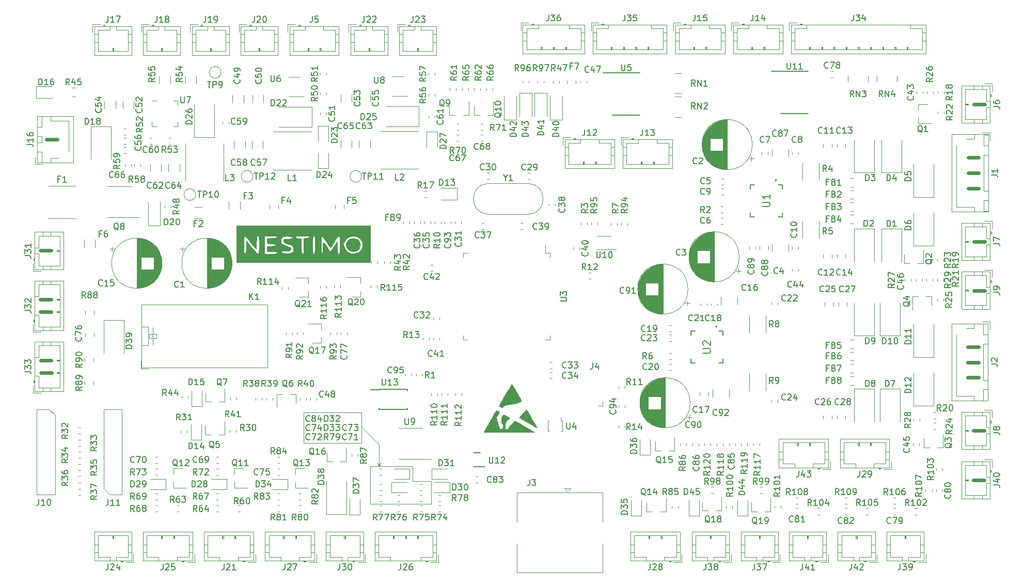
<source format=gbr>
G04 #@! TF.GenerationSoftware,KiCad,Pcbnew,(5.1.5)-3*
G04 #@! TF.CreationDate,2020-01-24T13:16:09+01:00*
G04 #@! TF.ProjectId,Main Board,4d61696e-2042-46f6-9172-642e6b696361,rev?*
G04 #@! TF.SameCoordinates,Original*
G04 #@! TF.FileFunction,Legend,Top*
G04 #@! TF.FilePolarity,Positive*
%FSLAX46Y46*%
G04 Gerber Fmt 4.6, Leading zero omitted, Abs format (unit mm)*
G04 Created by KiCad (PCBNEW (5.1.5)-3) date 2020-01-24 13:16:09*
%MOMM*%
%LPD*%
G04 APERTURE LIST*
%ADD10C,0.120000*%
%ADD11C,0.600000*%
%ADD12C,0.010000*%
%ADD13C,0.150000*%
%ADD14C,0.300000*%
%ADD15C,0.152400*%
G04 APERTURE END LIST*
D10*
X101650000Y-94800000D02*
X98750000Y-91900000D01*
X100150000Y-98300000D02*
X100650000Y-98300000D01*
X100150000Y-104550000D02*
X100150000Y-98300000D01*
X110150000Y-104550000D02*
X100150000Y-104550000D01*
X110150000Y-100800000D02*
X110150000Y-104550000D01*
X107150000Y-100800000D02*
X110150000Y-100800000D01*
X107150000Y-98300000D02*
X107150000Y-100800000D01*
X100400000Y-98300000D02*
X107150000Y-98300000D01*
X101650000Y-98300000D02*
X101400000Y-97800000D01*
X101650000Y-98300000D02*
X101900000Y-97800000D01*
X101650000Y-94800000D02*
X101650000Y-98300000D01*
X89250000Y-94500000D02*
X89250000Y-89500000D01*
X98750000Y-94500000D02*
X89250000Y-94500000D01*
X98750000Y-89500000D02*
X98750000Y-94500000D01*
X89250000Y-89500000D02*
X98750000Y-89500000D01*
D11*
X47850000Y-71000000D02*
X46100000Y-71000000D01*
X47850000Y-73000000D02*
X46100000Y-73000000D01*
X47875000Y-81000000D02*
X46125000Y-81000000D01*
X47950000Y-83000000D02*
X46200000Y-83000000D01*
X47850000Y-62950000D02*
X46100000Y-62950000D01*
X200900000Y-39000000D02*
X199150000Y-39000000D01*
X48850000Y-44750000D02*
X47100000Y-44750000D01*
X200850000Y-100600000D02*
X199100000Y-100600000D01*
X200850000Y-92500000D02*
X199100000Y-92500000D01*
X199950000Y-47750000D02*
X198200000Y-47750000D01*
X199950000Y-50250000D02*
X198200000Y-50250000D01*
X199950000Y-52750000D02*
X198200000Y-52750000D01*
X200900000Y-61550000D02*
X199150000Y-61550000D01*
X200900000Y-69550000D02*
X199150000Y-69550000D01*
X199900000Y-83800000D02*
X198150000Y-83800000D01*
X199900000Y-81300000D02*
X198150000Y-81300000D01*
X199900000Y-78800000D02*
X198150000Y-78800000D01*
D12*
G36*
X97968708Y-61078360D02*
G01*
X98343248Y-61374559D01*
X98510793Y-61861105D01*
X98519778Y-62036667D01*
X98413317Y-62577233D01*
X98098067Y-62929138D01*
X97580226Y-63086558D01*
X97393371Y-63095000D01*
X96948764Y-63053164D01*
X96652666Y-62892823D01*
X96498020Y-62723192D01*
X96291885Y-62369134D01*
X96205558Y-62038032D01*
X96205556Y-62036667D01*
X96291050Y-61706158D01*
X96496754Y-61351754D01*
X96498020Y-61350141D01*
X96765574Y-61096241D01*
X97108022Y-60991416D01*
X97393371Y-60978333D01*
X97968708Y-61078360D01*
G37*
X97968708Y-61078360D02*
X98343248Y-61374559D01*
X98510793Y-61861105D01*
X98519778Y-62036667D01*
X98413317Y-62577233D01*
X98098067Y-62929138D01*
X97580226Y-63086558D01*
X97393371Y-63095000D01*
X96948764Y-63053164D01*
X96652666Y-62892823D01*
X96498020Y-62723192D01*
X96291885Y-62369134D01*
X96205558Y-62038032D01*
X96205556Y-62036667D01*
X96291050Y-61706158D01*
X96496754Y-61351754D01*
X96498020Y-61350141D01*
X96765574Y-61096241D01*
X97108022Y-60991416D01*
X97393371Y-60978333D01*
X97968708Y-61078360D01*
G36*
X100156667Y-64929444D02*
G01*
X78284445Y-64929444D01*
X78284445Y-62036667D01*
X79413333Y-62036667D01*
X79419823Y-62713277D01*
X79443629Y-63153431D01*
X79491262Y-63402688D01*
X79569228Y-63506606D01*
X79625000Y-63518333D01*
X79735982Y-63463402D01*
X79801448Y-63264712D01*
X79831426Y-62871417D01*
X79836667Y-62445100D01*
X79836667Y-61371866D01*
X80707760Y-62445100D01*
X81098170Y-62903834D01*
X81439718Y-63264732D01*
X81684861Y-63479582D01*
X81766093Y-63518333D01*
X81854049Y-63450599D01*
X81911293Y-63221549D01*
X81942724Y-62792413D01*
X81953243Y-62124424D01*
X81953333Y-62036667D01*
X81946435Y-61356664D01*
X81921623Y-60914166D01*
X81872722Y-60664701D01*
X81793558Y-60563794D01*
X81747602Y-60555000D01*
X82800000Y-60555000D01*
X82800000Y-63518333D01*
X83858333Y-63518333D01*
X84416576Y-63507245D01*
X84744258Y-63467177D01*
X84892418Y-63387920D01*
X84916667Y-63306667D01*
X84851644Y-63183761D01*
X84705136Y-63141819D01*
X85402507Y-63141819D01*
X85530732Y-63233802D01*
X85692778Y-63311763D01*
X86320508Y-63489816D01*
X86912062Y-63460108D01*
X87292087Y-63293111D01*
X87531573Y-63024961D01*
X87571959Y-62639324D01*
X87570430Y-62622833D01*
X87521507Y-62366735D01*
X87391513Y-62195000D01*
X87113360Y-62052291D01*
X86708502Y-61911886D01*
X86248497Y-61746577D01*
X86007071Y-61605378D01*
X85928143Y-61447501D01*
X85932391Y-61347441D01*
X85992429Y-61171592D01*
X86156030Y-61083303D01*
X86496360Y-61055253D01*
X86715833Y-61054914D01*
X87165022Y-61021663D01*
X87423187Y-60930714D01*
X87463267Y-60808337D01*
X87396264Y-60766667D01*
X87880000Y-60766667D01*
X87987099Y-60923219D01*
X88328908Y-60977951D01*
X88373889Y-60978333D01*
X88867778Y-60978333D01*
X88867778Y-62248333D01*
X88876026Y-62867916D01*
X88906131Y-63253846D01*
X88966131Y-63454352D01*
X89064063Y-63517664D01*
X89079445Y-63518333D01*
X89183021Y-63468636D01*
X89247401Y-63287312D01*
X89280698Y-62926013D01*
X89291028Y-62336392D01*
X89291111Y-62257274D01*
X89291111Y-62036667D01*
X90702222Y-62036667D01*
X90708711Y-62713277D01*
X90732518Y-63153431D01*
X90780150Y-63402688D01*
X90858117Y-63506606D01*
X90913889Y-63518333D01*
X91010548Y-63472909D01*
X91073427Y-63306263D01*
X91109035Y-62972836D01*
X91123880Y-62427070D01*
X91125556Y-62036667D01*
X92113333Y-62036667D01*
X92126149Y-62714873D01*
X92162168Y-63208258D01*
X92217747Y-63478576D01*
X92254445Y-63518333D01*
X92326676Y-63387716D01*
X92376640Y-63037197D01*
X92395553Y-62528774D01*
X92395556Y-62522227D01*
X92410123Y-61971117D01*
X92466809Y-61690774D01*
X92585094Y-61677454D01*
X92784455Y-61927410D01*
X93060533Y-62394353D01*
X93297855Y-62775516D01*
X93500786Y-63029945D01*
X93597310Y-63094856D01*
X93737754Y-62982814D01*
X93967277Y-62689144D01*
X94232310Y-62283611D01*
X94723889Y-61472222D01*
X94765349Y-62495278D01*
X94802054Y-63053155D01*
X94863587Y-63375329D01*
X94961096Y-63507988D01*
X95012293Y-63518333D01*
X95106621Y-63468462D01*
X95168003Y-63289232D01*
X95202601Y-62936222D01*
X95216575Y-62365009D01*
X95217778Y-62036667D01*
X95214685Y-61861682D01*
X95813263Y-61861682D01*
X95825606Y-62264268D01*
X95995663Y-62675097D01*
X96388260Y-63155051D01*
X96924928Y-63433012D01*
X97536231Y-63491553D01*
X98152733Y-63313247D01*
X98272397Y-63246505D01*
X98719376Y-62824555D01*
X98934731Y-62279726D01*
X98897738Y-61676674D01*
X98834177Y-61493695D01*
X98493628Y-60998615D01*
X98009282Y-60692401D01*
X97449116Y-60577369D01*
X96881107Y-60655833D01*
X96373231Y-60930109D01*
X95996278Y-61397048D01*
X95813263Y-61861682D01*
X95214685Y-61861682D01*
X95204492Y-61285046D01*
X95155546Y-60806246D01*
X95057306Y-60591724D01*
X94896137Y-60632939D01*
X94658406Y-60921349D01*
X94330479Y-61448414D01*
X94316605Y-61472095D01*
X94043712Y-61923267D01*
X93816293Y-62271537D01*
X93677983Y-62450567D01*
X93667667Y-62458695D01*
X93549454Y-62378985D01*
X93333629Y-62105915D01*
X93060474Y-61692366D01*
X92969080Y-61541599D01*
X92681782Y-61084051D01*
X92435797Y-60739227D01*
X92273573Y-60565218D01*
X92248143Y-60555000D01*
X92190244Y-60687551D01*
X92145619Y-61051230D01*
X92118904Y-61595075D01*
X92113333Y-62036667D01*
X91125556Y-62036667D01*
X91119066Y-61360056D01*
X91095260Y-60919902D01*
X91047627Y-60670645D01*
X90969661Y-60566727D01*
X90913889Y-60555000D01*
X90817230Y-60600424D01*
X90754351Y-60767070D01*
X90718743Y-61100497D01*
X90703898Y-61646263D01*
X90702222Y-62036667D01*
X89291111Y-62036667D01*
X89291111Y-60996214D01*
X89738855Y-60951996D01*
X90066691Y-60871282D01*
X90242418Y-60737067D01*
X90244503Y-60731389D01*
X90197993Y-60641191D01*
X89963032Y-60585583D01*
X89504115Y-60559135D01*
X89091204Y-60555000D01*
X88488190Y-60563896D01*
X88117992Y-60596295D01*
X87931600Y-60660761D01*
X87880002Y-60765860D01*
X87880000Y-60766667D01*
X87396264Y-60766667D01*
X87258199Y-60680804D01*
X87139167Y-60643940D01*
X86505748Y-60558834D01*
X85994875Y-60654938D01*
X85647686Y-60911905D01*
X85505322Y-61309387D01*
X85508459Y-61450500D01*
X85557382Y-61706598D01*
X85687376Y-61878333D01*
X85965529Y-62021042D01*
X86370387Y-62161447D01*
X86830392Y-62326756D01*
X87071818Y-62467955D01*
X87150746Y-62625832D01*
X87146498Y-62725892D01*
X87086029Y-62900042D01*
X86921014Y-62993029D01*
X86580205Y-63032187D01*
X86327778Y-63040001D01*
X85773647Y-63056637D01*
X85474351Y-63086670D01*
X85402507Y-63141819D01*
X84705136Y-63141819D01*
X84621143Y-63117774D01*
X84172014Y-63095417D01*
X84070000Y-63095000D01*
X83223333Y-63095000D01*
X83223333Y-62671667D01*
X83238748Y-62421064D01*
X83333526Y-62296097D01*
X83580468Y-62253087D01*
X83928889Y-62248333D01*
X84372587Y-62225673D01*
X84589296Y-62147220D01*
X84634445Y-62036667D01*
X84558912Y-61903557D01*
X84297399Y-61838544D01*
X83928889Y-61825000D01*
X83511173Y-61815562D01*
X83302867Y-61758623D01*
X83231198Y-61611244D01*
X83223333Y-61408708D01*
X83237983Y-61172627D01*
X83327452Y-61043759D01*
X83560026Y-60982973D01*
X84003986Y-60951135D01*
X84023574Y-60950097D01*
X84515408Y-60894394D01*
X84817812Y-60797316D01*
X84882000Y-60731389D01*
X84833727Y-60636375D01*
X84588358Y-60580201D01*
X84110356Y-60556672D01*
X83870093Y-60555000D01*
X82800000Y-60555000D01*
X81747602Y-60555000D01*
X81636204Y-60621506D01*
X81563068Y-60851823D01*
X81517741Y-61292144D01*
X81500658Y-61646382D01*
X81459445Y-62737765D01*
X80568436Y-61646382D01*
X80179431Y-61185143D01*
X79848090Y-60820363D01*
X79618691Y-60599276D01*
X79545380Y-60555000D01*
X79490343Y-60686748D01*
X79446815Y-61044689D01*
X79419784Y-61572871D01*
X79413333Y-62036667D01*
X78284445Y-62036667D01*
X78284445Y-58861667D01*
X100156667Y-58861667D01*
X100156667Y-64929444D01*
G37*
X100156667Y-64929444D02*
X78284445Y-64929444D01*
X78284445Y-62036667D01*
X79413333Y-62036667D01*
X79419823Y-62713277D01*
X79443629Y-63153431D01*
X79491262Y-63402688D01*
X79569228Y-63506606D01*
X79625000Y-63518333D01*
X79735982Y-63463402D01*
X79801448Y-63264712D01*
X79831426Y-62871417D01*
X79836667Y-62445100D01*
X79836667Y-61371866D01*
X80707760Y-62445100D01*
X81098170Y-62903834D01*
X81439718Y-63264732D01*
X81684861Y-63479582D01*
X81766093Y-63518333D01*
X81854049Y-63450599D01*
X81911293Y-63221549D01*
X81942724Y-62792413D01*
X81953243Y-62124424D01*
X81953333Y-62036667D01*
X81946435Y-61356664D01*
X81921623Y-60914166D01*
X81872722Y-60664701D01*
X81793558Y-60563794D01*
X81747602Y-60555000D01*
X82800000Y-60555000D01*
X82800000Y-63518333D01*
X83858333Y-63518333D01*
X84416576Y-63507245D01*
X84744258Y-63467177D01*
X84892418Y-63387920D01*
X84916667Y-63306667D01*
X84851644Y-63183761D01*
X84705136Y-63141819D01*
X85402507Y-63141819D01*
X85530732Y-63233802D01*
X85692778Y-63311763D01*
X86320508Y-63489816D01*
X86912062Y-63460108D01*
X87292087Y-63293111D01*
X87531573Y-63024961D01*
X87571959Y-62639324D01*
X87570430Y-62622833D01*
X87521507Y-62366735D01*
X87391513Y-62195000D01*
X87113360Y-62052291D01*
X86708502Y-61911886D01*
X86248497Y-61746577D01*
X86007071Y-61605378D01*
X85928143Y-61447501D01*
X85932391Y-61347441D01*
X85992429Y-61171592D01*
X86156030Y-61083303D01*
X86496360Y-61055253D01*
X86715833Y-61054914D01*
X87165022Y-61021663D01*
X87423187Y-60930714D01*
X87463267Y-60808337D01*
X87396264Y-60766667D01*
X87880000Y-60766667D01*
X87987099Y-60923219D01*
X88328908Y-60977951D01*
X88373889Y-60978333D01*
X88867778Y-60978333D01*
X88867778Y-62248333D01*
X88876026Y-62867916D01*
X88906131Y-63253846D01*
X88966131Y-63454352D01*
X89064063Y-63517664D01*
X89079445Y-63518333D01*
X89183021Y-63468636D01*
X89247401Y-63287312D01*
X89280698Y-62926013D01*
X89291028Y-62336392D01*
X89291111Y-62257274D01*
X89291111Y-62036667D01*
X90702222Y-62036667D01*
X90708711Y-62713277D01*
X90732518Y-63153431D01*
X90780150Y-63402688D01*
X90858117Y-63506606D01*
X90913889Y-63518333D01*
X91010548Y-63472909D01*
X91073427Y-63306263D01*
X91109035Y-62972836D01*
X91123880Y-62427070D01*
X91125556Y-62036667D01*
X92113333Y-62036667D01*
X92126149Y-62714873D01*
X92162168Y-63208258D01*
X92217747Y-63478576D01*
X92254445Y-63518333D01*
X92326676Y-63387716D01*
X92376640Y-63037197D01*
X92395553Y-62528774D01*
X92395556Y-62522227D01*
X92410123Y-61971117D01*
X92466809Y-61690774D01*
X92585094Y-61677454D01*
X92784455Y-61927410D01*
X93060533Y-62394353D01*
X93297855Y-62775516D01*
X93500786Y-63029945D01*
X93597310Y-63094856D01*
X93737754Y-62982814D01*
X93967277Y-62689144D01*
X94232310Y-62283611D01*
X94723889Y-61472222D01*
X94765349Y-62495278D01*
X94802054Y-63053155D01*
X94863587Y-63375329D01*
X94961096Y-63507988D01*
X95012293Y-63518333D01*
X95106621Y-63468462D01*
X95168003Y-63289232D01*
X95202601Y-62936222D01*
X95216575Y-62365009D01*
X95217778Y-62036667D01*
X95214685Y-61861682D01*
X95813263Y-61861682D01*
X95825606Y-62264268D01*
X95995663Y-62675097D01*
X96388260Y-63155051D01*
X96924928Y-63433012D01*
X97536231Y-63491553D01*
X98152733Y-63313247D01*
X98272397Y-63246505D01*
X98719376Y-62824555D01*
X98934731Y-62279726D01*
X98897738Y-61676674D01*
X98834177Y-61493695D01*
X98493628Y-60998615D01*
X98009282Y-60692401D01*
X97449116Y-60577369D01*
X96881107Y-60655833D01*
X96373231Y-60930109D01*
X95996278Y-61397048D01*
X95813263Y-61861682D01*
X95214685Y-61861682D01*
X95204492Y-61285046D01*
X95155546Y-60806246D01*
X95057306Y-60591724D01*
X94896137Y-60632939D01*
X94658406Y-60921349D01*
X94330479Y-61448414D01*
X94316605Y-61472095D01*
X94043712Y-61923267D01*
X93816293Y-62271537D01*
X93677983Y-62450567D01*
X93667667Y-62458695D01*
X93549454Y-62378985D01*
X93333629Y-62105915D01*
X93060474Y-61692366D01*
X92969080Y-61541599D01*
X92681782Y-61084051D01*
X92435797Y-60739227D01*
X92273573Y-60565218D01*
X92248143Y-60555000D01*
X92190244Y-60687551D01*
X92145619Y-61051230D01*
X92118904Y-61595075D01*
X92113333Y-62036667D01*
X91125556Y-62036667D01*
X91119066Y-61360056D01*
X91095260Y-60919902D01*
X91047627Y-60670645D01*
X90969661Y-60566727D01*
X90913889Y-60555000D01*
X90817230Y-60600424D01*
X90754351Y-60767070D01*
X90718743Y-61100497D01*
X90703898Y-61646263D01*
X90702222Y-62036667D01*
X89291111Y-62036667D01*
X89291111Y-60996214D01*
X89738855Y-60951996D01*
X90066691Y-60871282D01*
X90242418Y-60737067D01*
X90244503Y-60731389D01*
X90197993Y-60641191D01*
X89963032Y-60585583D01*
X89504115Y-60559135D01*
X89091204Y-60555000D01*
X88488190Y-60563896D01*
X88117992Y-60596295D01*
X87931600Y-60660761D01*
X87880002Y-60765860D01*
X87880000Y-60766667D01*
X87396264Y-60766667D01*
X87258199Y-60680804D01*
X87139167Y-60643940D01*
X86505748Y-60558834D01*
X85994875Y-60654938D01*
X85647686Y-60911905D01*
X85505322Y-61309387D01*
X85508459Y-61450500D01*
X85557382Y-61706598D01*
X85687376Y-61878333D01*
X85965529Y-62021042D01*
X86370387Y-62161447D01*
X86830392Y-62326756D01*
X87071818Y-62467955D01*
X87150746Y-62625832D01*
X87146498Y-62725892D01*
X87086029Y-62900042D01*
X86921014Y-62993029D01*
X86580205Y-63032187D01*
X86327778Y-63040001D01*
X85773647Y-63056637D01*
X85474351Y-63086670D01*
X85402507Y-63141819D01*
X84705136Y-63141819D01*
X84621143Y-63117774D01*
X84172014Y-63095417D01*
X84070000Y-63095000D01*
X83223333Y-63095000D01*
X83223333Y-62671667D01*
X83238748Y-62421064D01*
X83333526Y-62296097D01*
X83580468Y-62253087D01*
X83928889Y-62248333D01*
X84372587Y-62225673D01*
X84589296Y-62147220D01*
X84634445Y-62036667D01*
X84558912Y-61903557D01*
X84297399Y-61838544D01*
X83928889Y-61825000D01*
X83511173Y-61815562D01*
X83302867Y-61758623D01*
X83231198Y-61611244D01*
X83223333Y-61408708D01*
X83237983Y-61172627D01*
X83327452Y-61043759D01*
X83560026Y-60982973D01*
X84003986Y-60951135D01*
X84023574Y-60950097D01*
X84515408Y-60894394D01*
X84817812Y-60797316D01*
X84882000Y-60731389D01*
X84833727Y-60636375D01*
X84588358Y-60580201D01*
X84110356Y-60556672D01*
X83870093Y-60555000D01*
X82800000Y-60555000D01*
X81747602Y-60555000D01*
X81636204Y-60621506D01*
X81563068Y-60851823D01*
X81517741Y-61292144D01*
X81500658Y-61646382D01*
X81459445Y-62737765D01*
X80568436Y-61646382D01*
X80179431Y-61185143D01*
X79848090Y-60820363D01*
X79618691Y-60599276D01*
X79545380Y-60555000D01*
X79490343Y-60686748D01*
X79446815Y-61044689D01*
X79419784Y-61572871D01*
X79413333Y-62036667D01*
X78284445Y-62036667D01*
X78284445Y-58861667D01*
X100156667Y-58861667D01*
X100156667Y-64929444D01*
G36*
X123370878Y-84876166D02*
G01*
X123401876Y-84926538D01*
X123449634Y-85006341D01*
X123512194Y-85112180D01*
X123587597Y-85240659D01*
X123673885Y-85388384D01*
X123769101Y-85551958D01*
X123871285Y-85727987D01*
X123978481Y-85913075D01*
X124088729Y-86103827D01*
X124200071Y-86296847D01*
X124310550Y-86488741D01*
X124418207Y-86676111D01*
X124521084Y-86855565D01*
X124617223Y-87023705D01*
X124704665Y-87177137D01*
X124781453Y-87312465D01*
X124845628Y-87426294D01*
X124895233Y-87515229D01*
X124928309Y-87575874D01*
X124942897Y-87604833D01*
X124943431Y-87606644D01*
X124925321Y-87631217D01*
X124874980Y-87668807D01*
X124798395Y-87715722D01*
X124701552Y-87768274D01*
X124600167Y-87818213D01*
X124462215Y-87878769D01*
X124317142Y-87933179D01*
X124159950Y-87982651D01*
X123985643Y-88028395D01*
X123789222Y-88071620D01*
X123565689Y-88113534D01*
X123310048Y-88155347D01*
X123045606Y-88194284D01*
X122815852Y-88228828D01*
X122622917Y-88263026D01*
X122461964Y-88298577D01*
X122328155Y-88337182D01*
X122216650Y-88380539D01*
X122122614Y-88430348D01*
X122041206Y-88488309D01*
X121967590Y-88556120D01*
X121943851Y-88581312D01*
X121892397Y-88639958D01*
X121854334Y-88687815D01*
X121836677Y-88715958D01*
X121836206Y-88718265D01*
X121830028Y-88732416D01*
X121808590Y-88732575D01*
X121767533Y-88716861D01*
X121702501Y-88683391D01*
X121609137Y-88630281D01*
X121544252Y-88592088D01*
X121447501Y-88532385D01*
X121372312Y-88481263D01*
X121323739Y-88442399D01*
X121306835Y-88419472D01*
X121306845Y-88419305D01*
X121317328Y-88397456D01*
X121346931Y-88342739D01*
X121393938Y-88258136D01*
X121456629Y-88146629D01*
X121533286Y-88011201D01*
X121622191Y-87854833D01*
X121721626Y-87680507D01*
X121829872Y-87491206D01*
X121945211Y-87289911D01*
X122065924Y-87079605D01*
X122190294Y-86863271D01*
X122316601Y-86643889D01*
X122443127Y-86424442D01*
X122568155Y-86207912D01*
X122689965Y-85997281D01*
X122806839Y-85795532D01*
X122917060Y-85605647D01*
X123018908Y-85430606D01*
X123110665Y-85273394D01*
X123190613Y-85136991D01*
X123257034Y-85024380D01*
X123308209Y-84938543D01*
X123342420Y-84882462D01*
X123357948Y-84859119D01*
X123358598Y-84858621D01*
X123370878Y-84876166D01*
G37*
X123370878Y-84876166D02*
X123401876Y-84926538D01*
X123449634Y-85006341D01*
X123512194Y-85112180D01*
X123587597Y-85240659D01*
X123673885Y-85388384D01*
X123769101Y-85551958D01*
X123871285Y-85727987D01*
X123978481Y-85913075D01*
X124088729Y-86103827D01*
X124200071Y-86296847D01*
X124310550Y-86488741D01*
X124418207Y-86676111D01*
X124521084Y-86855565D01*
X124617223Y-87023705D01*
X124704665Y-87177137D01*
X124781453Y-87312465D01*
X124845628Y-87426294D01*
X124895233Y-87515229D01*
X124928309Y-87575874D01*
X124942897Y-87604833D01*
X124943431Y-87606644D01*
X124925321Y-87631217D01*
X124874980Y-87668807D01*
X124798395Y-87715722D01*
X124701552Y-87768274D01*
X124600167Y-87818213D01*
X124462215Y-87878769D01*
X124317142Y-87933179D01*
X124159950Y-87982651D01*
X123985643Y-88028395D01*
X123789222Y-88071620D01*
X123565689Y-88113534D01*
X123310048Y-88155347D01*
X123045606Y-88194284D01*
X122815852Y-88228828D01*
X122622917Y-88263026D01*
X122461964Y-88298577D01*
X122328155Y-88337182D01*
X122216650Y-88380539D01*
X122122614Y-88430348D01*
X122041206Y-88488309D01*
X121967590Y-88556120D01*
X121943851Y-88581312D01*
X121892397Y-88639958D01*
X121854334Y-88687815D01*
X121836677Y-88715958D01*
X121836206Y-88718265D01*
X121830028Y-88732416D01*
X121808590Y-88732575D01*
X121767533Y-88716861D01*
X121702501Y-88683391D01*
X121609137Y-88630281D01*
X121544252Y-88592088D01*
X121447501Y-88532385D01*
X121372312Y-88481263D01*
X121323739Y-88442399D01*
X121306835Y-88419472D01*
X121306845Y-88419305D01*
X121317328Y-88397456D01*
X121346931Y-88342739D01*
X121393938Y-88258136D01*
X121456629Y-88146629D01*
X121533286Y-88011201D01*
X121622191Y-87854833D01*
X121721626Y-87680507D01*
X121829872Y-87491206D01*
X121945211Y-87289911D01*
X122065924Y-87079605D01*
X122190294Y-86863271D01*
X122316601Y-86643889D01*
X122443127Y-86424442D01*
X122568155Y-86207912D01*
X122689965Y-85997281D01*
X122806839Y-85795532D01*
X122917060Y-85605647D01*
X123018908Y-85430606D01*
X123110665Y-85273394D01*
X123190613Y-85136991D01*
X123257034Y-85024380D01*
X123308209Y-84938543D01*
X123342420Y-84882462D01*
X123357948Y-84859119D01*
X123358598Y-84858621D01*
X123370878Y-84876166D01*
G36*
X125826146Y-89115908D02*
G01*
X125841469Y-89141590D01*
X125875911Y-89200469D01*
X125927769Y-89289602D01*
X125995340Y-89406049D01*
X126076921Y-89546867D01*
X126170809Y-89709114D01*
X126275299Y-89889849D01*
X126388690Y-90086130D01*
X126509278Y-90295016D01*
X126633313Y-90510017D01*
X126759987Y-90729649D01*
X126881608Y-90940495D01*
X126996412Y-91139499D01*
X127102638Y-91323607D01*
X127198523Y-91489765D01*
X127282302Y-91634917D01*
X127352214Y-91756009D01*
X127406496Y-91849988D01*
X127443385Y-91913797D01*
X127460731Y-91943719D01*
X127489007Y-91994271D01*
X127504382Y-92025914D01*
X127505224Y-92031420D01*
X127486488Y-92021082D01*
X127434386Y-91991407D01*
X127351640Y-91943968D01*
X127240975Y-91880333D01*
X127105114Y-91802074D01*
X126946781Y-91710759D01*
X126768698Y-91607960D01*
X126573590Y-91495247D01*
X126364180Y-91374189D01*
X126143191Y-91246357D01*
X126059113Y-91197702D01*
X125834170Y-91067567D01*
X125619524Y-90943497D01*
X125417932Y-90827077D01*
X125232148Y-90719893D01*
X125064928Y-90623531D01*
X124919027Y-90539578D01*
X124797201Y-90469620D01*
X124702204Y-90415243D01*
X124636792Y-90378034D01*
X124603720Y-90359578D01*
X124600262Y-90357830D01*
X124610339Y-90342005D01*
X124645407Y-90299692D01*
X124701885Y-90234790D01*
X124776193Y-90151196D01*
X124864752Y-90052809D01*
X124963980Y-89943525D01*
X125070298Y-89827244D01*
X125180125Y-89707862D01*
X125289882Y-89589277D01*
X125395988Y-89475388D01*
X125494862Y-89370092D01*
X125582926Y-89277287D01*
X125656599Y-89200870D01*
X125712300Y-89144740D01*
X125731403Y-89126335D01*
X125794708Y-89066872D01*
X125826146Y-89115908D01*
G37*
X125826146Y-89115908D02*
X125841469Y-89141590D01*
X125875911Y-89200469D01*
X125927769Y-89289602D01*
X125995340Y-89406049D01*
X126076921Y-89546867D01*
X126170809Y-89709114D01*
X126275299Y-89889849D01*
X126388690Y-90086130D01*
X126509278Y-90295016D01*
X126633313Y-90510017D01*
X126759987Y-90729649D01*
X126881608Y-90940495D01*
X126996412Y-91139499D01*
X127102638Y-91323607D01*
X127198523Y-91489765D01*
X127282302Y-91634917D01*
X127352214Y-91756009D01*
X127406496Y-91849988D01*
X127443385Y-91913797D01*
X127460731Y-91943719D01*
X127489007Y-91994271D01*
X127504382Y-92025914D01*
X127505224Y-92031420D01*
X127486488Y-92021082D01*
X127434386Y-91991407D01*
X127351640Y-91943968D01*
X127240975Y-91880333D01*
X127105114Y-91802074D01*
X126946781Y-91710759D01*
X126768698Y-91607960D01*
X126573590Y-91495247D01*
X126364180Y-91374189D01*
X126143191Y-91246357D01*
X126059113Y-91197702D01*
X125834170Y-91067567D01*
X125619524Y-90943497D01*
X125417932Y-90827077D01*
X125232148Y-90719893D01*
X125064928Y-90623531D01*
X124919027Y-90539578D01*
X124797201Y-90469620D01*
X124702204Y-90415243D01*
X124636792Y-90378034D01*
X124603720Y-90359578D01*
X124600262Y-90357830D01*
X124610339Y-90342005D01*
X124645407Y-90299692D01*
X124701885Y-90234790D01*
X124776193Y-90151196D01*
X124864752Y-90052809D01*
X124963980Y-89943525D01*
X125070298Y-89827244D01*
X125180125Y-89707862D01*
X125289882Y-89589277D01*
X125395988Y-89475388D01*
X125494862Y-89370092D01*
X125582926Y-89277287D01*
X125656599Y-89200870D01*
X125712300Y-89144740D01*
X125731403Y-89126335D01*
X125794708Y-89066872D01*
X125826146Y-89115908D01*
G36*
X120890749Y-89192036D02*
G01*
X120934544Y-89208972D01*
X121001293Y-89242601D01*
X121097137Y-89295334D01*
X121104599Y-89299525D01*
X121192871Y-89350001D01*
X121267363Y-89394223D01*
X121320760Y-89427731D01*
X121345746Y-89446064D01*
X121346445Y-89446962D01*
X121340409Y-89472414D01*
X121312723Y-89529255D01*
X121265188Y-89614389D01*
X121199611Y-89724717D01*
X121117797Y-89857144D01*
X121021548Y-90008571D01*
X120997594Y-90045707D01*
X120935183Y-90148757D01*
X120889737Y-90237432D01*
X120865246Y-90303714D01*
X120862733Y-90316807D01*
X120863848Y-90374443D01*
X120876343Y-90465865D01*
X120898660Y-90585208D01*
X120929240Y-90726609D01*
X120966528Y-90884203D01*
X121008965Y-91052126D01*
X121054994Y-91224514D01*
X121103057Y-91395501D01*
X121151597Y-91559224D01*
X121199057Y-91709818D01*
X121243878Y-91841420D01*
X121284503Y-91948163D01*
X121312823Y-92011494D01*
X121346183Y-92078957D01*
X121377682Y-92143511D01*
X121379387Y-92147045D01*
X121431498Y-92212250D01*
X121507554Y-92256156D01*
X121596092Y-92277197D01*
X121685648Y-92273807D01*
X121764758Y-92244423D01*
X121809264Y-92205736D01*
X121873356Y-92099636D01*
X121920322Y-91967405D01*
X121946090Y-91822527D01*
X121949741Y-91740394D01*
X121935039Y-91587105D01*
X121891890Y-91460166D01*
X121817972Y-91353418D01*
X121794921Y-91329657D01*
X121726325Y-91263009D01*
X121721614Y-90791916D01*
X121716903Y-90320822D01*
X121836946Y-90139106D01*
X121893277Y-90056856D01*
X121947528Y-89982865D01*
X121991959Y-89927448D01*
X122011056Y-89907056D01*
X122065124Y-89856723D01*
X122138350Y-89896158D01*
X122184633Y-89924415D01*
X122209957Y-89946354D01*
X122211576Y-89950299D01*
X122228884Y-89967023D01*
X122258497Y-89979476D01*
X122287114Y-89990700D01*
X122330934Y-90012024D01*
X122393718Y-90045529D01*
X122479228Y-90093296D01*
X122591226Y-90157407D01*
X122733473Y-90239944D01*
X122810773Y-90285065D01*
X122901702Y-90339111D01*
X122961339Y-90377604D01*
X122994961Y-90405044D01*
X123007844Y-90425934D01*
X123005265Y-90444775D01*
X123003115Y-90449152D01*
X122982197Y-90476714D01*
X122937440Y-90528416D01*
X122874057Y-90598475D01*
X122797262Y-90681107D01*
X122730844Y-90751156D01*
X122577790Y-90917414D01*
X122458056Y-91061519D01*
X122370573Y-91184921D01*
X122314274Y-91289068D01*
X122295284Y-91341954D01*
X122287440Y-91388250D01*
X122279338Y-91467221D01*
X122271691Y-91569846D01*
X122265212Y-91687103D01*
X122262163Y-91761248D01*
X122257908Y-91889427D01*
X122256036Y-91983138D01*
X122257099Y-92049583D01*
X122261646Y-92095961D01*
X122270227Y-92129474D01*
X122283394Y-92157321D01*
X122293735Y-92174324D01*
X122353456Y-92239862D01*
X122430411Y-92285532D01*
X122511380Y-92305450D01*
X122572058Y-92298244D01*
X122626999Y-92267066D01*
X122695867Y-92211230D01*
X122769005Y-92140474D01*
X122836752Y-92064537D01*
X122889450Y-91993159D01*
X122908853Y-91958668D01*
X122937919Y-91911441D01*
X122990783Y-91839506D01*
X123062616Y-91748485D01*
X123148588Y-91644000D01*
X123243868Y-91531675D01*
X123343627Y-91417130D01*
X123443034Y-91305990D01*
X123537259Y-91203875D01*
X123621473Y-91116408D01*
X123687591Y-91052198D01*
X123760999Y-90988057D01*
X123822753Y-90940763D01*
X123866066Y-90915235D01*
X123880445Y-90912429D01*
X123902479Y-90923752D01*
X123957438Y-90954144D01*
X124042152Y-91001780D01*
X124153448Y-91064835D01*
X124288156Y-91141485D01*
X124443103Y-91229905D01*
X124615119Y-91328270D01*
X124801032Y-91434756D01*
X124997670Y-91547537D01*
X125201863Y-91664789D01*
X125410439Y-91784687D01*
X125620225Y-91905407D01*
X125828052Y-92025123D01*
X126030747Y-92142011D01*
X126225140Y-92254246D01*
X126408058Y-92360004D01*
X126576330Y-92457460D01*
X126726785Y-92544788D01*
X126856251Y-92620165D01*
X126961557Y-92681765D01*
X127039532Y-92727764D01*
X127087004Y-92756337D01*
X127100763Y-92765304D01*
X127082231Y-92767076D01*
X127023933Y-92768799D01*
X126927809Y-92770464D01*
X126795799Y-92772063D01*
X126629846Y-92773587D01*
X126431889Y-92775029D01*
X126203870Y-92776380D01*
X125947729Y-92777632D01*
X125665408Y-92778776D01*
X125358847Y-92779804D01*
X125029987Y-92780708D01*
X124680769Y-92781479D01*
X124313135Y-92782109D01*
X123929024Y-92782590D01*
X123530377Y-92782914D01*
X123119137Y-92783072D01*
X122946580Y-92783087D01*
X118772586Y-92783087D01*
X119070268Y-92266954D01*
X119133286Y-92157665D01*
X119214406Y-92016940D01*
X119310916Y-91849486D01*
X119420103Y-91660012D01*
X119539255Y-91453223D01*
X119665660Y-91233828D01*
X119796605Y-91006533D01*
X119929379Y-90776046D01*
X120061269Y-90547073D01*
X120094624Y-90489163D01*
X120216247Y-90278232D01*
X120332228Y-90077535D01*
X120440825Y-89890059D01*
X120540294Y-89718792D01*
X120628892Y-89566723D01*
X120704878Y-89436838D01*
X120766507Y-89332125D01*
X120812037Y-89255573D01*
X120839725Y-89210169D01*
X120847472Y-89198609D01*
X120863772Y-89189385D01*
X120890749Y-89192036D01*
G37*
X120890749Y-89192036D02*
X120934544Y-89208972D01*
X121001293Y-89242601D01*
X121097137Y-89295334D01*
X121104599Y-89299525D01*
X121192871Y-89350001D01*
X121267363Y-89394223D01*
X121320760Y-89427731D01*
X121345746Y-89446064D01*
X121346445Y-89446962D01*
X121340409Y-89472414D01*
X121312723Y-89529255D01*
X121265188Y-89614389D01*
X121199611Y-89724717D01*
X121117797Y-89857144D01*
X121021548Y-90008571D01*
X120997594Y-90045707D01*
X120935183Y-90148757D01*
X120889737Y-90237432D01*
X120865246Y-90303714D01*
X120862733Y-90316807D01*
X120863848Y-90374443D01*
X120876343Y-90465865D01*
X120898660Y-90585208D01*
X120929240Y-90726609D01*
X120966528Y-90884203D01*
X121008965Y-91052126D01*
X121054994Y-91224514D01*
X121103057Y-91395501D01*
X121151597Y-91559224D01*
X121199057Y-91709818D01*
X121243878Y-91841420D01*
X121284503Y-91948163D01*
X121312823Y-92011494D01*
X121346183Y-92078957D01*
X121377682Y-92143511D01*
X121379387Y-92147045D01*
X121431498Y-92212250D01*
X121507554Y-92256156D01*
X121596092Y-92277197D01*
X121685648Y-92273807D01*
X121764758Y-92244423D01*
X121809264Y-92205736D01*
X121873356Y-92099636D01*
X121920322Y-91967405D01*
X121946090Y-91822527D01*
X121949741Y-91740394D01*
X121935039Y-91587105D01*
X121891890Y-91460166D01*
X121817972Y-91353418D01*
X121794921Y-91329657D01*
X121726325Y-91263009D01*
X121721614Y-90791916D01*
X121716903Y-90320822D01*
X121836946Y-90139106D01*
X121893277Y-90056856D01*
X121947528Y-89982865D01*
X121991959Y-89927448D01*
X122011056Y-89907056D01*
X122065124Y-89856723D01*
X122138350Y-89896158D01*
X122184633Y-89924415D01*
X122209957Y-89946354D01*
X122211576Y-89950299D01*
X122228884Y-89967023D01*
X122258497Y-89979476D01*
X122287114Y-89990700D01*
X122330934Y-90012024D01*
X122393718Y-90045529D01*
X122479228Y-90093296D01*
X122591226Y-90157407D01*
X122733473Y-90239944D01*
X122810773Y-90285065D01*
X122901702Y-90339111D01*
X122961339Y-90377604D01*
X122994961Y-90405044D01*
X123007844Y-90425934D01*
X123005265Y-90444775D01*
X123003115Y-90449152D01*
X122982197Y-90476714D01*
X122937440Y-90528416D01*
X122874057Y-90598475D01*
X122797262Y-90681107D01*
X122730844Y-90751156D01*
X122577790Y-90917414D01*
X122458056Y-91061519D01*
X122370573Y-91184921D01*
X122314274Y-91289068D01*
X122295284Y-91341954D01*
X122287440Y-91388250D01*
X122279338Y-91467221D01*
X122271691Y-91569846D01*
X122265212Y-91687103D01*
X122262163Y-91761248D01*
X122257908Y-91889427D01*
X122256036Y-91983138D01*
X122257099Y-92049583D01*
X122261646Y-92095961D01*
X122270227Y-92129474D01*
X122283394Y-92157321D01*
X122293735Y-92174324D01*
X122353456Y-92239862D01*
X122430411Y-92285532D01*
X122511380Y-92305450D01*
X122572058Y-92298244D01*
X122626999Y-92267066D01*
X122695867Y-92211230D01*
X122769005Y-92140474D01*
X122836752Y-92064537D01*
X122889450Y-91993159D01*
X122908853Y-91958668D01*
X122937919Y-91911441D01*
X122990783Y-91839506D01*
X123062616Y-91748485D01*
X123148588Y-91644000D01*
X123243868Y-91531675D01*
X123343627Y-91417130D01*
X123443034Y-91305990D01*
X123537259Y-91203875D01*
X123621473Y-91116408D01*
X123687591Y-91052198D01*
X123760999Y-90988057D01*
X123822753Y-90940763D01*
X123866066Y-90915235D01*
X123880445Y-90912429D01*
X123902479Y-90923752D01*
X123957438Y-90954144D01*
X124042152Y-91001780D01*
X124153448Y-91064835D01*
X124288156Y-91141485D01*
X124443103Y-91229905D01*
X124615119Y-91328270D01*
X124801032Y-91434756D01*
X124997670Y-91547537D01*
X125201863Y-91664789D01*
X125410439Y-91784687D01*
X125620225Y-91905407D01*
X125828052Y-92025123D01*
X126030747Y-92142011D01*
X126225140Y-92254246D01*
X126408058Y-92360004D01*
X126576330Y-92457460D01*
X126726785Y-92544788D01*
X126856251Y-92620165D01*
X126961557Y-92681765D01*
X127039532Y-92727764D01*
X127087004Y-92756337D01*
X127100763Y-92765304D01*
X127082231Y-92767076D01*
X127023933Y-92768799D01*
X126927809Y-92770464D01*
X126795799Y-92772063D01*
X126629846Y-92773587D01*
X126431889Y-92775029D01*
X126203870Y-92776380D01*
X125947729Y-92777632D01*
X125665408Y-92778776D01*
X125358847Y-92779804D01*
X125029987Y-92780708D01*
X124680769Y-92781479D01*
X124313135Y-92782109D01*
X123929024Y-92782590D01*
X123530377Y-92782914D01*
X123119137Y-92783072D01*
X122946580Y-92783087D01*
X118772586Y-92783087D01*
X119070268Y-92266954D01*
X119133286Y-92157665D01*
X119214406Y-92016940D01*
X119310916Y-91849486D01*
X119420103Y-91660012D01*
X119539255Y-91453223D01*
X119665660Y-91233828D01*
X119796605Y-91006533D01*
X119929379Y-90776046D01*
X120061269Y-90547073D01*
X120094624Y-90489163D01*
X120216247Y-90278232D01*
X120332228Y-90077535D01*
X120440825Y-89890059D01*
X120540294Y-89718792D01*
X120628892Y-89566723D01*
X120704878Y-89436838D01*
X120766507Y-89332125D01*
X120812037Y-89255573D01*
X120839725Y-89210169D01*
X120847472Y-89198609D01*
X120863772Y-89189385D01*
X120890749Y-89192036D01*
D10*
X71550000Y-53800000D02*
G75*
G03X71550000Y-53800000I-950000J0D01*
G01*
X131700000Y-90925000D02*
X131450000Y-90925000D01*
X131450000Y-90925000D02*
X131450000Y-90375000D01*
X129300000Y-90925000D02*
X129550000Y-90925000D01*
X129300000Y-92575000D02*
X129550000Y-92575000D01*
X131700000Y-92575000D02*
X131450000Y-92575000D01*
X129300000Y-92575000D02*
X129300000Y-90925000D01*
X131700000Y-90925000D02*
X131700000Y-92575000D01*
X45500000Y-89000000D02*
X47500000Y-89000000D01*
X48500000Y-90000000D02*
X48500000Y-103000000D01*
X48500000Y-103000000D02*
X45500000Y-103000000D01*
X45500000Y-103000000D02*
X45500000Y-89000000D01*
X47500000Y-89000000D02*
X48500000Y-90000000D01*
X59500000Y-103000000D02*
X57500000Y-103000000D01*
X56500000Y-102000000D02*
X56500000Y-89000000D01*
X56500000Y-89000000D02*
X59500000Y-89000000D01*
X59500000Y-89000000D02*
X59500000Y-103000000D01*
X57500000Y-103000000D02*
X56500000Y-102000000D01*
X132500000Y-102500000D02*
X133000000Y-102000000D01*
X133000000Y-102000000D02*
X132000000Y-102000000D01*
X132000000Y-102000000D02*
X132500000Y-102500000D01*
X124200000Y-102700000D02*
X138300000Y-102700000D01*
X138300000Y-102700000D02*
X138300000Y-107500000D01*
X138300000Y-111000000D02*
X138300000Y-115800000D01*
X138300000Y-115800000D02*
X124200000Y-115800000D01*
X124200000Y-115800000D02*
X124200000Y-111000000D01*
X124200000Y-107500000D02*
X124200000Y-102700000D01*
X84300000Y-43500000D02*
X90500000Y-43500000D01*
X90500000Y-49700000D02*
X84300000Y-49700000D01*
X101900000Y-43400000D02*
X108100000Y-43400000D01*
X108100000Y-49600000D02*
X101900000Y-49600000D01*
X69900000Y-51600000D02*
X69900000Y-45400000D01*
X76100000Y-45400000D02*
X76100000Y-51600000D01*
X158062779Y-51190000D02*
X157737221Y-51190000D01*
X158062779Y-52210000D02*
X157737221Y-52210000D01*
X158000279Y-58660000D02*
X157674721Y-58660000D01*
X158000279Y-57640000D02*
X157674721Y-57640000D01*
X164390000Y-46837221D02*
X164390000Y-47162779D01*
X165410000Y-46837221D02*
X165410000Y-47162779D01*
X170410000Y-47212779D02*
X170410000Y-46887221D01*
X169390000Y-47212779D02*
X169390000Y-46887221D01*
X158062779Y-52790000D02*
X157737221Y-52790000D01*
X158062779Y-53810000D02*
X157737221Y-53810000D01*
X170410000Y-62387221D02*
X170410000Y-62712779D01*
X169390000Y-62387221D02*
X169390000Y-62712779D01*
X174440000Y-45541422D02*
X174440000Y-46058578D01*
X175860000Y-45541422D02*
X175860000Y-46058578D01*
X174440000Y-63603922D02*
X174440000Y-64121078D01*
X175860000Y-63603922D02*
X175860000Y-64121078D01*
X178110000Y-45541422D02*
X178110000Y-46058578D01*
X176690000Y-45541422D02*
X176690000Y-46058578D01*
X178110000Y-63603922D02*
X178110000Y-64121078D01*
X176690000Y-63603922D02*
X176690000Y-64121078D01*
X157690000Y-71802064D02*
X157690000Y-70597936D01*
X160410000Y-71802064D02*
X160410000Y-70597936D01*
X155660000Y-86241422D02*
X155660000Y-86758578D01*
X154240000Y-86241422D02*
X154240000Y-86758578D01*
X157060000Y-71962779D02*
X157060000Y-71637221D01*
X156040000Y-71962779D02*
X156040000Y-71637221D01*
X149562779Y-75190000D02*
X149237221Y-75190000D01*
X149562779Y-76210000D02*
X149237221Y-76210000D01*
X149512779Y-82560000D02*
X149187221Y-82560000D01*
X149512779Y-81540000D02*
X149187221Y-81540000D01*
X155410000Y-71637221D02*
X155410000Y-71962779D01*
X154390000Y-71637221D02*
X154390000Y-71962779D01*
X167010000Y-71862779D02*
X167010000Y-71537221D01*
X165990000Y-71862779D02*
X165990000Y-71537221D01*
X149562779Y-76790000D02*
X149237221Y-76790000D01*
X149562779Y-77810000D02*
X149237221Y-77810000D01*
X167010000Y-87537221D02*
X167010000Y-87862779D01*
X165990000Y-87537221D02*
X165990000Y-87862779D01*
X174690000Y-71541422D02*
X174690000Y-72058578D01*
X176110000Y-71541422D02*
X176110000Y-72058578D01*
X174440000Y-90041422D02*
X174440000Y-90558578D01*
X175860000Y-90041422D02*
X175860000Y-90558578D01*
X178360000Y-71541422D02*
X178360000Y-72058578D01*
X176940000Y-71541422D02*
X176940000Y-72058578D01*
X178110000Y-90041422D02*
X178110000Y-90558578D01*
X176690000Y-90041422D02*
X176690000Y-90558578D01*
X126124721Y-51260000D02*
X126450279Y-51260000D01*
X126124721Y-50240000D02*
X126450279Y-50240000D01*
X119662779Y-51260000D02*
X119337221Y-51260000D01*
X119662779Y-50240000D02*
X119337221Y-50240000D01*
X114040000Y-58237221D02*
X114040000Y-58562779D01*
X115060000Y-58237221D02*
X115060000Y-58562779D01*
X111510000Y-74312779D02*
X111510000Y-73987221D01*
X110490000Y-74312779D02*
X110490000Y-73987221D01*
X129637221Y-83910000D02*
X129962779Y-83910000D01*
X129637221Y-82890000D02*
X129962779Y-82890000D01*
X129975279Y-81290000D02*
X129649721Y-81290000D01*
X129975279Y-82310000D02*
X129649721Y-82310000D01*
X109040000Y-58562779D02*
X109040000Y-58237221D01*
X110060000Y-58562779D02*
X110060000Y-58237221D01*
X108360000Y-58562779D02*
X108360000Y-58237221D01*
X107340000Y-58562779D02*
X107340000Y-58237221D01*
X118812779Y-59510000D02*
X118487221Y-59510000D01*
X118812779Y-58490000D02*
X118487221Y-58490000D01*
X129440000Y-55625279D02*
X129440000Y-55299721D01*
X130460000Y-55625279D02*
X130460000Y-55299721D01*
X124824721Y-58490000D02*
X125150279Y-58490000D01*
X124824721Y-59510000D02*
X125150279Y-59510000D01*
X133490000Y-62437221D02*
X133490000Y-62762779D01*
X134510000Y-62437221D02*
X134510000Y-62762779D01*
X110490000Y-77249721D02*
X110490000Y-77575279D01*
X111510000Y-77249721D02*
X111510000Y-77575279D01*
X110425279Y-66360000D02*
X110099721Y-66360000D01*
X110425279Y-65340000D02*
X110099721Y-65340000D01*
X189740000Y-37212779D02*
X189740000Y-36887221D01*
X190760000Y-37212779D02*
X190760000Y-36887221D01*
X170410000Y-66312779D02*
X170410000Y-65987221D01*
X169390000Y-66312779D02*
X169390000Y-65987221D01*
X190160000Y-94637221D02*
X190160000Y-94962779D01*
X189140000Y-94637221D02*
X189140000Y-94962779D01*
X190660000Y-67962779D02*
X190660000Y-67637221D01*
X189640000Y-67962779D02*
X189640000Y-67637221D01*
X134640000Y-35137221D02*
X134640000Y-35462779D01*
X135660000Y-35137221D02*
X135660000Y-35462779D01*
X91410000Y-87174721D02*
X91410000Y-87500279D01*
X90390000Y-87174721D02*
X90390000Y-87500279D01*
X79410000Y-37497936D02*
X79410000Y-38702064D01*
X77590000Y-37497936D02*
X77590000Y-38702064D01*
X82660000Y-37497936D02*
X82660000Y-38702064D01*
X80840000Y-37497936D02*
X80840000Y-38702064D01*
X93010000Y-40337221D02*
X93010000Y-40662779D01*
X91990000Y-40337221D02*
X91990000Y-40662779D01*
X59590000Y-38497936D02*
X59590000Y-39702064D01*
X61410000Y-38497936D02*
X61410000Y-39702064D01*
X97160000Y-37397936D02*
X97160000Y-38602064D01*
X95340000Y-37397936D02*
X95340000Y-38602064D01*
X58410000Y-38497936D02*
X58410000Y-39702064D01*
X56590000Y-38497936D02*
X56590000Y-39702064D01*
X98340000Y-37397936D02*
X98340000Y-38602064D01*
X100160000Y-37397936D02*
X100160000Y-38602064D01*
X59837221Y-44490000D02*
X60162779Y-44490000D01*
X59837221Y-45510000D02*
X60162779Y-45510000D01*
X80790000Y-46202064D02*
X80790000Y-44997936D01*
X82610000Y-46202064D02*
X82610000Y-44997936D01*
X79660000Y-46202064D02*
X79660000Y-44997936D01*
X77840000Y-46202064D02*
X77840000Y-44997936D01*
X75990000Y-41874721D02*
X75990000Y-42200279D01*
X77010000Y-41874721D02*
X77010000Y-42200279D01*
X64375279Y-45510000D02*
X64049721Y-45510000D01*
X64375279Y-44490000D02*
X64049721Y-44490000D01*
X110760000Y-40837221D02*
X110760000Y-41162779D01*
X109740000Y-40837221D02*
X109740000Y-41162779D01*
X65910000Y-50002064D02*
X65910000Y-48797936D01*
X64090000Y-50002064D02*
X64090000Y-48797936D01*
X98340000Y-46102064D02*
X98340000Y-44897936D01*
X100160000Y-46102064D02*
X100160000Y-44897936D01*
X68910000Y-50002064D02*
X68910000Y-48797936D01*
X67090000Y-50002064D02*
X67090000Y-48797936D01*
X97160000Y-46102064D02*
X97160000Y-44897936D01*
X95340000Y-46102064D02*
X95340000Y-44897936D01*
X61010000Y-49162779D02*
X61010000Y-48837221D01*
X59990000Y-49162779D02*
X59990000Y-48837221D01*
X114662779Y-45010000D02*
X114337221Y-45010000D01*
X114662779Y-43990000D02*
X114337221Y-43990000D01*
X118662779Y-45010000D02*
X118337221Y-45010000D01*
X118662779Y-43990000D02*
X118337221Y-43990000D01*
X75312779Y-97810000D02*
X74987221Y-97810000D01*
X75312779Y-96790000D02*
X74987221Y-96790000D01*
X65312779Y-97810000D02*
X64987221Y-97810000D01*
X65312779Y-96790000D02*
X64987221Y-96790000D01*
X108662779Y-103040000D02*
X108337221Y-103040000D01*
X108662779Y-104060000D02*
X108337221Y-104060000D01*
X102012779Y-103040000D02*
X101687221Y-103040000D01*
X102012779Y-104060000D02*
X101687221Y-104060000D01*
X108662779Y-102310000D02*
X108337221Y-102310000D01*
X108662779Y-101290000D02*
X108337221Y-101290000D01*
X102012779Y-101290000D02*
X101687221Y-101290000D01*
X102012779Y-102310000D02*
X101687221Y-102310000D01*
X85312779Y-98790000D02*
X84987221Y-98790000D01*
X85312779Y-99810000D02*
X84987221Y-99810000D01*
X53440000Y-76541422D02*
X53440000Y-77058578D01*
X54860000Y-76541422D02*
X54860000Y-77058578D01*
X95390000Y-76712779D02*
X95390000Y-76387221D01*
X96410000Y-76712779D02*
X96410000Y-76387221D01*
X175737221Y-34560000D02*
X176062779Y-34560000D01*
X175737221Y-33540000D02*
X176062779Y-33540000D01*
X185987221Y-106260000D02*
X186312779Y-106260000D01*
X185987221Y-105240000D02*
X186312779Y-105240000D01*
X192990000Y-102512779D02*
X192990000Y-102187221D01*
X194010000Y-102512779D02*
X194010000Y-102187221D01*
X169987221Y-105240000D02*
X170312779Y-105240000D01*
X169987221Y-106260000D02*
X170312779Y-106260000D01*
X177987221Y-105240000D02*
X178312779Y-105240000D01*
X177987221Y-106260000D02*
X178312779Y-106260000D01*
X117812779Y-101060000D02*
X117487221Y-101060000D01*
X117812779Y-100040000D02*
X117487221Y-100040000D01*
X187300000Y-59400000D02*
X187300000Y-64800000D01*
X184000000Y-59400000D02*
X184000000Y-64800000D01*
X187300000Y-59400000D02*
X184000000Y-59400000D01*
X182800000Y-59400000D02*
X182800000Y-64800000D01*
X179500000Y-59400000D02*
X179500000Y-64800000D01*
X182800000Y-59400000D02*
X179500000Y-59400000D01*
X179500000Y-50200000D02*
X182800000Y-50200000D01*
X182800000Y-50200000D02*
X182800000Y-44800000D01*
X179500000Y-50200000D02*
X179500000Y-44800000D01*
X184000000Y-50200000D02*
X184000000Y-44800000D01*
X187300000Y-50200000D02*
X187300000Y-44800000D01*
X184000000Y-50200000D02*
X187300000Y-50200000D01*
X189250000Y-54200000D02*
X189250000Y-48800000D01*
X192550000Y-54200000D02*
X192550000Y-48800000D01*
X189250000Y-54200000D02*
X192550000Y-54200000D01*
X189250000Y-62200000D02*
X192550000Y-62200000D01*
X192550000Y-62200000D02*
X192550000Y-56800000D01*
X189250000Y-62200000D02*
X189250000Y-56800000D01*
X187050000Y-85650000D02*
X187050000Y-91050000D01*
X183750000Y-85650000D02*
X183750000Y-91050000D01*
X187050000Y-85650000D02*
X183750000Y-85650000D01*
X182800000Y-85650000D02*
X179500000Y-85650000D01*
X179500000Y-85650000D02*
X179500000Y-91050000D01*
X182800000Y-85650000D02*
X182800000Y-91050000D01*
X179500000Y-76950000D02*
X179500000Y-71550000D01*
X182800000Y-76950000D02*
X182800000Y-71550000D01*
X179500000Y-76950000D02*
X182800000Y-76950000D01*
X183750000Y-76950000D02*
X187050000Y-76950000D01*
X187050000Y-76950000D02*
X187050000Y-71550000D01*
X183750000Y-76950000D02*
X183750000Y-71550000D01*
X189250000Y-80450000D02*
X192550000Y-80450000D01*
X192550000Y-80450000D02*
X192550000Y-75050000D01*
X189250000Y-80450000D02*
X189250000Y-75050000D01*
X189250000Y-88450000D02*
X189250000Y-83050000D01*
X192550000Y-88450000D02*
X192550000Y-83050000D01*
X189250000Y-88450000D02*
X192550000Y-88450000D01*
X114435000Y-52740000D02*
X111750000Y-52740000D01*
X114435000Y-54660000D02*
X114435000Y-52740000D01*
X111750000Y-54660000D02*
X114435000Y-54660000D01*
X70800000Y-94000000D02*
X72500000Y-94000000D01*
X72500000Y-94000000D02*
X72500000Y-91450000D01*
X70800000Y-94000000D02*
X70800000Y-91450000D01*
X70900000Y-88500000D02*
X72600000Y-88500000D01*
X72600000Y-88500000D02*
X72600000Y-85950000D01*
X70900000Y-88500000D02*
X70900000Y-85950000D01*
X45377500Y-37960000D02*
X48062500Y-37960000D01*
X45377500Y-36040000D02*
X45377500Y-37960000D01*
X48062500Y-36040000D02*
X45377500Y-36040000D01*
X57650000Y-42600000D02*
X54350000Y-42600000D01*
X54350000Y-42600000D02*
X54350000Y-48000000D01*
X57650000Y-42600000D02*
X57650000Y-48000000D01*
X63750000Y-58850000D02*
X65750000Y-58850000D01*
X65750000Y-58850000D02*
X65750000Y-54950000D01*
X63750000Y-58850000D02*
X63750000Y-54950000D01*
X90600000Y-42750000D02*
X85200000Y-42750000D01*
X90600000Y-39450000D02*
X85200000Y-39450000D01*
X90600000Y-42750000D02*
X90600000Y-39450000D01*
X93350000Y-42550000D02*
X91650000Y-42550000D01*
X91650000Y-42550000D02*
X91650000Y-45100000D01*
X93350000Y-42550000D02*
X93350000Y-45100000D01*
X91650000Y-49500000D02*
X93350000Y-49500000D01*
X93350000Y-49500000D02*
X93350000Y-46950000D01*
X91650000Y-49500000D02*
X91650000Y-46950000D01*
X108150000Y-42650000D02*
X108150000Y-39350000D01*
X108150000Y-39350000D02*
X102750000Y-39350000D01*
X108150000Y-42650000D02*
X102750000Y-42650000D01*
X71350000Y-44400000D02*
X71350000Y-39000000D01*
X74650000Y-44400000D02*
X74650000Y-39000000D01*
X71350000Y-44400000D02*
X74650000Y-44400000D01*
X111150000Y-43500000D02*
X111150000Y-46050000D01*
X109450000Y-43500000D02*
X109450000Y-46050000D01*
X111150000Y-43500000D02*
X109450000Y-43500000D01*
X76650000Y-102150000D02*
X76650000Y-100450000D01*
X76650000Y-100450000D02*
X74100000Y-100450000D01*
X76650000Y-102150000D02*
X74100000Y-102150000D01*
X66650000Y-102150000D02*
X64100000Y-102150000D01*
X66650000Y-100450000D02*
X64100000Y-100450000D01*
X66650000Y-102150000D02*
X66650000Y-100450000D01*
X113250000Y-102650000D02*
X110700000Y-102650000D01*
X113250000Y-100950000D02*
X110700000Y-100950000D01*
X113250000Y-102650000D02*
X113250000Y-100950000D01*
X110250000Y-98750000D02*
X112800000Y-98750000D01*
X110250000Y-100450000D02*
X112800000Y-100450000D01*
X110250000Y-98750000D02*
X110250000Y-100450000D01*
X106650000Y-100450000D02*
X104100000Y-100450000D01*
X106650000Y-98750000D02*
X104100000Y-98750000D01*
X106650000Y-100450000D02*
X106650000Y-98750000D01*
X103650000Y-100950000D02*
X103650000Y-102650000D01*
X103650000Y-102650000D02*
X106200000Y-102650000D01*
X103650000Y-100950000D02*
X106200000Y-100950000D01*
X86650000Y-102150000D02*
X84100000Y-102150000D01*
X86650000Y-100450000D02*
X84100000Y-100450000D01*
X86650000Y-102150000D02*
X86650000Y-100450000D01*
X142900000Y-106500000D02*
X144600000Y-106500000D01*
X144600000Y-106500000D02*
X144600000Y-103950000D01*
X142900000Y-106500000D02*
X142900000Y-103950000D01*
X144400000Y-96500000D02*
X144400000Y-93950000D01*
X146100000Y-96500000D02*
X146100000Y-93950000D01*
X144400000Y-96500000D02*
X146100000Y-96500000D01*
X96800000Y-106300000D02*
X98500000Y-106300000D01*
X98500000Y-106300000D02*
X98500000Y-103750000D01*
X96800000Y-106300000D02*
X96800000Y-103750000D01*
X93000000Y-106200000D02*
X96300000Y-106200000D01*
X96300000Y-106200000D02*
X96300000Y-100800000D01*
X93000000Y-106200000D02*
X93000000Y-100800000D01*
X59800000Y-74400000D02*
X56500000Y-74400000D01*
X56500000Y-74400000D02*
X56500000Y-79800000D01*
X59800000Y-74400000D02*
X59800000Y-79800000D01*
X129650000Y-41500000D02*
X131650000Y-41500000D01*
X131650000Y-41500000D02*
X131650000Y-37650000D01*
X129650000Y-41500000D02*
X129650000Y-37650000D01*
X129150000Y-37100000D02*
X127150000Y-37100000D01*
X127150000Y-37100000D02*
X127150000Y-40950000D01*
X129150000Y-37100000D02*
X129150000Y-40950000D01*
X122150000Y-41500000D02*
X122150000Y-37650000D01*
X124150000Y-41500000D02*
X124150000Y-37650000D01*
X122150000Y-41500000D02*
X124150000Y-41500000D01*
X126650000Y-37100000D02*
X126650000Y-40950000D01*
X124650000Y-37100000D02*
X124650000Y-40950000D01*
X126650000Y-37100000D02*
X124650000Y-37100000D01*
X160400000Y-106500000D02*
X162100000Y-106500000D01*
X162100000Y-106500000D02*
X162100000Y-103950000D01*
X160400000Y-106500000D02*
X160400000Y-103950000D01*
X152400000Y-106500000D02*
X152400000Y-103950000D01*
X154100000Y-106500000D02*
X154100000Y-103950000D01*
X152400000Y-106500000D02*
X154100000Y-106500000D01*
X51816252Y-57670000D02*
X47408748Y-57670000D01*
X51816252Y-52330000D02*
X47408748Y-52330000D01*
X72602064Y-55840000D02*
X71397936Y-55840000D01*
X72602064Y-57660000D02*
X71397936Y-57660000D01*
X76990000Y-56152064D02*
X76990000Y-54947936D01*
X78810000Y-56152064D02*
X78810000Y-54947936D01*
X85110000Y-55541422D02*
X85110000Y-56058578D01*
X83690000Y-55541422D02*
X83690000Y-56058578D01*
X94440000Y-55541422D02*
X94440000Y-56058578D01*
X95860000Y-55541422D02*
X95860000Y-56058578D01*
X53240000Y-62402064D02*
X53240000Y-61197936D01*
X55060000Y-62402064D02*
X55060000Y-61197936D01*
X133860000Y-35103922D02*
X133860000Y-35621078D01*
X132440000Y-35103922D02*
X132440000Y-35621078D01*
X179408578Y-51090000D02*
X178891422Y-51090000D01*
X179408578Y-52510000D02*
X178891422Y-52510000D01*
X179408578Y-54510000D02*
X178891422Y-54510000D01*
X179408578Y-53090000D02*
X178891422Y-53090000D01*
X179408578Y-55090000D02*
X178891422Y-55090000D01*
X179408578Y-56510000D02*
X178891422Y-56510000D01*
X179408578Y-58510000D02*
X178891422Y-58510000D01*
X179408578Y-57090000D02*
X178891422Y-57090000D01*
X179408578Y-79010000D02*
X178891422Y-79010000D01*
X179408578Y-77590000D02*
X178891422Y-77590000D01*
X179408578Y-79590000D02*
X178891422Y-79590000D01*
X179408578Y-81010000D02*
X178891422Y-81010000D01*
X179408578Y-83010000D02*
X178891422Y-83010000D01*
X179408578Y-81590000D02*
X178891422Y-81590000D01*
X179408578Y-83590000D02*
X178891422Y-83590000D01*
X179408578Y-85010000D02*
X178891422Y-85010000D01*
X201800000Y-43650000D02*
X200550000Y-43650000D01*
X201800000Y-44900000D02*
X201800000Y-43650000D01*
X196300000Y-55800000D02*
X196300000Y-50250000D01*
X199250000Y-55800000D02*
X196300000Y-55800000D01*
X199250000Y-56550000D02*
X199250000Y-55800000D01*
X196300000Y-50250000D02*
X196300000Y-45760000D01*
X199250000Y-44700000D02*
X197910000Y-44700000D01*
X199250000Y-43950000D02*
X199250000Y-44700000D01*
X201500000Y-56550000D02*
X201500000Y-54750000D01*
X200750000Y-56550000D02*
X201500000Y-56550000D01*
X200750000Y-54750000D02*
X200750000Y-56550000D01*
X201500000Y-54750000D02*
X200750000Y-54750000D01*
X201500000Y-45750000D02*
X201500000Y-43950000D01*
X200750000Y-45750000D02*
X201500000Y-45750000D01*
X200750000Y-43950000D02*
X200750000Y-45750000D01*
X201500000Y-43950000D02*
X200750000Y-43950000D01*
X201500000Y-53250000D02*
X201500000Y-47250000D01*
X200750000Y-53250000D02*
X201500000Y-53250000D01*
X200750000Y-47250000D02*
X200750000Y-53250000D01*
X201500000Y-47250000D02*
X200750000Y-47250000D01*
X201510000Y-56560000D02*
X201510000Y-43940000D01*
X195540000Y-56560000D02*
X201510000Y-56560000D01*
X195540000Y-43940000D02*
X195540000Y-56560000D01*
X201510000Y-43940000D02*
X195540000Y-43940000D01*
X201460000Y-74940000D02*
X195490000Y-74940000D01*
X195490000Y-74940000D02*
X195490000Y-87560000D01*
X195490000Y-87560000D02*
X201460000Y-87560000D01*
X201460000Y-87560000D02*
X201460000Y-74940000D01*
X201450000Y-78250000D02*
X200700000Y-78250000D01*
X200700000Y-78250000D02*
X200700000Y-84250000D01*
X200700000Y-84250000D02*
X201450000Y-84250000D01*
X201450000Y-84250000D02*
X201450000Y-78250000D01*
X201450000Y-74950000D02*
X200700000Y-74950000D01*
X200700000Y-74950000D02*
X200700000Y-76750000D01*
X200700000Y-76750000D02*
X201450000Y-76750000D01*
X201450000Y-76750000D02*
X201450000Y-74950000D01*
X201450000Y-85750000D02*
X200700000Y-85750000D01*
X200700000Y-85750000D02*
X200700000Y-87550000D01*
X200700000Y-87550000D02*
X201450000Y-87550000D01*
X201450000Y-87550000D02*
X201450000Y-85750000D01*
X199200000Y-74950000D02*
X199200000Y-75700000D01*
X199200000Y-75700000D02*
X197860000Y-75700000D01*
X196250000Y-81250000D02*
X196250000Y-76760000D01*
X199200000Y-87550000D02*
X199200000Y-86800000D01*
X199200000Y-86800000D02*
X196250000Y-86800000D01*
X196250000Y-86800000D02*
X196250000Y-81250000D01*
X201750000Y-75900000D02*
X201750000Y-74650000D01*
X201750000Y-74650000D02*
X200500000Y-74650000D01*
X86940000Y-26190000D02*
X86940000Y-30910000D01*
X86940000Y-30910000D02*
X95060000Y-30910000D01*
X95060000Y-30910000D02*
X95060000Y-26190000D01*
X95060000Y-26190000D02*
X86940000Y-26190000D01*
X88700000Y-26190000D02*
X88700000Y-25990000D01*
X88700000Y-25990000D02*
X88400000Y-25990000D01*
X88400000Y-25990000D02*
X88400000Y-26190000D01*
X88700000Y-26090000D02*
X88400000Y-26090000D01*
X89500000Y-26190000D02*
X89500000Y-26800000D01*
X89500000Y-26800000D02*
X87550000Y-26800000D01*
X87550000Y-26800000D02*
X87550000Y-30300000D01*
X87550000Y-30300000D02*
X94450000Y-30300000D01*
X94450000Y-30300000D02*
X94450000Y-26800000D01*
X94450000Y-26800000D02*
X92500000Y-26800000D01*
X92500000Y-26800000D02*
X92500000Y-26190000D01*
X86940000Y-27500000D02*
X87550000Y-27500000D01*
X86940000Y-28800000D02*
X87550000Y-28800000D01*
X95060000Y-27500000D02*
X94450000Y-27500000D01*
X95060000Y-28800000D02*
X94450000Y-28800000D01*
X89900000Y-30300000D02*
X89900000Y-29800000D01*
X89900000Y-29800000D02*
X90100000Y-29800000D01*
X90100000Y-29800000D02*
X90100000Y-30300000D01*
X90000000Y-30300000D02*
X90000000Y-29800000D01*
X91900000Y-30300000D02*
X91900000Y-29800000D01*
X91900000Y-29800000D02*
X92100000Y-29800000D01*
X92100000Y-29800000D02*
X92100000Y-30300000D01*
X92000000Y-30300000D02*
X92000000Y-29800000D01*
X87890000Y-25890000D02*
X86640000Y-25890000D01*
X86640000Y-25890000D02*
X86640000Y-27140000D01*
X201810000Y-35940000D02*
X197090000Y-35940000D01*
X197090000Y-35940000D02*
X197090000Y-42060000D01*
X197090000Y-42060000D02*
X201810000Y-42060000D01*
X201810000Y-42060000D02*
X201810000Y-35940000D01*
X201810000Y-37700000D02*
X202010000Y-37700000D01*
X202010000Y-37700000D02*
X202010000Y-37400000D01*
X202010000Y-37400000D02*
X201810000Y-37400000D01*
X201910000Y-37700000D02*
X201910000Y-37400000D01*
X201810000Y-38500000D02*
X201200000Y-38500000D01*
X201200000Y-38500000D02*
X201200000Y-36550000D01*
X201200000Y-36550000D02*
X197700000Y-36550000D01*
X197700000Y-36550000D02*
X197700000Y-41450000D01*
X197700000Y-41450000D02*
X201200000Y-41450000D01*
X201200000Y-41450000D02*
X201200000Y-39500000D01*
X201200000Y-39500000D02*
X201810000Y-39500000D01*
X200500000Y-35940000D02*
X200500000Y-36550000D01*
X199200000Y-35940000D02*
X199200000Y-36550000D01*
X200500000Y-42060000D02*
X200500000Y-41450000D01*
X199200000Y-42060000D02*
X199200000Y-41450000D01*
X197700000Y-38900000D02*
X198200000Y-38900000D01*
X198200000Y-38900000D02*
X198200000Y-39100000D01*
X198200000Y-39100000D02*
X197700000Y-39100000D01*
X197700000Y-39000000D02*
X198200000Y-39000000D01*
X202110000Y-36890000D02*
X202110000Y-35640000D01*
X202110000Y-35640000D02*
X200860000Y-35640000D01*
X202110000Y-58140000D02*
X200860000Y-58140000D01*
X202110000Y-59390000D02*
X202110000Y-58140000D01*
X197700000Y-61500000D02*
X198200000Y-61500000D01*
X198200000Y-61600000D02*
X197700000Y-61600000D01*
X198200000Y-61400000D02*
X198200000Y-61600000D01*
X197700000Y-61400000D02*
X198200000Y-61400000D01*
X199200000Y-64560000D02*
X199200000Y-63950000D01*
X200500000Y-64560000D02*
X200500000Y-63950000D01*
X199200000Y-58440000D02*
X199200000Y-59050000D01*
X200500000Y-58440000D02*
X200500000Y-59050000D01*
X201200000Y-62000000D02*
X201810000Y-62000000D01*
X201200000Y-63950000D02*
X201200000Y-62000000D01*
X197700000Y-63950000D02*
X201200000Y-63950000D01*
X197700000Y-59050000D02*
X197700000Y-63950000D01*
X201200000Y-59050000D02*
X197700000Y-59050000D01*
X201200000Y-61000000D02*
X201200000Y-59050000D01*
X201810000Y-61000000D02*
X201200000Y-61000000D01*
X201910000Y-60200000D02*
X201910000Y-59900000D01*
X202010000Y-59900000D02*
X201810000Y-59900000D01*
X202010000Y-60200000D02*
X202010000Y-59900000D01*
X201810000Y-60200000D02*
X202010000Y-60200000D01*
X201810000Y-64560000D02*
X201810000Y-58440000D01*
X197090000Y-64560000D02*
X201810000Y-64560000D01*
X197090000Y-58440000D02*
X197090000Y-64560000D01*
X201810000Y-58440000D02*
X197090000Y-58440000D01*
X201810000Y-89440000D02*
X197090000Y-89440000D01*
X197090000Y-89440000D02*
X197090000Y-95560000D01*
X197090000Y-95560000D02*
X201810000Y-95560000D01*
X201810000Y-95560000D02*
X201810000Y-89440000D01*
X201810000Y-91200000D02*
X202010000Y-91200000D01*
X202010000Y-91200000D02*
X202010000Y-90900000D01*
X202010000Y-90900000D02*
X201810000Y-90900000D01*
X201910000Y-91200000D02*
X201910000Y-90900000D01*
X201810000Y-92000000D02*
X201200000Y-92000000D01*
X201200000Y-92000000D02*
X201200000Y-90050000D01*
X201200000Y-90050000D02*
X197700000Y-90050000D01*
X197700000Y-90050000D02*
X197700000Y-94950000D01*
X197700000Y-94950000D02*
X201200000Y-94950000D01*
X201200000Y-94950000D02*
X201200000Y-93000000D01*
X201200000Y-93000000D02*
X201810000Y-93000000D01*
X200500000Y-89440000D02*
X200500000Y-90050000D01*
X199200000Y-89440000D02*
X199200000Y-90050000D01*
X200500000Y-95560000D02*
X200500000Y-94950000D01*
X199200000Y-95560000D02*
X199200000Y-94950000D01*
X197700000Y-92400000D02*
X198200000Y-92400000D01*
X198200000Y-92400000D02*
X198200000Y-92600000D01*
X198200000Y-92600000D02*
X197700000Y-92600000D01*
X197700000Y-92500000D02*
X198200000Y-92500000D01*
X202110000Y-90390000D02*
X202110000Y-89140000D01*
X202110000Y-89140000D02*
X200860000Y-89140000D01*
X202110000Y-66140000D02*
X200860000Y-66140000D01*
X202110000Y-67390000D02*
X202110000Y-66140000D01*
X197700000Y-69500000D02*
X198200000Y-69500000D01*
X198200000Y-69600000D02*
X197700000Y-69600000D01*
X198200000Y-69400000D02*
X198200000Y-69600000D01*
X197700000Y-69400000D02*
X198200000Y-69400000D01*
X199200000Y-72560000D02*
X199200000Y-71950000D01*
X200500000Y-72560000D02*
X200500000Y-71950000D01*
X199200000Y-66440000D02*
X199200000Y-67050000D01*
X200500000Y-66440000D02*
X200500000Y-67050000D01*
X201200000Y-70000000D02*
X201810000Y-70000000D01*
X201200000Y-71950000D02*
X201200000Y-70000000D01*
X197700000Y-71950000D02*
X201200000Y-71950000D01*
X197700000Y-67050000D02*
X197700000Y-71950000D01*
X201200000Y-67050000D02*
X197700000Y-67050000D01*
X201200000Y-69000000D02*
X201200000Y-67050000D01*
X201810000Y-69000000D02*
X201200000Y-69000000D01*
X201910000Y-68200000D02*
X201910000Y-67900000D01*
X202010000Y-67900000D02*
X201810000Y-67900000D01*
X202010000Y-68200000D02*
X202010000Y-67900000D01*
X201810000Y-68200000D02*
X202010000Y-68200000D01*
X201810000Y-72560000D02*
X201810000Y-66440000D01*
X197090000Y-72560000D02*
X201810000Y-72560000D01*
X197090000Y-66440000D02*
X197090000Y-72560000D01*
X201810000Y-66440000D02*
X197090000Y-66440000D01*
X131790000Y-44440000D02*
X131790000Y-45690000D01*
X133040000Y-44440000D02*
X131790000Y-44440000D01*
X137150000Y-48850000D02*
X137150000Y-48350000D01*
X137250000Y-48350000D02*
X137250000Y-48850000D01*
X137050000Y-48350000D02*
X137250000Y-48350000D01*
X137050000Y-48850000D02*
X137050000Y-48350000D01*
X135150000Y-48850000D02*
X135150000Y-48350000D01*
X135250000Y-48350000D02*
X135250000Y-48850000D01*
X135050000Y-48350000D02*
X135250000Y-48350000D01*
X135050000Y-48850000D02*
X135050000Y-48350000D01*
X140210000Y-47350000D02*
X139600000Y-47350000D01*
X140210000Y-46050000D02*
X139600000Y-46050000D01*
X132090000Y-47350000D02*
X132700000Y-47350000D01*
X132090000Y-46050000D02*
X132700000Y-46050000D01*
X137650000Y-45350000D02*
X137650000Y-44740000D01*
X139600000Y-45350000D02*
X137650000Y-45350000D01*
X139600000Y-48850000D02*
X139600000Y-45350000D01*
X132700000Y-48850000D02*
X139600000Y-48850000D01*
X132700000Y-45350000D02*
X132700000Y-48850000D01*
X134650000Y-45350000D02*
X132700000Y-45350000D01*
X134650000Y-44740000D02*
X134650000Y-45350000D01*
X133850000Y-44640000D02*
X133550000Y-44640000D01*
X133550000Y-44540000D02*
X133550000Y-44740000D01*
X133850000Y-44540000D02*
X133550000Y-44540000D01*
X133850000Y-44740000D02*
X133850000Y-44540000D01*
X140210000Y-44740000D02*
X132090000Y-44740000D01*
X140210000Y-49460000D02*
X140210000Y-44740000D01*
X132090000Y-49460000D02*
X140210000Y-49460000D01*
X132090000Y-44740000D02*
X132090000Y-49460000D01*
X141590000Y-44740000D02*
X141590000Y-49460000D01*
X141590000Y-49460000D02*
X149710000Y-49460000D01*
X149710000Y-49460000D02*
X149710000Y-44740000D01*
X149710000Y-44740000D02*
X141590000Y-44740000D01*
X143350000Y-44740000D02*
X143350000Y-44540000D01*
X143350000Y-44540000D02*
X143050000Y-44540000D01*
X143050000Y-44540000D02*
X143050000Y-44740000D01*
X143350000Y-44640000D02*
X143050000Y-44640000D01*
X144150000Y-44740000D02*
X144150000Y-45350000D01*
X144150000Y-45350000D02*
X142200000Y-45350000D01*
X142200000Y-45350000D02*
X142200000Y-48850000D01*
X142200000Y-48850000D02*
X149100000Y-48850000D01*
X149100000Y-48850000D02*
X149100000Y-45350000D01*
X149100000Y-45350000D02*
X147150000Y-45350000D01*
X147150000Y-45350000D02*
X147150000Y-44740000D01*
X141590000Y-46050000D02*
X142200000Y-46050000D01*
X141590000Y-47350000D02*
X142200000Y-47350000D01*
X149710000Y-46050000D02*
X149100000Y-46050000D01*
X149710000Y-47350000D02*
X149100000Y-47350000D01*
X144550000Y-48850000D02*
X144550000Y-48350000D01*
X144550000Y-48350000D02*
X144750000Y-48350000D01*
X144750000Y-48350000D02*
X144750000Y-48850000D01*
X144650000Y-48850000D02*
X144650000Y-48350000D01*
X146550000Y-48850000D02*
X146550000Y-48350000D01*
X146550000Y-48350000D02*
X146750000Y-48350000D01*
X146750000Y-48350000D02*
X146750000Y-48850000D01*
X146650000Y-48850000D02*
X146650000Y-48350000D01*
X142540000Y-44440000D02*
X141290000Y-44440000D01*
X141290000Y-44440000D02*
X141290000Y-45690000D01*
X159390000Y-25640000D02*
X159390000Y-26890000D01*
X160640000Y-25640000D02*
X159390000Y-25640000D01*
X164750000Y-30050000D02*
X164750000Y-29550000D01*
X164850000Y-29550000D02*
X164850000Y-30050000D01*
X164650000Y-29550000D02*
X164850000Y-29550000D01*
X164650000Y-30050000D02*
X164650000Y-29550000D01*
X162750000Y-30050000D02*
X162750000Y-29550000D01*
X162850000Y-29550000D02*
X162850000Y-30050000D01*
X162650000Y-29550000D02*
X162850000Y-29550000D01*
X162650000Y-30050000D02*
X162650000Y-29550000D01*
X167810000Y-28550000D02*
X167200000Y-28550000D01*
X167810000Y-27250000D02*
X167200000Y-27250000D01*
X159690000Y-28550000D02*
X160300000Y-28550000D01*
X159690000Y-27250000D02*
X160300000Y-27250000D01*
X165250000Y-26550000D02*
X165250000Y-25940000D01*
X167200000Y-26550000D02*
X165250000Y-26550000D01*
X167200000Y-30050000D02*
X167200000Y-26550000D01*
X160300000Y-30050000D02*
X167200000Y-30050000D01*
X160300000Y-26550000D02*
X160300000Y-30050000D01*
X162250000Y-26550000D02*
X160300000Y-26550000D01*
X162250000Y-25940000D02*
X162250000Y-26550000D01*
X161450000Y-25840000D02*
X161150000Y-25840000D01*
X161150000Y-25740000D02*
X161150000Y-25940000D01*
X161450000Y-25740000D02*
X161150000Y-25740000D01*
X161450000Y-25940000D02*
X161450000Y-25740000D01*
X167810000Y-25940000D02*
X159690000Y-25940000D01*
X167810000Y-30660000D02*
X167810000Y-25940000D01*
X159690000Y-30660000D02*
X167810000Y-30660000D01*
X159690000Y-25940000D02*
X159690000Y-30660000D01*
X150190000Y-25940000D02*
X150190000Y-30660000D01*
X150190000Y-30660000D02*
X158310000Y-30660000D01*
X158310000Y-30660000D02*
X158310000Y-25940000D01*
X158310000Y-25940000D02*
X150190000Y-25940000D01*
X151950000Y-25940000D02*
X151950000Y-25740000D01*
X151950000Y-25740000D02*
X151650000Y-25740000D01*
X151650000Y-25740000D02*
X151650000Y-25940000D01*
X151950000Y-25840000D02*
X151650000Y-25840000D01*
X152750000Y-25940000D02*
X152750000Y-26550000D01*
X152750000Y-26550000D02*
X150800000Y-26550000D01*
X150800000Y-26550000D02*
X150800000Y-30050000D01*
X150800000Y-30050000D02*
X157700000Y-30050000D01*
X157700000Y-30050000D02*
X157700000Y-26550000D01*
X157700000Y-26550000D02*
X155750000Y-26550000D01*
X155750000Y-26550000D02*
X155750000Y-25940000D01*
X150190000Y-27250000D02*
X150800000Y-27250000D01*
X150190000Y-28550000D02*
X150800000Y-28550000D01*
X158310000Y-27250000D02*
X157700000Y-27250000D01*
X158310000Y-28550000D02*
X157700000Y-28550000D01*
X153150000Y-30050000D02*
X153150000Y-29550000D01*
X153150000Y-29550000D02*
X153350000Y-29550000D01*
X153350000Y-29550000D02*
X153350000Y-30050000D01*
X153250000Y-30050000D02*
X153250000Y-29550000D01*
X155150000Y-30050000D02*
X155150000Y-29550000D01*
X155150000Y-29550000D02*
X155350000Y-29550000D01*
X155350000Y-29550000D02*
X155350000Y-30050000D01*
X155250000Y-30050000D02*
X155250000Y-29550000D01*
X151140000Y-25640000D02*
X149890000Y-25640000D01*
X149890000Y-25640000D02*
X149890000Y-26890000D01*
X45540000Y-48560000D02*
X51510000Y-48560000D01*
X51510000Y-48560000D02*
X51510000Y-40940000D01*
X51510000Y-40940000D02*
X45540000Y-40940000D01*
X45540000Y-40940000D02*
X45540000Y-48560000D01*
X45550000Y-45250000D02*
X46300000Y-45250000D01*
X46300000Y-45250000D02*
X46300000Y-44250000D01*
X46300000Y-44250000D02*
X45550000Y-44250000D01*
X45550000Y-44250000D02*
X45550000Y-45250000D01*
X45550000Y-48550000D02*
X46300000Y-48550000D01*
X46300000Y-48550000D02*
X46300000Y-46750000D01*
X46300000Y-46750000D02*
X45550000Y-46750000D01*
X45550000Y-46750000D02*
X45550000Y-48550000D01*
X45550000Y-42750000D02*
X46300000Y-42750000D01*
X46300000Y-42750000D02*
X46300000Y-40950000D01*
X46300000Y-40950000D02*
X45550000Y-40950000D01*
X45550000Y-40950000D02*
X45550000Y-42750000D01*
X47800000Y-48550000D02*
X47800000Y-47800000D01*
X47800000Y-47800000D02*
X49140000Y-47800000D01*
X50750000Y-44750000D02*
X50750000Y-46740000D01*
X47800000Y-40950000D02*
X47800000Y-41700000D01*
X47800000Y-41700000D02*
X50750000Y-41700000D01*
X50750000Y-41700000D02*
X50750000Y-44750000D01*
X45250000Y-47600000D02*
X45250000Y-48850000D01*
X45250000Y-48850000D02*
X46500000Y-48850000D01*
X54640000Y-25890000D02*
X54640000Y-27140000D01*
X55890000Y-25890000D02*
X54640000Y-25890000D01*
X58000000Y-30300000D02*
X58000000Y-29800000D01*
X58100000Y-29800000D02*
X58100000Y-30300000D01*
X57900000Y-29800000D02*
X58100000Y-29800000D01*
X57900000Y-30300000D02*
X57900000Y-29800000D01*
X61060000Y-28800000D02*
X60450000Y-28800000D01*
X61060000Y-27500000D02*
X60450000Y-27500000D01*
X54940000Y-28800000D02*
X55550000Y-28800000D01*
X54940000Y-27500000D02*
X55550000Y-27500000D01*
X58500000Y-26800000D02*
X58500000Y-26190000D01*
X60450000Y-26800000D02*
X58500000Y-26800000D01*
X60450000Y-30300000D02*
X60450000Y-26800000D01*
X55550000Y-30300000D02*
X60450000Y-30300000D01*
X55550000Y-26800000D02*
X55550000Y-30300000D01*
X57500000Y-26800000D02*
X55550000Y-26800000D01*
X57500000Y-26190000D02*
X57500000Y-26800000D01*
X56700000Y-26090000D02*
X56400000Y-26090000D01*
X56400000Y-25990000D02*
X56400000Y-26190000D01*
X56700000Y-25990000D02*
X56400000Y-25990000D01*
X56700000Y-26190000D02*
X56700000Y-25990000D01*
X61060000Y-26190000D02*
X54940000Y-26190000D01*
X61060000Y-30910000D02*
X61060000Y-26190000D01*
X54940000Y-30910000D02*
X61060000Y-30910000D01*
X54940000Y-26190000D02*
X54940000Y-30910000D01*
X62940000Y-26190000D02*
X62940000Y-30910000D01*
X62940000Y-30910000D02*
X69060000Y-30910000D01*
X69060000Y-30910000D02*
X69060000Y-26190000D01*
X69060000Y-26190000D02*
X62940000Y-26190000D01*
X64700000Y-26190000D02*
X64700000Y-25990000D01*
X64700000Y-25990000D02*
X64400000Y-25990000D01*
X64400000Y-25990000D02*
X64400000Y-26190000D01*
X64700000Y-26090000D02*
X64400000Y-26090000D01*
X65500000Y-26190000D02*
X65500000Y-26800000D01*
X65500000Y-26800000D02*
X63550000Y-26800000D01*
X63550000Y-26800000D02*
X63550000Y-30300000D01*
X63550000Y-30300000D02*
X68450000Y-30300000D01*
X68450000Y-30300000D02*
X68450000Y-26800000D01*
X68450000Y-26800000D02*
X66500000Y-26800000D01*
X66500000Y-26800000D02*
X66500000Y-26190000D01*
X62940000Y-27500000D02*
X63550000Y-27500000D01*
X62940000Y-28800000D02*
X63550000Y-28800000D01*
X69060000Y-27500000D02*
X68450000Y-27500000D01*
X69060000Y-28800000D02*
X68450000Y-28800000D01*
X65900000Y-30300000D02*
X65900000Y-29800000D01*
X65900000Y-29800000D02*
X66100000Y-29800000D01*
X66100000Y-29800000D02*
X66100000Y-30300000D01*
X66000000Y-30300000D02*
X66000000Y-29800000D01*
X63890000Y-25890000D02*
X62640000Y-25890000D01*
X62640000Y-25890000D02*
X62640000Y-27140000D01*
X70940000Y-26190000D02*
X70940000Y-30910000D01*
X70940000Y-30910000D02*
X77060000Y-30910000D01*
X77060000Y-30910000D02*
X77060000Y-26190000D01*
X77060000Y-26190000D02*
X70940000Y-26190000D01*
X72700000Y-26190000D02*
X72700000Y-25990000D01*
X72700000Y-25990000D02*
X72400000Y-25990000D01*
X72400000Y-25990000D02*
X72400000Y-26190000D01*
X72700000Y-26090000D02*
X72400000Y-26090000D01*
X73500000Y-26190000D02*
X73500000Y-26800000D01*
X73500000Y-26800000D02*
X71550000Y-26800000D01*
X71550000Y-26800000D02*
X71550000Y-30300000D01*
X71550000Y-30300000D02*
X76450000Y-30300000D01*
X76450000Y-30300000D02*
X76450000Y-26800000D01*
X76450000Y-26800000D02*
X74500000Y-26800000D01*
X74500000Y-26800000D02*
X74500000Y-26190000D01*
X70940000Y-27500000D02*
X71550000Y-27500000D01*
X70940000Y-28800000D02*
X71550000Y-28800000D01*
X77060000Y-27500000D02*
X76450000Y-27500000D01*
X77060000Y-28800000D02*
X76450000Y-28800000D01*
X73900000Y-30300000D02*
X73900000Y-29800000D01*
X73900000Y-29800000D02*
X74100000Y-29800000D01*
X74100000Y-29800000D02*
X74100000Y-30300000D01*
X74000000Y-30300000D02*
X74000000Y-29800000D01*
X71890000Y-25890000D02*
X70640000Y-25890000D01*
X70640000Y-25890000D02*
X70640000Y-27140000D01*
X78640000Y-25890000D02*
X78640000Y-27140000D01*
X79890000Y-25890000D02*
X78640000Y-25890000D01*
X82000000Y-30300000D02*
X82000000Y-29800000D01*
X82100000Y-29800000D02*
X82100000Y-30300000D01*
X81900000Y-29800000D02*
X82100000Y-29800000D01*
X81900000Y-30300000D02*
X81900000Y-29800000D01*
X85060000Y-28800000D02*
X84450000Y-28800000D01*
X85060000Y-27500000D02*
X84450000Y-27500000D01*
X78940000Y-28800000D02*
X79550000Y-28800000D01*
X78940000Y-27500000D02*
X79550000Y-27500000D01*
X82500000Y-26800000D02*
X82500000Y-26190000D01*
X84450000Y-26800000D02*
X82500000Y-26800000D01*
X84450000Y-30300000D02*
X84450000Y-26800000D01*
X79550000Y-30300000D02*
X84450000Y-30300000D01*
X79550000Y-26800000D02*
X79550000Y-30300000D01*
X81500000Y-26800000D02*
X79550000Y-26800000D01*
X81500000Y-26190000D02*
X81500000Y-26800000D01*
X80700000Y-26090000D02*
X80400000Y-26090000D01*
X80400000Y-25990000D02*
X80400000Y-26190000D01*
X80700000Y-25990000D02*
X80400000Y-25990000D01*
X80700000Y-26190000D02*
X80700000Y-25990000D01*
X85060000Y-26190000D02*
X78940000Y-26190000D01*
X85060000Y-30910000D02*
X85060000Y-26190000D01*
X78940000Y-30910000D02*
X85060000Y-30910000D01*
X78940000Y-26190000D02*
X78940000Y-30910000D01*
X81360000Y-114110000D02*
X81360000Y-112860000D01*
X80110000Y-114110000D02*
X81360000Y-114110000D01*
X76000000Y-109700000D02*
X76000000Y-110200000D01*
X75900000Y-110200000D02*
X75900000Y-109700000D01*
X76100000Y-110200000D02*
X75900000Y-110200000D01*
X76100000Y-109700000D02*
X76100000Y-110200000D01*
X78000000Y-109700000D02*
X78000000Y-110200000D01*
X77900000Y-110200000D02*
X77900000Y-109700000D01*
X78100000Y-110200000D02*
X77900000Y-110200000D01*
X78100000Y-109700000D02*
X78100000Y-110200000D01*
X72940000Y-111200000D02*
X73550000Y-111200000D01*
X72940000Y-112500000D02*
X73550000Y-112500000D01*
X81060000Y-111200000D02*
X80450000Y-111200000D01*
X81060000Y-112500000D02*
X80450000Y-112500000D01*
X75500000Y-113200000D02*
X75500000Y-113810000D01*
X73550000Y-113200000D02*
X75500000Y-113200000D01*
X73550000Y-109700000D02*
X73550000Y-113200000D01*
X80450000Y-109700000D02*
X73550000Y-109700000D01*
X80450000Y-113200000D02*
X80450000Y-109700000D01*
X78500000Y-113200000D02*
X80450000Y-113200000D01*
X78500000Y-113810000D02*
X78500000Y-113200000D01*
X79300000Y-113910000D02*
X79600000Y-113910000D01*
X79600000Y-114010000D02*
X79600000Y-113810000D01*
X79300000Y-114010000D02*
X79600000Y-114010000D01*
X79300000Y-113810000D02*
X79300000Y-114010000D01*
X72940000Y-113810000D02*
X81060000Y-113810000D01*
X72940000Y-109090000D02*
X72940000Y-113810000D01*
X81060000Y-109090000D02*
X72940000Y-109090000D01*
X81060000Y-113810000D02*
X81060000Y-109090000D01*
X96940000Y-26190000D02*
X96940000Y-30910000D01*
X96940000Y-30910000D02*
X103060000Y-30910000D01*
X103060000Y-30910000D02*
X103060000Y-26190000D01*
X103060000Y-26190000D02*
X96940000Y-26190000D01*
X98700000Y-26190000D02*
X98700000Y-25990000D01*
X98700000Y-25990000D02*
X98400000Y-25990000D01*
X98400000Y-25990000D02*
X98400000Y-26190000D01*
X98700000Y-26090000D02*
X98400000Y-26090000D01*
X99500000Y-26190000D02*
X99500000Y-26800000D01*
X99500000Y-26800000D02*
X97550000Y-26800000D01*
X97550000Y-26800000D02*
X97550000Y-30300000D01*
X97550000Y-30300000D02*
X102450000Y-30300000D01*
X102450000Y-30300000D02*
X102450000Y-26800000D01*
X102450000Y-26800000D02*
X100500000Y-26800000D01*
X100500000Y-26800000D02*
X100500000Y-26190000D01*
X96940000Y-27500000D02*
X97550000Y-27500000D01*
X96940000Y-28800000D02*
X97550000Y-28800000D01*
X103060000Y-27500000D02*
X102450000Y-27500000D01*
X103060000Y-28800000D02*
X102450000Y-28800000D01*
X99900000Y-30300000D02*
X99900000Y-29800000D01*
X99900000Y-29800000D02*
X100100000Y-29800000D01*
X100100000Y-29800000D02*
X100100000Y-30300000D01*
X100000000Y-30300000D02*
X100000000Y-29800000D01*
X97890000Y-25890000D02*
X96640000Y-25890000D01*
X96640000Y-25890000D02*
X96640000Y-27140000D01*
X104640000Y-25890000D02*
X104640000Y-27140000D01*
X105890000Y-25890000D02*
X104640000Y-25890000D01*
X108000000Y-30300000D02*
X108000000Y-29800000D01*
X108100000Y-29800000D02*
X108100000Y-30300000D01*
X107900000Y-29800000D02*
X108100000Y-29800000D01*
X107900000Y-30300000D02*
X107900000Y-29800000D01*
X111060000Y-28800000D02*
X110450000Y-28800000D01*
X111060000Y-27500000D02*
X110450000Y-27500000D01*
X104940000Y-28800000D02*
X105550000Y-28800000D01*
X104940000Y-27500000D02*
X105550000Y-27500000D01*
X108500000Y-26800000D02*
X108500000Y-26190000D01*
X110450000Y-26800000D02*
X108500000Y-26800000D01*
X110450000Y-30300000D02*
X110450000Y-26800000D01*
X105550000Y-30300000D02*
X110450000Y-30300000D01*
X105550000Y-26800000D02*
X105550000Y-30300000D01*
X107500000Y-26800000D02*
X105550000Y-26800000D01*
X107500000Y-26190000D02*
X107500000Y-26800000D01*
X106700000Y-26090000D02*
X106400000Y-26090000D01*
X106400000Y-25990000D02*
X106400000Y-26190000D01*
X106700000Y-25990000D02*
X106400000Y-25990000D01*
X106700000Y-26190000D02*
X106700000Y-25990000D01*
X111060000Y-26190000D02*
X104940000Y-26190000D01*
X111060000Y-30910000D02*
X111060000Y-26190000D01*
X104940000Y-30910000D02*
X111060000Y-30910000D01*
X104940000Y-26190000D02*
X104940000Y-30910000D01*
X61360000Y-114110000D02*
X61360000Y-112860000D01*
X60110000Y-114110000D02*
X61360000Y-114110000D01*
X58000000Y-109700000D02*
X58000000Y-110200000D01*
X57900000Y-110200000D02*
X57900000Y-109700000D01*
X58100000Y-110200000D02*
X57900000Y-110200000D01*
X58100000Y-109700000D02*
X58100000Y-110200000D01*
X54940000Y-111200000D02*
X55550000Y-111200000D01*
X54940000Y-112500000D02*
X55550000Y-112500000D01*
X61060000Y-111200000D02*
X60450000Y-111200000D01*
X61060000Y-112500000D02*
X60450000Y-112500000D01*
X57500000Y-113200000D02*
X57500000Y-113810000D01*
X55550000Y-113200000D02*
X57500000Y-113200000D01*
X55550000Y-109700000D02*
X55550000Y-113200000D01*
X60450000Y-109700000D02*
X55550000Y-109700000D01*
X60450000Y-113200000D02*
X60450000Y-109700000D01*
X58500000Y-113200000D02*
X60450000Y-113200000D01*
X58500000Y-113810000D02*
X58500000Y-113200000D01*
X59300000Y-113910000D02*
X59600000Y-113910000D01*
X59600000Y-114010000D02*
X59600000Y-113810000D01*
X59300000Y-114010000D02*
X59600000Y-114010000D01*
X59300000Y-113810000D02*
X59300000Y-114010000D01*
X54940000Y-113810000D02*
X61060000Y-113810000D01*
X54940000Y-109090000D02*
X54940000Y-113810000D01*
X61060000Y-109090000D02*
X54940000Y-109090000D01*
X61060000Y-113810000D02*
X61060000Y-109090000D01*
X71360000Y-114110000D02*
X71360000Y-112860000D01*
X70110000Y-114110000D02*
X71360000Y-114110000D01*
X66000000Y-109700000D02*
X66000000Y-110200000D01*
X65900000Y-110200000D02*
X65900000Y-109700000D01*
X66100000Y-110200000D02*
X65900000Y-110200000D01*
X66100000Y-109700000D02*
X66100000Y-110200000D01*
X68000000Y-109700000D02*
X68000000Y-110200000D01*
X67900000Y-110200000D02*
X67900000Y-109700000D01*
X68100000Y-110200000D02*
X67900000Y-110200000D01*
X68100000Y-109700000D02*
X68100000Y-110200000D01*
X62940000Y-111200000D02*
X63550000Y-111200000D01*
X62940000Y-112500000D02*
X63550000Y-112500000D01*
X71060000Y-111200000D02*
X70450000Y-111200000D01*
X71060000Y-112500000D02*
X70450000Y-112500000D01*
X65500000Y-113200000D02*
X65500000Y-113810000D01*
X63550000Y-113200000D02*
X65500000Y-113200000D01*
X63550000Y-109700000D02*
X63550000Y-113200000D01*
X70450000Y-109700000D02*
X63550000Y-109700000D01*
X70450000Y-113200000D02*
X70450000Y-109700000D01*
X68500000Y-113200000D02*
X70450000Y-113200000D01*
X68500000Y-113810000D02*
X68500000Y-113200000D01*
X69300000Y-113910000D02*
X69600000Y-113910000D01*
X69600000Y-114010000D02*
X69600000Y-113810000D01*
X69300000Y-114010000D02*
X69600000Y-114010000D01*
X69300000Y-113810000D02*
X69300000Y-114010000D01*
X62940000Y-113810000D02*
X71060000Y-113810000D01*
X62940000Y-109090000D02*
X62940000Y-113810000D01*
X71060000Y-109090000D02*
X62940000Y-109090000D01*
X71060000Y-113810000D02*
X71060000Y-109090000D01*
X111060000Y-113810000D02*
X111060000Y-109090000D01*
X111060000Y-109090000D02*
X100940000Y-109090000D01*
X100940000Y-109090000D02*
X100940000Y-113810000D01*
X100940000Y-113810000D02*
X111060000Y-113810000D01*
X109300000Y-113810000D02*
X109300000Y-114010000D01*
X109300000Y-114010000D02*
X109600000Y-114010000D01*
X109600000Y-114010000D02*
X109600000Y-113810000D01*
X109300000Y-113910000D02*
X109600000Y-113910000D01*
X108500000Y-113810000D02*
X108500000Y-113200000D01*
X108500000Y-113200000D02*
X110450000Y-113200000D01*
X110450000Y-113200000D02*
X110450000Y-109700000D01*
X110450000Y-109700000D02*
X101550000Y-109700000D01*
X101550000Y-109700000D02*
X101550000Y-113200000D01*
X101550000Y-113200000D02*
X103500000Y-113200000D01*
X103500000Y-113200000D02*
X103500000Y-113810000D01*
X111060000Y-112500000D02*
X110450000Y-112500000D01*
X111060000Y-111200000D02*
X110450000Y-111200000D01*
X100940000Y-112500000D02*
X101550000Y-112500000D01*
X100940000Y-111200000D02*
X101550000Y-111200000D01*
X108100000Y-109700000D02*
X108100000Y-110200000D01*
X108100000Y-110200000D02*
X107900000Y-110200000D01*
X107900000Y-110200000D02*
X107900000Y-109700000D01*
X108000000Y-109700000D02*
X108000000Y-110200000D01*
X106100000Y-109700000D02*
X106100000Y-110200000D01*
X106100000Y-110200000D02*
X105900000Y-110200000D01*
X105900000Y-110200000D02*
X105900000Y-109700000D01*
X106000000Y-109700000D02*
X106000000Y-110200000D01*
X104100000Y-109700000D02*
X104100000Y-110200000D01*
X104100000Y-110200000D02*
X103900000Y-110200000D01*
X103900000Y-110200000D02*
X103900000Y-109700000D01*
X104000000Y-109700000D02*
X104000000Y-110200000D01*
X110110000Y-114110000D02*
X111360000Y-114110000D01*
X111360000Y-114110000D02*
X111360000Y-112860000D01*
X91060000Y-113810000D02*
X91060000Y-109090000D01*
X91060000Y-109090000D02*
X82940000Y-109090000D01*
X82940000Y-109090000D02*
X82940000Y-113810000D01*
X82940000Y-113810000D02*
X91060000Y-113810000D01*
X89300000Y-113810000D02*
X89300000Y-114010000D01*
X89300000Y-114010000D02*
X89600000Y-114010000D01*
X89600000Y-114010000D02*
X89600000Y-113810000D01*
X89300000Y-113910000D02*
X89600000Y-113910000D01*
X88500000Y-113810000D02*
X88500000Y-113200000D01*
X88500000Y-113200000D02*
X90450000Y-113200000D01*
X90450000Y-113200000D02*
X90450000Y-109700000D01*
X90450000Y-109700000D02*
X83550000Y-109700000D01*
X83550000Y-109700000D02*
X83550000Y-113200000D01*
X83550000Y-113200000D02*
X85500000Y-113200000D01*
X85500000Y-113200000D02*
X85500000Y-113810000D01*
X91060000Y-112500000D02*
X90450000Y-112500000D01*
X91060000Y-111200000D02*
X90450000Y-111200000D01*
X82940000Y-112500000D02*
X83550000Y-112500000D01*
X82940000Y-111200000D02*
X83550000Y-111200000D01*
X88100000Y-109700000D02*
X88100000Y-110200000D01*
X88100000Y-110200000D02*
X87900000Y-110200000D01*
X87900000Y-110200000D02*
X87900000Y-109700000D01*
X88000000Y-109700000D02*
X88000000Y-110200000D01*
X86100000Y-109700000D02*
X86100000Y-110200000D01*
X86100000Y-110200000D02*
X85900000Y-110200000D01*
X85900000Y-110200000D02*
X85900000Y-109700000D01*
X86000000Y-109700000D02*
X86000000Y-110200000D01*
X90110000Y-114110000D02*
X91360000Y-114110000D01*
X91360000Y-114110000D02*
X91360000Y-112860000D01*
X151260000Y-114110000D02*
X151260000Y-112860000D01*
X150010000Y-114110000D02*
X151260000Y-114110000D01*
X145900000Y-109700000D02*
X145900000Y-110200000D01*
X145800000Y-110200000D02*
X145800000Y-109700000D01*
X146000000Y-110200000D02*
X145800000Y-110200000D01*
X146000000Y-109700000D02*
X146000000Y-110200000D01*
X147900000Y-109700000D02*
X147900000Y-110200000D01*
X147800000Y-110200000D02*
X147800000Y-109700000D01*
X148000000Y-110200000D02*
X147800000Y-110200000D01*
X148000000Y-109700000D02*
X148000000Y-110200000D01*
X142840000Y-111200000D02*
X143450000Y-111200000D01*
X142840000Y-112500000D02*
X143450000Y-112500000D01*
X150960000Y-111200000D02*
X150350000Y-111200000D01*
X150960000Y-112500000D02*
X150350000Y-112500000D01*
X145400000Y-113200000D02*
X145400000Y-113810000D01*
X143450000Y-113200000D02*
X145400000Y-113200000D01*
X143450000Y-109700000D02*
X143450000Y-113200000D01*
X150350000Y-109700000D02*
X143450000Y-109700000D01*
X150350000Y-113200000D02*
X150350000Y-109700000D01*
X148400000Y-113200000D02*
X150350000Y-113200000D01*
X148400000Y-113810000D02*
X148400000Y-113200000D01*
X149200000Y-113910000D02*
X149500000Y-113910000D01*
X149500000Y-114010000D02*
X149500000Y-113810000D01*
X149200000Y-114010000D02*
X149500000Y-114010000D01*
X149200000Y-113810000D02*
X149200000Y-114010000D01*
X142840000Y-113810000D02*
X150960000Y-113810000D01*
X142840000Y-109090000D02*
X142840000Y-113810000D01*
X150960000Y-109090000D02*
X142840000Y-109090000D01*
X150960000Y-113810000D02*
X150960000Y-109090000D01*
X185310000Y-98560000D02*
X185310000Y-93840000D01*
X185310000Y-93840000D02*
X177190000Y-93840000D01*
X177190000Y-93840000D02*
X177190000Y-98560000D01*
X177190000Y-98560000D02*
X185310000Y-98560000D01*
X183550000Y-98560000D02*
X183550000Y-98760000D01*
X183550000Y-98760000D02*
X183850000Y-98760000D01*
X183850000Y-98760000D02*
X183850000Y-98560000D01*
X183550000Y-98660000D02*
X183850000Y-98660000D01*
X182750000Y-98560000D02*
X182750000Y-97950000D01*
X182750000Y-97950000D02*
X184700000Y-97950000D01*
X184700000Y-97950000D02*
X184700000Y-94450000D01*
X184700000Y-94450000D02*
X177800000Y-94450000D01*
X177800000Y-94450000D02*
X177800000Y-97950000D01*
X177800000Y-97950000D02*
X179750000Y-97950000D01*
X179750000Y-97950000D02*
X179750000Y-98560000D01*
X185310000Y-97250000D02*
X184700000Y-97250000D01*
X185310000Y-95950000D02*
X184700000Y-95950000D01*
X177190000Y-97250000D02*
X177800000Y-97250000D01*
X177190000Y-95950000D02*
X177800000Y-95950000D01*
X182350000Y-94450000D02*
X182350000Y-94950000D01*
X182350000Y-94950000D02*
X182150000Y-94950000D01*
X182150000Y-94950000D02*
X182150000Y-94450000D01*
X182250000Y-94450000D02*
X182250000Y-94950000D01*
X180350000Y-94450000D02*
X180350000Y-94950000D01*
X180350000Y-94950000D02*
X180150000Y-94950000D01*
X180150000Y-94950000D02*
X180150000Y-94450000D01*
X180250000Y-94450000D02*
X180250000Y-94950000D01*
X184360000Y-98860000D02*
X185610000Y-98860000D01*
X185610000Y-98860000D02*
X185610000Y-97610000D01*
X99360000Y-114110000D02*
X99360000Y-112860000D01*
X98110000Y-114110000D02*
X99360000Y-114110000D01*
X96000000Y-109700000D02*
X96000000Y-110200000D01*
X95900000Y-110200000D02*
X95900000Y-109700000D01*
X96100000Y-110200000D02*
X95900000Y-110200000D01*
X96100000Y-109700000D02*
X96100000Y-110200000D01*
X92940000Y-111200000D02*
X93550000Y-111200000D01*
X92940000Y-112500000D02*
X93550000Y-112500000D01*
X99060000Y-111200000D02*
X98450000Y-111200000D01*
X99060000Y-112500000D02*
X98450000Y-112500000D01*
X95500000Y-113200000D02*
X95500000Y-113810000D01*
X93550000Y-113200000D02*
X95500000Y-113200000D01*
X93550000Y-109700000D02*
X93550000Y-113200000D01*
X98450000Y-109700000D02*
X93550000Y-109700000D01*
X98450000Y-113200000D02*
X98450000Y-109700000D01*
X96500000Y-113200000D02*
X98450000Y-113200000D01*
X96500000Y-113810000D02*
X96500000Y-113200000D01*
X97300000Y-113910000D02*
X97600000Y-113910000D01*
X97600000Y-114010000D02*
X97600000Y-113810000D01*
X97300000Y-114010000D02*
X97600000Y-114010000D01*
X97300000Y-113810000D02*
X97300000Y-114010000D01*
X92940000Y-113810000D02*
X99060000Y-113810000D01*
X92940000Y-109090000D02*
X92940000Y-113810000D01*
X99060000Y-109090000D02*
X92940000Y-109090000D01*
X99060000Y-113810000D02*
X99060000Y-109090000D01*
X45190000Y-66060000D02*
X49910000Y-66060000D01*
X49910000Y-66060000D02*
X49910000Y-59940000D01*
X49910000Y-59940000D02*
X45190000Y-59940000D01*
X45190000Y-59940000D02*
X45190000Y-66060000D01*
X45190000Y-64300000D02*
X44990000Y-64300000D01*
X44990000Y-64300000D02*
X44990000Y-64600000D01*
X44990000Y-64600000D02*
X45190000Y-64600000D01*
X45090000Y-64300000D02*
X45090000Y-64600000D01*
X45190000Y-63500000D02*
X45800000Y-63500000D01*
X45800000Y-63500000D02*
X45800000Y-65450000D01*
X45800000Y-65450000D02*
X49300000Y-65450000D01*
X49300000Y-65450000D02*
X49300000Y-60550000D01*
X49300000Y-60550000D02*
X45800000Y-60550000D01*
X45800000Y-60550000D02*
X45800000Y-62500000D01*
X45800000Y-62500000D02*
X45190000Y-62500000D01*
X46500000Y-66060000D02*
X46500000Y-65450000D01*
X47800000Y-66060000D02*
X47800000Y-65450000D01*
X46500000Y-59940000D02*
X46500000Y-60550000D01*
X47800000Y-59940000D02*
X47800000Y-60550000D01*
X49300000Y-63100000D02*
X48800000Y-63100000D01*
X48800000Y-63100000D02*
X48800000Y-62900000D01*
X48800000Y-62900000D02*
X49300000Y-62900000D01*
X49300000Y-63000000D02*
X48800000Y-63000000D01*
X44890000Y-65110000D02*
X44890000Y-66360000D01*
X44890000Y-66360000D02*
X46140000Y-66360000D01*
X45190000Y-76060000D02*
X49910000Y-76060000D01*
X49910000Y-76060000D02*
X49910000Y-67940000D01*
X49910000Y-67940000D02*
X45190000Y-67940000D01*
X45190000Y-67940000D02*
X45190000Y-76060000D01*
X45190000Y-74300000D02*
X44990000Y-74300000D01*
X44990000Y-74300000D02*
X44990000Y-74600000D01*
X44990000Y-74600000D02*
X45190000Y-74600000D01*
X45090000Y-74300000D02*
X45090000Y-74600000D01*
X45190000Y-73500000D02*
X45800000Y-73500000D01*
X45800000Y-73500000D02*
X45800000Y-75450000D01*
X45800000Y-75450000D02*
X49300000Y-75450000D01*
X49300000Y-75450000D02*
X49300000Y-68550000D01*
X49300000Y-68550000D02*
X45800000Y-68550000D01*
X45800000Y-68550000D02*
X45800000Y-70500000D01*
X45800000Y-70500000D02*
X45190000Y-70500000D01*
X46500000Y-76060000D02*
X46500000Y-75450000D01*
X47800000Y-76060000D02*
X47800000Y-75450000D01*
X46500000Y-67940000D02*
X46500000Y-68550000D01*
X47800000Y-67940000D02*
X47800000Y-68550000D01*
X49300000Y-73100000D02*
X48800000Y-73100000D01*
X48800000Y-73100000D02*
X48800000Y-72900000D01*
X48800000Y-72900000D02*
X49300000Y-72900000D01*
X49300000Y-73000000D02*
X48800000Y-73000000D01*
X49300000Y-71100000D02*
X48800000Y-71100000D01*
X48800000Y-71100000D02*
X48800000Y-70900000D01*
X48800000Y-70900000D02*
X49300000Y-70900000D01*
X49300000Y-71000000D02*
X48800000Y-71000000D01*
X44890000Y-75110000D02*
X44890000Y-76360000D01*
X44890000Y-76360000D02*
X46140000Y-76360000D01*
X44890000Y-86360000D02*
X46140000Y-86360000D01*
X44890000Y-85110000D02*
X44890000Y-86360000D01*
X49300000Y-81000000D02*
X48800000Y-81000000D01*
X48800000Y-80900000D02*
X49300000Y-80900000D01*
X48800000Y-81100000D02*
X48800000Y-80900000D01*
X49300000Y-81100000D02*
X48800000Y-81100000D01*
X49300000Y-83000000D02*
X48800000Y-83000000D01*
X48800000Y-82900000D02*
X49300000Y-82900000D01*
X48800000Y-83100000D02*
X48800000Y-82900000D01*
X49300000Y-83100000D02*
X48800000Y-83100000D01*
X47800000Y-77940000D02*
X47800000Y-78550000D01*
X46500000Y-77940000D02*
X46500000Y-78550000D01*
X47800000Y-86060000D02*
X47800000Y-85450000D01*
X46500000Y-86060000D02*
X46500000Y-85450000D01*
X45800000Y-80500000D02*
X45190000Y-80500000D01*
X45800000Y-78550000D02*
X45800000Y-80500000D01*
X49300000Y-78550000D02*
X45800000Y-78550000D01*
X49300000Y-85450000D02*
X49300000Y-78550000D01*
X45800000Y-85450000D02*
X49300000Y-85450000D01*
X45800000Y-83500000D02*
X45800000Y-85450000D01*
X45190000Y-83500000D02*
X45800000Y-83500000D01*
X45090000Y-84300000D02*
X45090000Y-84600000D01*
X44990000Y-84600000D02*
X45190000Y-84600000D01*
X44990000Y-84300000D02*
X44990000Y-84600000D01*
X45190000Y-84300000D02*
X44990000Y-84300000D01*
X45190000Y-77940000D02*
X45190000Y-86060000D01*
X49910000Y-77940000D02*
X45190000Y-77940000D01*
X49910000Y-86060000D02*
X49910000Y-77940000D01*
X45190000Y-86060000D02*
X49910000Y-86060000D01*
X169190000Y-25940000D02*
X169190000Y-30660000D01*
X169190000Y-30660000D02*
X191310000Y-30660000D01*
X191310000Y-30660000D02*
X191310000Y-25940000D01*
X191310000Y-25940000D02*
X169190000Y-25940000D01*
X170950000Y-25940000D02*
X170950000Y-25740000D01*
X170950000Y-25740000D02*
X170650000Y-25740000D01*
X170650000Y-25740000D02*
X170650000Y-25940000D01*
X170950000Y-25840000D02*
X170650000Y-25840000D01*
X171750000Y-25940000D02*
X171750000Y-26550000D01*
X171750000Y-26550000D02*
X169800000Y-26550000D01*
X169800000Y-26550000D02*
X169800000Y-30050000D01*
X169800000Y-30050000D02*
X190700000Y-30050000D01*
X190700000Y-30050000D02*
X190700000Y-26550000D01*
X190700000Y-26550000D02*
X188750000Y-26550000D01*
X188750000Y-26550000D02*
X188750000Y-25940000D01*
X169190000Y-27250000D02*
X169800000Y-27250000D01*
X169190000Y-28550000D02*
X169800000Y-28550000D01*
X191310000Y-27250000D02*
X190700000Y-27250000D01*
X191310000Y-28550000D02*
X190700000Y-28550000D01*
X172150000Y-30050000D02*
X172150000Y-29550000D01*
X172150000Y-29550000D02*
X172350000Y-29550000D01*
X172350000Y-29550000D02*
X172350000Y-30050000D01*
X172250000Y-30050000D02*
X172250000Y-29550000D01*
X174150000Y-30050000D02*
X174150000Y-29550000D01*
X174150000Y-29550000D02*
X174350000Y-29550000D01*
X174350000Y-29550000D02*
X174350000Y-30050000D01*
X174250000Y-30050000D02*
X174250000Y-29550000D01*
X176150000Y-30050000D02*
X176150000Y-29550000D01*
X176150000Y-29550000D02*
X176350000Y-29550000D01*
X176350000Y-29550000D02*
X176350000Y-30050000D01*
X176250000Y-30050000D02*
X176250000Y-29550000D01*
X178150000Y-30050000D02*
X178150000Y-29550000D01*
X178150000Y-29550000D02*
X178350000Y-29550000D01*
X178350000Y-29550000D02*
X178350000Y-30050000D01*
X178250000Y-30050000D02*
X178250000Y-29550000D01*
X180150000Y-30050000D02*
X180150000Y-29550000D01*
X180150000Y-29550000D02*
X180350000Y-29550000D01*
X180350000Y-29550000D02*
X180350000Y-30050000D01*
X180250000Y-30050000D02*
X180250000Y-29550000D01*
X182150000Y-30050000D02*
X182150000Y-29550000D01*
X182150000Y-29550000D02*
X182350000Y-29550000D01*
X182350000Y-29550000D02*
X182350000Y-30050000D01*
X182250000Y-30050000D02*
X182250000Y-29550000D01*
X184150000Y-30050000D02*
X184150000Y-29550000D01*
X184150000Y-29550000D02*
X184350000Y-29550000D01*
X184350000Y-29550000D02*
X184350000Y-30050000D01*
X184250000Y-30050000D02*
X184250000Y-29550000D01*
X186150000Y-30050000D02*
X186150000Y-29550000D01*
X186150000Y-29550000D02*
X186350000Y-29550000D01*
X186350000Y-29550000D02*
X186350000Y-30050000D01*
X186250000Y-30050000D02*
X186250000Y-29550000D01*
X188150000Y-30050000D02*
X188150000Y-29550000D01*
X188150000Y-29550000D02*
X188350000Y-29550000D01*
X188350000Y-29550000D02*
X188350000Y-30050000D01*
X188250000Y-30050000D02*
X188250000Y-29550000D01*
X170140000Y-25640000D02*
X168890000Y-25640000D01*
X168890000Y-25640000D02*
X168890000Y-26890000D01*
X136690000Y-25940000D02*
X136690000Y-30660000D01*
X136690000Y-30660000D02*
X148810000Y-30660000D01*
X148810000Y-30660000D02*
X148810000Y-25940000D01*
X148810000Y-25940000D02*
X136690000Y-25940000D01*
X138450000Y-25940000D02*
X138450000Y-25740000D01*
X138450000Y-25740000D02*
X138150000Y-25740000D01*
X138150000Y-25740000D02*
X138150000Y-25940000D01*
X138450000Y-25840000D02*
X138150000Y-25840000D01*
X139250000Y-25940000D02*
X139250000Y-26550000D01*
X139250000Y-26550000D02*
X137300000Y-26550000D01*
X137300000Y-26550000D02*
X137300000Y-30050000D01*
X137300000Y-30050000D02*
X148200000Y-30050000D01*
X148200000Y-30050000D02*
X148200000Y-26550000D01*
X148200000Y-26550000D02*
X146250000Y-26550000D01*
X146250000Y-26550000D02*
X146250000Y-25940000D01*
X136690000Y-27250000D02*
X137300000Y-27250000D01*
X136690000Y-28550000D02*
X137300000Y-28550000D01*
X148810000Y-27250000D02*
X148200000Y-27250000D01*
X148810000Y-28550000D02*
X148200000Y-28550000D01*
X139650000Y-30050000D02*
X139650000Y-29550000D01*
X139650000Y-29550000D02*
X139850000Y-29550000D01*
X139850000Y-29550000D02*
X139850000Y-30050000D01*
X139750000Y-30050000D02*
X139750000Y-29550000D01*
X141650000Y-30050000D02*
X141650000Y-29550000D01*
X141650000Y-29550000D02*
X141850000Y-29550000D01*
X141850000Y-29550000D02*
X141850000Y-30050000D01*
X141750000Y-30050000D02*
X141750000Y-29550000D01*
X143650000Y-30050000D02*
X143650000Y-29550000D01*
X143650000Y-29550000D02*
X143850000Y-29550000D01*
X143850000Y-29550000D02*
X143850000Y-30050000D01*
X143750000Y-30050000D02*
X143750000Y-29550000D01*
X145650000Y-30050000D02*
X145650000Y-29550000D01*
X145650000Y-29550000D02*
X145850000Y-29550000D01*
X145850000Y-29550000D02*
X145850000Y-30050000D01*
X145750000Y-30050000D02*
X145750000Y-29550000D01*
X137640000Y-25640000D02*
X136390000Y-25640000D01*
X136390000Y-25640000D02*
X136390000Y-26890000D01*
X124890000Y-25640000D02*
X124890000Y-26890000D01*
X126140000Y-25640000D02*
X124890000Y-25640000D01*
X132250000Y-30050000D02*
X132250000Y-29550000D01*
X132350000Y-29550000D02*
X132350000Y-30050000D01*
X132150000Y-29550000D02*
X132350000Y-29550000D01*
X132150000Y-30050000D02*
X132150000Y-29550000D01*
X130250000Y-30050000D02*
X130250000Y-29550000D01*
X130350000Y-29550000D02*
X130350000Y-30050000D01*
X130150000Y-29550000D02*
X130350000Y-29550000D01*
X130150000Y-30050000D02*
X130150000Y-29550000D01*
X128250000Y-30050000D02*
X128250000Y-29550000D01*
X128350000Y-29550000D02*
X128350000Y-30050000D01*
X128150000Y-29550000D02*
X128350000Y-29550000D01*
X128150000Y-30050000D02*
X128150000Y-29550000D01*
X135310000Y-28550000D02*
X134700000Y-28550000D01*
X135310000Y-27250000D02*
X134700000Y-27250000D01*
X125190000Y-28550000D02*
X125800000Y-28550000D01*
X125190000Y-27250000D02*
X125800000Y-27250000D01*
X132750000Y-26550000D02*
X132750000Y-25940000D01*
X134700000Y-26550000D02*
X132750000Y-26550000D01*
X134700000Y-30050000D02*
X134700000Y-26550000D01*
X125800000Y-30050000D02*
X134700000Y-30050000D01*
X125800000Y-26550000D02*
X125800000Y-30050000D01*
X127750000Y-26550000D02*
X125800000Y-26550000D01*
X127750000Y-25940000D02*
X127750000Y-26550000D01*
X126950000Y-25840000D02*
X126650000Y-25840000D01*
X126650000Y-25740000D02*
X126650000Y-25940000D01*
X126950000Y-25740000D02*
X126650000Y-25740000D01*
X126950000Y-25940000D02*
X126950000Y-25740000D01*
X135310000Y-25940000D02*
X125190000Y-25940000D01*
X135310000Y-30660000D02*
X135310000Y-25940000D01*
X125190000Y-30660000D02*
X135310000Y-30660000D01*
X125190000Y-25940000D02*
X125190000Y-30660000D01*
X167360000Y-114110000D02*
X167360000Y-112860000D01*
X166110000Y-114110000D02*
X167360000Y-114110000D01*
X164000000Y-109700000D02*
X164000000Y-110200000D01*
X163900000Y-110200000D02*
X163900000Y-109700000D01*
X164100000Y-110200000D02*
X163900000Y-110200000D01*
X164100000Y-109700000D02*
X164100000Y-110200000D01*
X160940000Y-111200000D02*
X161550000Y-111200000D01*
X160940000Y-112500000D02*
X161550000Y-112500000D01*
X167060000Y-111200000D02*
X166450000Y-111200000D01*
X167060000Y-112500000D02*
X166450000Y-112500000D01*
X163500000Y-113200000D02*
X163500000Y-113810000D01*
X161550000Y-113200000D02*
X163500000Y-113200000D01*
X161550000Y-109700000D02*
X161550000Y-113200000D01*
X166450000Y-109700000D02*
X161550000Y-109700000D01*
X166450000Y-113200000D02*
X166450000Y-109700000D01*
X164500000Y-113200000D02*
X166450000Y-113200000D01*
X164500000Y-113810000D02*
X164500000Y-113200000D01*
X165300000Y-113910000D02*
X165600000Y-113910000D01*
X165600000Y-114010000D02*
X165600000Y-113810000D01*
X165300000Y-114010000D02*
X165600000Y-114010000D01*
X165300000Y-113810000D02*
X165300000Y-114010000D01*
X160940000Y-113810000D02*
X167060000Y-113810000D01*
X160940000Y-109090000D02*
X160940000Y-113810000D01*
X167060000Y-109090000D02*
X160940000Y-109090000D01*
X167060000Y-113810000D02*
X167060000Y-109090000D01*
X159060000Y-113810000D02*
X159060000Y-109090000D01*
X159060000Y-109090000D02*
X152940000Y-109090000D01*
X152940000Y-109090000D02*
X152940000Y-113810000D01*
X152940000Y-113810000D02*
X159060000Y-113810000D01*
X157300000Y-113810000D02*
X157300000Y-114010000D01*
X157300000Y-114010000D02*
X157600000Y-114010000D01*
X157600000Y-114010000D02*
X157600000Y-113810000D01*
X157300000Y-113910000D02*
X157600000Y-113910000D01*
X156500000Y-113810000D02*
X156500000Y-113200000D01*
X156500000Y-113200000D02*
X158450000Y-113200000D01*
X158450000Y-113200000D02*
X158450000Y-109700000D01*
X158450000Y-109700000D02*
X153550000Y-109700000D01*
X153550000Y-109700000D02*
X153550000Y-113200000D01*
X153550000Y-113200000D02*
X155500000Y-113200000D01*
X155500000Y-113200000D02*
X155500000Y-113810000D01*
X159060000Y-112500000D02*
X158450000Y-112500000D01*
X159060000Y-111200000D02*
X158450000Y-111200000D01*
X152940000Y-112500000D02*
X153550000Y-112500000D01*
X152940000Y-111200000D02*
X153550000Y-111200000D01*
X156100000Y-109700000D02*
X156100000Y-110200000D01*
X156100000Y-110200000D02*
X155900000Y-110200000D01*
X155900000Y-110200000D02*
X155900000Y-109700000D01*
X156000000Y-109700000D02*
X156000000Y-110200000D01*
X158110000Y-114110000D02*
X159360000Y-114110000D01*
X159360000Y-114110000D02*
X159360000Y-112860000D01*
X190960000Y-113810000D02*
X190960000Y-109090000D01*
X190960000Y-109090000D02*
X184840000Y-109090000D01*
X184840000Y-109090000D02*
X184840000Y-113810000D01*
X184840000Y-113810000D02*
X190960000Y-113810000D01*
X189200000Y-113810000D02*
X189200000Y-114010000D01*
X189200000Y-114010000D02*
X189500000Y-114010000D01*
X189500000Y-114010000D02*
X189500000Y-113810000D01*
X189200000Y-113910000D02*
X189500000Y-113910000D01*
X188400000Y-113810000D02*
X188400000Y-113200000D01*
X188400000Y-113200000D02*
X190350000Y-113200000D01*
X190350000Y-113200000D02*
X190350000Y-109700000D01*
X190350000Y-109700000D02*
X185450000Y-109700000D01*
X185450000Y-109700000D02*
X185450000Y-113200000D01*
X185450000Y-113200000D02*
X187400000Y-113200000D01*
X187400000Y-113200000D02*
X187400000Y-113810000D01*
X190960000Y-112500000D02*
X190350000Y-112500000D01*
X190960000Y-111200000D02*
X190350000Y-111200000D01*
X184840000Y-112500000D02*
X185450000Y-112500000D01*
X184840000Y-111200000D02*
X185450000Y-111200000D01*
X188000000Y-109700000D02*
X188000000Y-110200000D01*
X188000000Y-110200000D02*
X187800000Y-110200000D01*
X187800000Y-110200000D02*
X187800000Y-109700000D01*
X187900000Y-109700000D02*
X187900000Y-110200000D01*
X190010000Y-114110000D02*
X191260000Y-114110000D01*
X191260000Y-114110000D02*
X191260000Y-112860000D01*
X201810000Y-97540000D02*
X197090000Y-97540000D01*
X197090000Y-97540000D02*
X197090000Y-103660000D01*
X197090000Y-103660000D02*
X201810000Y-103660000D01*
X201810000Y-103660000D02*
X201810000Y-97540000D01*
X201810000Y-99300000D02*
X202010000Y-99300000D01*
X202010000Y-99300000D02*
X202010000Y-99000000D01*
X202010000Y-99000000D02*
X201810000Y-99000000D01*
X201910000Y-99300000D02*
X201910000Y-99000000D01*
X201810000Y-100100000D02*
X201200000Y-100100000D01*
X201200000Y-100100000D02*
X201200000Y-98150000D01*
X201200000Y-98150000D02*
X197700000Y-98150000D01*
X197700000Y-98150000D02*
X197700000Y-103050000D01*
X197700000Y-103050000D02*
X201200000Y-103050000D01*
X201200000Y-103050000D02*
X201200000Y-101100000D01*
X201200000Y-101100000D02*
X201810000Y-101100000D01*
X200500000Y-97540000D02*
X200500000Y-98150000D01*
X199200000Y-97540000D02*
X199200000Y-98150000D01*
X200500000Y-103660000D02*
X200500000Y-103050000D01*
X199200000Y-103660000D02*
X199200000Y-103050000D01*
X197700000Y-100500000D02*
X198200000Y-100500000D01*
X198200000Y-100500000D02*
X198200000Y-100700000D01*
X198200000Y-100700000D02*
X197700000Y-100700000D01*
X197700000Y-100600000D02*
X198200000Y-100600000D01*
X202110000Y-98490000D02*
X202110000Y-97240000D01*
X202110000Y-97240000D02*
X200860000Y-97240000D01*
X174960000Y-113810000D02*
X174960000Y-109090000D01*
X174960000Y-109090000D02*
X168840000Y-109090000D01*
X168840000Y-109090000D02*
X168840000Y-113810000D01*
X168840000Y-113810000D02*
X174960000Y-113810000D01*
X173200000Y-113810000D02*
X173200000Y-114010000D01*
X173200000Y-114010000D02*
X173500000Y-114010000D01*
X173500000Y-114010000D02*
X173500000Y-113810000D01*
X173200000Y-113910000D02*
X173500000Y-113910000D01*
X172400000Y-113810000D02*
X172400000Y-113200000D01*
X172400000Y-113200000D02*
X174350000Y-113200000D01*
X174350000Y-113200000D02*
X174350000Y-109700000D01*
X174350000Y-109700000D02*
X169450000Y-109700000D01*
X169450000Y-109700000D02*
X169450000Y-113200000D01*
X169450000Y-113200000D02*
X171400000Y-113200000D01*
X171400000Y-113200000D02*
X171400000Y-113810000D01*
X174960000Y-112500000D02*
X174350000Y-112500000D01*
X174960000Y-111200000D02*
X174350000Y-111200000D01*
X168840000Y-112500000D02*
X169450000Y-112500000D01*
X168840000Y-111200000D02*
X169450000Y-111200000D01*
X172000000Y-109700000D02*
X172000000Y-110200000D01*
X172000000Y-110200000D02*
X171800000Y-110200000D01*
X171800000Y-110200000D02*
X171800000Y-109700000D01*
X171900000Y-109700000D02*
X171900000Y-110200000D01*
X174010000Y-114110000D02*
X175260000Y-114110000D01*
X175260000Y-114110000D02*
X175260000Y-112860000D01*
X183260000Y-114110000D02*
X183260000Y-112860000D01*
X182010000Y-114110000D02*
X183260000Y-114110000D01*
X179900000Y-109700000D02*
X179900000Y-110200000D01*
X179800000Y-110200000D02*
X179800000Y-109700000D01*
X180000000Y-110200000D02*
X179800000Y-110200000D01*
X180000000Y-109700000D02*
X180000000Y-110200000D01*
X176840000Y-111200000D02*
X177450000Y-111200000D01*
X176840000Y-112500000D02*
X177450000Y-112500000D01*
X182960000Y-111200000D02*
X182350000Y-111200000D01*
X182960000Y-112500000D02*
X182350000Y-112500000D01*
X179400000Y-113200000D02*
X179400000Y-113810000D01*
X177450000Y-113200000D02*
X179400000Y-113200000D01*
X177450000Y-109700000D02*
X177450000Y-113200000D01*
X182350000Y-109700000D02*
X177450000Y-109700000D01*
X182350000Y-113200000D02*
X182350000Y-109700000D01*
X180400000Y-113200000D02*
X182350000Y-113200000D01*
X180400000Y-113810000D02*
X180400000Y-113200000D01*
X181200000Y-113910000D02*
X181500000Y-113910000D01*
X181500000Y-114010000D02*
X181500000Y-113810000D01*
X181200000Y-114010000D02*
X181500000Y-114010000D01*
X181200000Y-113810000D02*
X181200000Y-114010000D01*
X176840000Y-113810000D02*
X182960000Y-113810000D01*
X176840000Y-109090000D02*
X176840000Y-113810000D01*
X182960000Y-109090000D02*
X176840000Y-109090000D01*
X182960000Y-113810000D02*
X182960000Y-109090000D01*
X63910000Y-76630000D02*
X63910000Y-77330000D01*
X65110000Y-76630000D02*
X63910000Y-76630000D01*
X65110000Y-77330000D02*
X65110000Y-76630000D01*
X63910000Y-77330000D02*
X65110000Y-77330000D01*
X64710000Y-77330000D02*
X64310000Y-76630000D01*
X64540000Y-76630000D02*
X64540000Y-75530000D01*
X64540000Y-77330000D02*
X64540000Y-78430000D01*
X63760000Y-75500000D02*
X62700000Y-75500000D01*
X63760000Y-78500000D02*
X63760000Y-75500000D01*
X62700000Y-78500000D02*
X63740000Y-78500000D01*
X62700000Y-71830000D02*
X62700000Y-82150000D01*
X83370000Y-71830000D02*
X62700000Y-71830000D01*
X83370000Y-82150000D02*
X83370000Y-71830000D01*
X62700000Y-82150000D02*
X83370000Y-82150000D01*
X63850000Y-82310000D02*
X62550000Y-82310000D01*
X62550000Y-82310000D02*
X62550000Y-81100000D01*
X190040000Y-38970000D02*
X190040000Y-39900000D01*
X190040000Y-42130000D02*
X190040000Y-41200000D01*
X190040000Y-42130000D02*
X192200000Y-42130000D01*
X190040000Y-38970000D02*
X191500000Y-38970000D01*
X187720000Y-65060000D02*
X188650000Y-65060000D01*
X190880000Y-65060000D02*
X189950000Y-65060000D01*
X190880000Y-65060000D02*
X190880000Y-62900000D01*
X187720000Y-65060000D02*
X187720000Y-63600000D01*
X190920000Y-95260000D02*
X191850000Y-95260000D01*
X194080000Y-95260000D02*
X193150000Y-95260000D01*
X194080000Y-95260000D02*
X194080000Y-93100000D01*
X190920000Y-95260000D02*
X190920000Y-93800000D01*
X192230000Y-70490000D02*
X191300000Y-70490000D01*
X189070000Y-70490000D02*
X190000000Y-70490000D01*
X189070000Y-70490000D02*
X189070000Y-72650000D01*
X192230000Y-70490000D02*
X192230000Y-71950000D01*
X73120000Y-93160000D02*
X74050000Y-93160000D01*
X76280000Y-93160000D02*
X75350000Y-93160000D01*
X76280000Y-93160000D02*
X76280000Y-91000000D01*
X73120000Y-93160000D02*
X73120000Y-91700000D01*
X87980000Y-86540000D02*
X87980000Y-88000000D01*
X84820000Y-86540000D02*
X84820000Y-88700000D01*
X84820000Y-86540000D02*
X85750000Y-86540000D01*
X87980000Y-86540000D02*
X87050000Y-86540000D01*
X73170000Y-87760000D02*
X73170000Y-86300000D01*
X76330000Y-87760000D02*
X76330000Y-85600000D01*
X76330000Y-87760000D02*
X75400000Y-87760000D01*
X73170000Y-87760000D02*
X74100000Y-87760000D01*
X59000000Y-52440000D02*
X57050000Y-52440000D01*
X59000000Y-52440000D02*
X60950000Y-52440000D01*
X59000000Y-57560000D02*
X57050000Y-57560000D01*
X59000000Y-57560000D02*
X62450000Y-57560000D01*
X113170000Y-40760000D02*
X113170000Y-39300000D01*
X116330000Y-40760000D02*
X116330000Y-38600000D01*
X116330000Y-40760000D02*
X115400000Y-40760000D01*
X113170000Y-40760000D02*
X114100000Y-40760000D01*
X117170000Y-40760000D02*
X117170000Y-39300000D01*
X120330000Y-40760000D02*
X120330000Y-38600000D01*
X120330000Y-40760000D02*
X119400000Y-40760000D01*
X117170000Y-40760000D02*
X118100000Y-40760000D01*
X77890000Y-98720000D02*
X77890000Y-99650000D01*
X77890000Y-101880000D02*
X77890000Y-100950000D01*
X77890000Y-101880000D02*
X80050000Y-101880000D01*
X77890000Y-98720000D02*
X79350000Y-98720000D01*
X67890000Y-98720000D02*
X69350000Y-98720000D01*
X67890000Y-101880000D02*
X70050000Y-101880000D01*
X67890000Y-101880000D02*
X67890000Y-100950000D01*
X67890000Y-98720000D02*
X67890000Y-99650000D01*
X87890000Y-98720000D02*
X89350000Y-98720000D01*
X87890000Y-101880000D02*
X90050000Y-101880000D01*
X87890000Y-101880000D02*
X87890000Y-100950000D01*
X87890000Y-98720000D02*
X87890000Y-99650000D01*
X145520000Y-105760000D02*
X146450000Y-105760000D01*
X148680000Y-105760000D02*
X147750000Y-105760000D01*
X148680000Y-105760000D02*
X148680000Y-103600000D01*
X145520000Y-105760000D02*
X145520000Y-104300000D01*
X146920000Y-95760000D02*
X146920000Y-94300000D01*
X150080000Y-95760000D02*
X150080000Y-93600000D01*
X150080000Y-95760000D02*
X149150000Y-95760000D01*
X146920000Y-95760000D02*
X147850000Y-95760000D01*
X93070000Y-97560000D02*
X94000000Y-97560000D01*
X96230000Y-97560000D02*
X95300000Y-97560000D01*
X96230000Y-97560000D02*
X96230000Y-95400000D01*
X93070000Y-97560000D02*
X93070000Y-96100000D01*
X92160000Y-78130000D02*
X90700000Y-78130000D01*
X92160000Y-74970000D02*
X90000000Y-74970000D01*
X92160000Y-74970000D02*
X92160000Y-75900000D01*
X92160000Y-78130000D02*
X92160000Y-77200000D01*
X154620000Y-105610000D02*
X154620000Y-104150000D01*
X157780000Y-105610000D02*
X157780000Y-103450000D01*
X157780000Y-105610000D02*
X156850000Y-105610000D01*
X154620000Y-105610000D02*
X155550000Y-105610000D01*
X162670000Y-105760000D02*
X163600000Y-105760000D01*
X165830000Y-105760000D02*
X164900000Y-105760000D01*
X165830000Y-105760000D02*
X165830000Y-103600000D01*
X162670000Y-105760000D02*
X162670000Y-104300000D01*
X98560000Y-70530000D02*
X98560000Y-69600000D01*
X98560000Y-67370000D02*
X98560000Y-68300000D01*
X98560000Y-67370000D02*
X96400000Y-67370000D01*
X98560000Y-70530000D02*
X97100000Y-70530000D01*
X90060000Y-70580000D02*
X88600000Y-70580000D01*
X90060000Y-67420000D02*
X87900000Y-67420000D01*
X90060000Y-67420000D02*
X90060000Y-68350000D01*
X90060000Y-70580000D02*
X90060000Y-69650000D01*
X157699721Y-56810000D02*
X158025279Y-56810000D01*
X157699721Y-55790000D02*
X158025279Y-55790000D01*
X135760000Y-58387221D02*
X135760000Y-58712779D01*
X134740000Y-58387221D02*
X134740000Y-58712779D01*
X173760000Y-51452064D02*
X173760000Y-48647936D01*
X171040000Y-51452064D02*
X171040000Y-48647936D01*
X173760000Y-58147936D02*
X173760000Y-60952064D01*
X171040000Y-58147936D02*
X171040000Y-60952064D01*
X149199721Y-79790000D02*
X149525279Y-79790000D01*
X149199721Y-80810000D02*
X149525279Y-80810000D01*
X140660000Y-58437221D02*
X140660000Y-58762779D01*
X139640000Y-58437221D02*
X139640000Y-58762779D01*
X162290000Y-76452064D02*
X162290000Y-73647936D01*
X165010000Y-76452064D02*
X165010000Y-73647936D01*
X162290000Y-83147936D02*
X162290000Y-85952064D01*
X165010000Y-83147936D02*
X165010000Y-85952064D01*
X110740000Y-58562779D02*
X110740000Y-58237221D01*
X111760000Y-58562779D02*
X111760000Y-58237221D01*
X140890000Y-85575279D02*
X140890000Y-85249721D01*
X141910000Y-85575279D02*
X141910000Y-85249721D01*
X135999721Y-67610000D02*
X136325279Y-67610000D01*
X135999721Y-66590000D02*
X136325279Y-66590000D01*
X109860000Y-77237221D02*
X109860000Y-77562779D01*
X108840000Y-77237221D02*
X108840000Y-77562779D01*
X140890000Y-91637221D02*
X140890000Y-91962779D01*
X141910000Y-91637221D02*
X141910000Y-91962779D01*
X109087221Y-54210000D02*
X109412779Y-54210000D01*
X109087221Y-53190000D02*
X109412779Y-53190000D01*
X193240000Y-37212779D02*
X193240000Y-36887221D01*
X194260000Y-37212779D02*
X194260000Y-36887221D01*
X194160000Y-64374721D02*
X194160000Y-64700279D01*
X193140000Y-64374721D02*
X193140000Y-64700279D01*
X192912779Y-89490000D02*
X192587221Y-89490000D01*
X192912779Y-90510000D02*
X192587221Y-90510000D01*
X193140000Y-67962779D02*
X193140000Y-67637221D01*
X194160000Y-67962779D02*
X194160000Y-67637221D01*
X193240000Y-40137221D02*
X193240000Y-40462779D01*
X194260000Y-40137221D02*
X194260000Y-40462779D01*
X191390000Y-64349721D02*
X191390000Y-64675279D01*
X192410000Y-64349721D02*
X192410000Y-64675279D01*
X192912779Y-92260000D02*
X192587221Y-92260000D01*
X192912779Y-91240000D02*
X192587221Y-91240000D01*
X193140000Y-70887221D02*
X193140000Y-71212779D01*
X194160000Y-70887221D02*
X194160000Y-71212779D01*
X191490000Y-37212779D02*
X191490000Y-36887221D01*
X192510000Y-37212779D02*
X192510000Y-36887221D01*
X187840000Y-67637221D02*
X187840000Y-67962779D01*
X188860000Y-67637221D02*
X188860000Y-67962779D01*
X189240000Y-90925279D02*
X189240000Y-90599721D01*
X190260000Y-90925279D02*
X190260000Y-90599721D01*
X192410000Y-67962779D02*
X192410000Y-67637221D01*
X191390000Y-67962779D02*
X191390000Y-67637221D01*
X77140000Y-92449721D02*
X77140000Y-92775279D01*
X78160000Y-92449721D02*
X78160000Y-92775279D01*
X70160000Y-92812779D02*
X70160000Y-92487221D01*
X69140000Y-92812779D02*
X69140000Y-92487221D01*
X52337221Y-91990000D02*
X52662779Y-91990000D01*
X52337221Y-93010000D02*
X52662779Y-93010000D01*
X52337221Y-93990000D02*
X52662779Y-93990000D01*
X52337221Y-95010000D02*
X52662779Y-95010000D01*
X52337221Y-95990000D02*
X52662779Y-95990000D01*
X52337221Y-97010000D02*
X52662779Y-97010000D01*
X52337221Y-99010000D02*
X52662779Y-99010000D01*
X52337221Y-97990000D02*
X52662779Y-97990000D01*
X52337221Y-101010000D02*
X52662779Y-101010000D01*
X52337221Y-99990000D02*
X52662779Y-99990000D01*
X52337221Y-102090000D02*
X52662779Y-102090000D01*
X52337221Y-103110000D02*
X52662779Y-103110000D01*
X81390000Y-87462779D02*
X81390000Y-87137221D01*
X82410000Y-87462779D02*
X82410000Y-87137221D01*
X83140000Y-87137221D02*
X83140000Y-87462779D01*
X84160000Y-87137221D02*
X84160000Y-87462779D01*
X89660000Y-87137221D02*
X89660000Y-87462779D01*
X88640000Y-87137221D02*
X88640000Y-87462779D01*
X77240000Y-87087221D02*
X77240000Y-87412779D01*
X78260000Y-87087221D02*
X78260000Y-87412779D01*
X103460000Y-64737221D02*
X103460000Y-65062779D01*
X102440000Y-64737221D02*
X102440000Y-65062779D01*
X101360000Y-64737221D02*
X101360000Y-65062779D01*
X100340000Y-64737221D02*
X100340000Y-65062779D01*
X69240000Y-87125279D02*
X69240000Y-86799721D01*
X70260000Y-87125279D02*
X70260000Y-86799721D01*
X51821078Y-37710000D02*
X51303922Y-37710000D01*
X51821078Y-36290000D02*
X51303922Y-36290000D01*
X66490000Y-55587221D02*
X66490000Y-55912779D01*
X67510000Y-55587221D02*
X67510000Y-55912779D01*
X93010000Y-37375279D02*
X93010000Y-37049721D01*
X91990000Y-37375279D02*
X91990000Y-37049721D01*
X91990000Y-34162779D02*
X91990000Y-33837221D01*
X93010000Y-34162779D02*
X93010000Y-33837221D01*
X60162779Y-44010000D02*
X59837221Y-44010000D01*
X60162779Y-42990000D02*
X59837221Y-42990000D01*
X67450279Y-45510000D02*
X67124721Y-45510000D01*
X67450279Y-44490000D02*
X67124721Y-44490000D01*
X69840000Y-35602064D02*
X69840000Y-34397936D01*
X71660000Y-35602064D02*
X71660000Y-34397936D01*
X65590000Y-34397936D02*
X65590000Y-35602064D01*
X67410000Y-34397936D02*
X67410000Y-35602064D01*
X110760000Y-37662779D02*
X110760000Y-37337221D01*
X109740000Y-37662779D02*
X109740000Y-37337221D01*
X109740000Y-34162779D02*
X109740000Y-33837221D01*
X110760000Y-34162779D02*
X110760000Y-33837221D01*
X62510000Y-48837221D02*
X62510000Y-49162779D01*
X61490000Y-48837221D02*
X61490000Y-49162779D01*
X59837221Y-47010000D02*
X60162779Y-47010000D01*
X59837221Y-45990000D02*
X60162779Y-45990000D01*
X78812779Y-105810000D02*
X78487221Y-105810000D01*
X78812779Y-104790000D02*
X78487221Y-104790000D01*
X114260000Y-36337221D02*
X114260000Y-36662779D01*
X113240000Y-36337221D02*
X113240000Y-36662779D01*
X117240000Y-36337221D02*
X117240000Y-36662779D01*
X118260000Y-36337221D02*
X118260000Y-36662779D01*
X68812779Y-105810000D02*
X68487221Y-105810000D01*
X68812779Y-104790000D02*
X68487221Y-104790000D01*
X74987221Y-105810000D02*
X75312779Y-105810000D01*
X74987221Y-104790000D02*
X75312779Y-104790000D01*
X115240000Y-36337221D02*
X115240000Y-36662779D01*
X116260000Y-36337221D02*
X116260000Y-36662779D01*
X119240000Y-36337221D02*
X119240000Y-36662779D01*
X120260000Y-36337221D02*
X120260000Y-36662779D01*
X75312779Y-102790000D02*
X74987221Y-102790000D01*
X75312779Y-103810000D02*
X74987221Y-103810000D01*
X64987221Y-105810000D02*
X65312779Y-105810000D01*
X64987221Y-104790000D02*
X65312779Y-104790000D01*
X65312779Y-103810000D02*
X64987221Y-103810000D01*
X65312779Y-102790000D02*
X64987221Y-102790000D01*
X114700279Y-43260000D02*
X114374721Y-43260000D01*
X114700279Y-42240000D02*
X114374721Y-42240000D01*
X118662779Y-42240000D02*
X118337221Y-42240000D01*
X118662779Y-43260000D02*
X118337221Y-43260000D01*
X74987221Y-98790000D02*
X75312779Y-98790000D01*
X74987221Y-99810000D02*
X75312779Y-99810000D01*
X64987221Y-99810000D02*
X65312779Y-99810000D01*
X64987221Y-98790000D02*
X65312779Y-98790000D01*
X111662779Y-105810000D02*
X111337221Y-105810000D01*
X111662779Y-104790000D02*
X111337221Y-104790000D01*
X108700279Y-104790000D02*
X108374721Y-104790000D01*
X108700279Y-105810000D02*
X108374721Y-105810000D01*
X105012779Y-104790000D02*
X104687221Y-104790000D01*
X105012779Y-105810000D02*
X104687221Y-105810000D01*
X102050279Y-105810000D02*
X101724721Y-105810000D01*
X102050279Y-104790000D02*
X101724721Y-104790000D01*
X111662779Y-104060000D02*
X111337221Y-104060000D01*
X111662779Y-103040000D02*
X111337221Y-103040000D01*
X105012779Y-104060000D02*
X104687221Y-104060000D01*
X105012779Y-103040000D02*
X104687221Y-103040000D01*
X88812779Y-105810000D02*
X88487221Y-105810000D01*
X88812779Y-104790000D02*
X88487221Y-104790000D01*
X85312779Y-104790000D02*
X84987221Y-104790000D01*
X85312779Y-105810000D02*
X84987221Y-105810000D01*
X88487221Y-103810000D02*
X88812779Y-103810000D01*
X88487221Y-102790000D02*
X88812779Y-102790000D01*
X85312779Y-102790000D02*
X84987221Y-102790000D01*
X85312779Y-103810000D02*
X84987221Y-103810000D01*
X84987221Y-96790000D02*
X85312779Y-96790000D01*
X84987221Y-97810000D02*
X85312779Y-97810000D01*
X149640000Y-104837221D02*
X149640000Y-105162779D01*
X150660000Y-104837221D02*
X150660000Y-105162779D01*
X152010000Y-94587221D02*
X152010000Y-94912779D01*
X150990000Y-94587221D02*
X150990000Y-94912779D01*
X98160000Y-96424721D02*
X98160000Y-96750279D01*
X97140000Y-96424721D02*
X97140000Y-96750279D01*
X53440000Y-72841422D02*
X53440000Y-73358578D01*
X54860000Y-72841422D02*
X54860000Y-73358578D01*
X54810000Y-84958578D02*
X54810000Y-84441422D01*
X53390000Y-84958578D02*
X53390000Y-84441422D01*
X53390000Y-81158578D02*
X53390000Y-80641422D01*
X54810000Y-81158578D02*
X54810000Y-80641422D01*
X86390000Y-76387221D02*
X86390000Y-76712779D01*
X87410000Y-76387221D02*
X87410000Y-76712779D01*
X89160000Y-76387221D02*
X89160000Y-76712779D01*
X88140000Y-76387221D02*
X88140000Y-76712779D01*
X94660000Y-76387221D02*
X94660000Y-76712779D01*
X93640000Y-76387221D02*
X93640000Y-76712779D01*
X141340000Y-58437221D02*
X141340000Y-58762779D01*
X142360000Y-58437221D02*
X142360000Y-58762779D01*
X137410000Y-58387221D02*
X137410000Y-58712779D01*
X136390000Y-58387221D02*
X136390000Y-58712779D01*
X125140000Y-35137221D02*
X125140000Y-35462779D01*
X126160000Y-35137221D02*
X126160000Y-35462779D01*
X127640000Y-35137221D02*
X127640000Y-35462779D01*
X128660000Y-35137221D02*
X128660000Y-35462779D01*
X156087221Y-102760000D02*
X156412779Y-102760000D01*
X156087221Y-101740000D02*
X156412779Y-101740000D01*
X164087221Y-101740000D02*
X164412779Y-101740000D01*
X164087221Y-102760000D02*
X164412779Y-102760000D01*
X159510000Y-105162779D02*
X159510000Y-104837221D01*
X158490000Y-105162779D02*
X158490000Y-104837221D01*
X166490000Y-105162779D02*
X166490000Y-104837221D01*
X167510000Y-105162779D02*
X167510000Y-104837221D01*
X189487221Y-105240000D02*
X189812779Y-105240000D01*
X189487221Y-106260000D02*
X189812779Y-106260000D01*
X194010000Y-99012779D02*
X194010000Y-98687221D01*
X192990000Y-99012779D02*
X192990000Y-98687221D01*
X173487221Y-105240000D02*
X173812779Y-105240000D01*
X173487221Y-106260000D02*
X173812779Y-106260000D01*
X181487221Y-105240000D02*
X181812779Y-105240000D01*
X181487221Y-106260000D02*
X181812779Y-106260000D01*
X185987221Y-104510000D02*
X186312779Y-104510000D01*
X185987221Y-103490000D02*
X186312779Y-103490000D01*
X191240000Y-102512779D02*
X191240000Y-102187221D01*
X192260000Y-102512779D02*
X192260000Y-102187221D01*
X169987221Y-104510000D02*
X170312779Y-104510000D01*
X169987221Y-103490000D02*
X170312779Y-103490000D01*
X177987221Y-104510000D02*
X178312779Y-104510000D01*
X177987221Y-103490000D02*
X178312779Y-103490000D01*
X111160000Y-86437221D02*
X111160000Y-86762779D01*
X110140000Y-86437221D02*
X110140000Y-86762779D01*
X111840000Y-86437221D02*
X111840000Y-86762779D01*
X112860000Y-86437221D02*
X112860000Y-86762779D01*
X114140000Y-86437221D02*
X114140000Y-86762779D01*
X115160000Y-86437221D02*
X115160000Y-86762779D01*
X94290000Y-68737221D02*
X94290000Y-69062779D01*
X95310000Y-68737221D02*
X95310000Y-69062779D01*
X85740000Y-68949721D02*
X85740000Y-69275279D01*
X86760000Y-68949721D02*
X86760000Y-69275279D01*
X101310000Y-69062779D02*
X101310000Y-68737221D01*
X100290000Y-69062779D02*
X100290000Y-68737221D01*
X91990000Y-69150279D02*
X91990000Y-68824721D01*
X93010000Y-69150279D02*
X93010000Y-68824721D01*
X150150000Y-37230000D02*
X151150000Y-37230000D01*
X150150000Y-33870000D02*
X151150000Y-33870000D01*
X150150000Y-37720000D02*
X151150000Y-37720000D01*
X150150000Y-41080000D02*
X151150000Y-41080000D01*
X181830000Y-35300000D02*
X181830000Y-34300000D01*
X178470000Y-35300000D02*
X178470000Y-34300000D01*
X183220000Y-35300000D02*
X183220000Y-34300000D01*
X186580000Y-35300000D02*
X186580000Y-34300000D01*
X75700000Y-33750000D02*
G75*
G03X75700000Y-33750000I-950000J0D01*
G01*
X98750000Y-50800000D02*
G75*
G03X98750000Y-50800000I-950000J0D01*
G01*
X80950000Y-50800000D02*
G75*
G03X80950000Y-50800000I-950000J0D01*
G01*
X128910000Y-63390000D02*
X128910000Y-62025000D01*
X129610000Y-63390000D02*
X128910000Y-63390000D01*
X129610000Y-64090000D02*
X129610000Y-63390000D01*
X129610000Y-77610000D02*
X128910000Y-77610000D01*
X129610000Y-76910000D02*
X129610000Y-77610000D01*
X115390000Y-63390000D02*
X116090000Y-63390000D01*
X115390000Y-64090000D02*
X115390000Y-63390000D01*
X115390000Y-77610000D02*
X116090000Y-77610000D01*
X115390000Y-76910000D02*
X115390000Y-77610000D01*
D13*
X139925000Y-40750000D02*
X144375000Y-40750000D01*
X138400000Y-33850000D02*
X144375000Y-33850000D01*
D10*
X86800000Y-37710000D02*
X89250000Y-37710000D01*
X88600000Y-34490000D02*
X86800000Y-34490000D01*
X67885000Y-38390000D02*
X68610000Y-38390000D01*
X68610000Y-38390000D02*
X68610000Y-39115000D01*
X65115000Y-42610000D02*
X64390000Y-42610000D01*
X64390000Y-42610000D02*
X64390000Y-41885000D01*
X67885000Y-42610000D02*
X68610000Y-42610000D01*
X68610000Y-42610000D02*
X68610000Y-41885000D01*
X65115000Y-38390000D02*
X64390000Y-38390000D01*
X105650000Y-34390000D02*
X103850000Y-34390000D01*
X103850000Y-37610000D02*
X106300000Y-37610000D01*
X106750000Y-92040000D02*
X104800000Y-92040000D01*
X106750000Y-92040000D02*
X108700000Y-92040000D01*
X106750000Y-97160000D02*
X104800000Y-97160000D01*
X106750000Y-97160000D02*
X110200000Y-97160000D01*
X137450000Y-60600000D02*
X139650000Y-60600000D01*
X137450000Y-62800000D02*
X140450000Y-62800000D01*
D13*
X166000000Y-33600000D02*
X171975000Y-33600000D01*
X167525000Y-40500000D02*
X171975000Y-40500000D01*
X119000000Y-98425000D02*
X117075000Y-98425000D01*
X118225000Y-96175000D02*
X117075000Y-96175000D01*
D10*
X102062779Y-99810000D02*
X101737221Y-99810000D01*
X102062779Y-98790000D02*
X101737221Y-98790000D01*
X126010000Y-57025000D02*
X119610000Y-57025000D01*
X126010000Y-51975000D02*
X119610000Y-51975000D01*
X126010000Y-51975000D02*
G75*
G02X126010000Y-57025000I0J-2525000D01*
G01*
X119610000Y-51975000D02*
G75*
G03X119610000Y-57025000I0J-2525000D01*
G01*
X138270000Y-88425000D02*
X137635000Y-88425000D01*
X138270000Y-87790000D02*
X138270000Y-88425000D01*
X158990000Y-94587221D02*
X158990000Y-94912779D01*
X160010000Y-94587221D02*
X160010000Y-94912779D01*
X154010000Y-94624721D02*
X154010000Y-94950279D01*
X152990000Y-94624721D02*
X152990000Y-94950279D01*
X175310000Y-98560000D02*
X175310000Y-93840000D01*
X175310000Y-93840000D02*
X167190000Y-93840000D01*
X167190000Y-93840000D02*
X167190000Y-98560000D01*
X167190000Y-98560000D02*
X175310000Y-98560000D01*
X173550000Y-98560000D02*
X173550000Y-98760000D01*
X173550000Y-98760000D02*
X173850000Y-98760000D01*
X173850000Y-98760000D02*
X173850000Y-98560000D01*
X173550000Y-98660000D02*
X173850000Y-98660000D01*
X172750000Y-98560000D02*
X172750000Y-97950000D01*
X172750000Y-97950000D02*
X174700000Y-97950000D01*
X174700000Y-97950000D02*
X174700000Y-94450000D01*
X174700000Y-94450000D02*
X167800000Y-94450000D01*
X167800000Y-94450000D02*
X167800000Y-97950000D01*
X167800000Y-97950000D02*
X169750000Y-97950000D01*
X169750000Y-97950000D02*
X169750000Y-98560000D01*
X175310000Y-97250000D02*
X174700000Y-97250000D01*
X175310000Y-95950000D02*
X174700000Y-95950000D01*
X167190000Y-97250000D02*
X167800000Y-97250000D01*
X167190000Y-95950000D02*
X167800000Y-95950000D01*
X172350000Y-94450000D02*
X172350000Y-94950000D01*
X172350000Y-94950000D02*
X172150000Y-94950000D01*
X172150000Y-94950000D02*
X172150000Y-94450000D01*
X172250000Y-94450000D02*
X172250000Y-94950000D01*
X170350000Y-94450000D02*
X170350000Y-94950000D01*
X170350000Y-94950000D02*
X170150000Y-94950000D01*
X170150000Y-94950000D02*
X170150000Y-94450000D01*
X170250000Y-94450000D02*
X170250000Y-94950000D01*
X174360000Y-98860000D02*
X175610000Y-98860000D01*
X175610000Y-98860000D02*
X175610000Y-97610000D01*
X164010000Y-94912779D02*
X164010000Y-94587221D01*
X162990000Y-94912779D02*
X162990000Y-94587221D01*
X156990000Y-94950279D02*
X156990000Y-94624721D01*
X158010000Y-94950279D02*
X158010000Y-94624721D01*
X160990000Y-94587221D02*
X160990000Y-94912779D01*
X162010000Y-94587221D02*
X162010000Y-94912779D01*
X156010000Y-94624721D02*
X156010000Y-94950279D01*
X154990000Y-94624721D02*
X154990000Y-94950279D01*
X69390302Y-62335000D02*
X69390302Y-63135000D01*
X68990302Y-62735000D02*
X69790302Y-62735000D01*
X77481000Y-64517000D02*
X77481000Y-65583000D01*
X77441000Y-64282000D02*
X77441000Y-65818000D01*
X77401000Y-64102000D02*
X77401000Y-65998000D01*
X77361000Y-63952000D02*
X77361000Y-66148000D01*
X77321000Y-63821000D02*
X77321000Y-66279000D01*
X77281000Y-63704000D02*
X77281000Y-66396000D01*
X77241000Y-63597000D02*
X77241000Y-66503000D01*
X77201000Y-63498000D02*
X77201000Y-66602000D01*
X77161000Y-63405000D02*
X77161000Y-66695000D01*
X77121000Y-63319000D02*
X77121000Y-66781000D01*
X77081000Y-63237000D02*
X77081000Y-66863000D01*
X77041000Y-63160000D02*
X77041000Y-66940000D01*
X77001000Y-63086000D02*
X77001000Y-67014000D01*
X76961000Y-63016000D02*
X76961000Y-67084000D01*
X76921000Y-62948000D02*
X76921000Y-67152000D01*
X76881000Y-62884000D02*
X76881000Y-67216000D01*
X76841000Y-62822000D02*
X76841000Y-67278000D01*
X76801000Y-62763000D02*
X76801000Y-67337000D01*
X76761000Y-62705000D02*
X76761000Y-67395000D01*
X76721000Y-62650000D02*
X76721000Y-67450000D01*
X76681000Y-62596000D02*
X76681000Y-67504000D01*
X76641000Y-62545000D02*
X76641000Y-67555000D01*
X76601000Y-62494000D02*
X76601000Y-67606000D01*
X76561000Y-62446000D02*
X76561000Y-67654000D01*
X76521000Y-62399000D02*
X76521000Y-67701000D01*
X76481000Y-62353000D02*
X76481000Y-67747000D01*
X76441000Y-62309000D02*
X76441000Y-67791000D01*
X76401000Y-62266000D02*
X76401000Y-67834000D01*
X76361000Y-62224000D02*
X76361000Y-67876000D01*
X76321000Y-62183000D02*
X76321000Y-67917000D01*
X76281000Y-62143000D02*
X76281000Y-67957000D01*
X76241000Y-62105000D02*
X76241000Y-67995000D01*
X76201000Y-62067000D02*
X76201000Y-68033000D01*
X76161000Y-66090000D02*
X76161000Y-68069000D01*
X76161000Y-62031000D02*
X76161000Y-64010000D01*
X76121000Y-66090000D02*
X76121000Y-68105000D01*
X76121000Y-61995000D02*
X76121000Y-64010000D01*
X76081000Y-66090000D02*
X76081000Y-68140000D01*
X76081000Y-61960000D02*
X76081000Y-64010000D01*
X76041000Y-66090000D02*
X76041000Y-68174000D01*
X76041000Y-61926000D02*
X76041000Y-64010000D01*
X76001000Y-66090000D02*
X76001000Y-68206000D01*
X76001000Y-61894000D02*
X76001000Y-64010000D01*
X75961000Y-66090000D02*
X75961000Y-68239000D01*
X75961000Y-61861000D02*
X75961000Y-64010000D01*
X75921000Y-66090000D02*
X75921000Y-68270000D01*
X75921000Y-61830000D02*
X75921000Y-64010000D01*
X75881000Y-66090000D02*
X75881000Y-68300000D01*
X75881000Y-61800000D02*
X75881000Y-64010000D01*
X75841000Y-66090000D02*
X75841000Y-68330000D01*
X75841000Y-61770000D02*
X75841000Y-64010000D01*
X75801000Y-66090000D02*
X75801000Y-68359000D01*
X75801000Y-61741000D02*
X75801000Y-64010000D01*
X75761000Y-66090000D02*
X75761000Y-68388000D01*
X75761000Y-61712000D02*
X75761000Y-64010000D01*
X75721000Y-66090000D02*
X75721000Y-68415000D01*
X75721000Y-61685000D02*
X75721000Y-64010000D01*
X75681000Y-66090000D02*
X75681000Y-68442000D01*
X75681000Y-61658000D02*
X75681000Y-64010000D01*
X75641000Y-66090000D02*
X75641000Y-68468000D01*
X75641000Y-61632000D02*
X75641000Y-64010000D01*
X75601000Y-66090000D02*
X75601000Y-68494000D01*
X75601000Y-61606000D02*
X75601000Y-64010000D01*
X75561000Y-66090000D02*
X75561000Y-68519000D01*
X75561000Y-61581000D02*
X75561000Y-64010000D01*
X75521000Y-66090000D02*
X75521000Y-68543000D01*
X75521000Y-61557000D02*
X75521000Y-64010000D01*
X75481000Y-66090000D02*
X75481000Y-68567000D01*
X75481000Y-61533000D02*
X75481000Y-64010000D01*
X75441000Y-66090000D02*
X75441000Y-68590000D01*
X75441000Y-61510000D02*
X75441000Y-64010000D01*
X75401000Y-66090000D02*
X75401000Y-68612000D01*
X75401000Y-61488000D02*
X75401000Y-64010000D01*
X75361000Y-66090000D02*
X75361000Y-68634000D01*
X75361000Y-61466000D02*
X75361000Y-64010000D01*
X75321000Y-66090000D02*
X75321000Y-68656000D01*
X75321000Y-61444000D02*
X75321000Y-64010000D01*
X75281000Y-66090000D02*
X75281000Y-68677000D01*
X75281000Y-61423000D02*
X75281000Y-64010000D01*
X75241000Y-66090000D02*
X75241000Y-68697000D01*
X75241000Y-61403000D02*
X75241000Y-64010000D01*
X75201000Y-66090000D02*
X75201000Y-68716000D01*
X75201000Y-61384000D02*
X75201000Y-64010000D01*
X75161000Y-66090000D02*
X75161000Y-68736000D01*
X75161000Y-61364000D02*
X75161000Y-64010000D01*
X75121000Y-66090000D02*
X75121000Y-68754000D01*
X75121000Y-61346000D02*
X75121000Y-64010000D01*
X75081000Y-66090000D02*
X75081000Y-68772000D01*
X75081000Y-61328000D02*
X75081000Y-64010000D01*
X75041000Y-66090000D02*
X75041000Y-68790000D01*
X75041000Y-61310000D02*
X75041000Y-64010000D01*
X75001000Y-66090000D02*
X75001000Y-68807000D01*
X75001000Y-61293000D02*
X75001000Y-64010000D01*
X74961000Y-66090000D02*
X74961000Y-68824000D01*
X74961000Y-61276000D02*
X74961000Y-64010000D01*
X74921000Y-66090000D02*
X74921000Y-68840000D01*
X74921000Y-61260000D02*
X74921000Y-64010000D01*
X74881000Y-66090000D02*
X74881000Y-68855000D01*
X74881000Y-61245000D02*
X74881000Y-64010000D01*
X74841000Y-66090000D02*
X74841000Y-68871000D01*
X74841000Y-61229000D02*
X74841000Y-64010000D01*
X74801000Y-66090000D02*
X74801000Y-68885000D01*
X74801000Y-61215000D02*
X74801000Y-64010000D01*
X74761000Y-66090000D02*
X74761000Y-68900000D01*
X74761000Y-61200000D02*
X74761000Y-64010000D01*
X74721000Y-66090000D02*
X74721000Y-68913000D01*
X74721000Y-61187000D02*
X74721000Y-64010000D01*
X74681000Y-66090000D02*
X74681000Y-68927000D01*
X74681000Y-61173000D02*
X74681000Y-64010000D01*
X74641000Y-66090000D02*
X74641000Y-68939000D01*
X74641000Y-61161000D02*
X74641000Y-64010000D01*
X74601000Y-66090000D02*
X74601000Y-68952000D01*
X74601000Y-61148000D02*
X74601000Y-64010000D01*
X74561000Y-66090000D02*
X74561000Y-68964000D01*
X74561000Y-61136000D02*
X74561000Y-64010000D01*
X74521000Y-66090000D02*
X74521000Y-68975000D01*
X74521000Y-61125000D02*
X74521000Y-64010000D01*
X74481000Y-66090000D02*
X74481000Y-68986000D01*
X74481000Y-61114000D02*
X74481000Y-64010000D01*
X74441000Y-66090000D02*
X74441000Y-68997000D01*
X74441000Y-61103000D02*
X74441000Y-64010000D01*
X74401000Y-66090000D02*
X74401000Y-69007000D01*
X74401000Y-61093000D02*
X74401000Y-64010000D01*
X74361000Y-66090000D02*
X74361000Y-69017000D01*
X74361000Y-61083000D02*
X74361000Y-64010000D01*
X74321000Y-66090000D02*
X74321000Y-69026000D01*
X74321000Y-61074000D02*
X74321000Y-64010000D01*
X74281000Y-66090000D02*
X74281000Y-69035000D01*
X74281000Y-61065000D02*
X74281000Y-64010000D01*
X74241000Y-66090000D02*
X74241000Y-69044000D01*
X74241000Y-61056000D02*
X74241000Y-64010000D01*
X74201000Y-66090000D02*
X74201000Y-69052000D01*
X74201000Y-61048000D02*
X74201000Y-64010000D01*
X74161000Y-66090000D02*
X74161000Y-69060000D01*
X74161000Y-61040000D02*
X74161000Y-64010000D01*
X74121000Y-66090000D02*
X74121000Y-69067000D01*
X74121000Y-61033000D02*
X74121000Y-64010000D01*
X74080000Y-61026000D02*
X74080000Y-69074000D01*
X74040000Y-61020000D02*
X74040000Y-69080000D01*
X74000000Y-61013000D02*
X74000000Y-69087000D01*
X73960000Y-61008000D02*
X73960000Y-69092000D01*
X73920000Y-61002000D02*
X73920000Y-69098000D01*
X73880000Y-60998000D02*
X73880000Y-69102000D01*
X73840000Y-60993000D02*
X73840000Y-69107000D01*
X73800000Y-60989000D02*
X73800000Y-69111000D01*
X73760000Y-60985000D02*
X73760000Y-69115000D01*
X73720000Y-60982000D02*
X73720000Y-69118000D01*
X73680000Y-60979000D02*
X73680000Y-69121000D01*
X73640000Y-60976000D02*
X73640000Y-69124000D01*
X73600000Y-60974000D02*
X73600000Y-69126000D01*
X73560000Y-60973000D02*
X73560000Y-69127000D01*
X73520000Y-60971000D02*
X73520000Y-69129000D01*
X73480000Y-60970000D02*
X73480000Y-69130000D01*
X73440000Y-60970000D02*
X73440000Y-69130000D01*
X73400000Y-60970000D02*
X73400000Y-69130000D01*
X77520000Y-65050000D02*
G75*
G03X77520000Y-65050000I-4120000J0D01*
G01*
X162709698Y-48315000D02*
X162709698Y-47515000D01*
X163109698Y-47915000D02*
X162309698Y-47915000D01*
X154619000Y-46133000D02*
X154619000Y-45067000D01*
X154659000Y-46368000D02*
X154659000Y-44832000D01*
X154699000Y-46548000D02*
X154699000Y-44652000D01*
X154739000Y-46698000D02*
X154739000Y-44502000D01*
X154779000Y-46829000D02*
X154779000Y-44371000D01*
X154819000Y-46946000D02*
X154819000Y-44254000D01*
X154859000Y-47053000D02*
X154859000Y-44147000D01*
X154899000Y-47152000D02*
X154899000Y-44048000D01*
X154939000Y-47245000D02*
X154939000Y-43955000D01*
X154979000Y-47331000D02*
X154979000Y-43869000D01*
X155019000Y-47413000D02*
X155019000Y-43787000D01*
X155059000Y-47490000D02*
X155059000Y-43710000D01*
X155099000Y-47564000D02*
X155099000Y-43636000D01*
X155139000Y-47634000D02*
X155139000Y-43566000D01*
X155179000Y-47702000D02*
X155179000Y-43498000D01*
X155219000Y-47766000D02*
X155219000Y-43434000D01*
X155259000Y-47828000D02*
X155259000Y-43372000D01*
X155299000Y-47887000D02*
X155299000Y-43313000D01*
X155339000Y-47945000D02*
X155339000Y-43255000D01*
X155379000Y-48000000D02*
X155379000Y-43200000D01*
X155419000Y-48054000D02*
X155419000Y-43146000D01*
X155459000Y-48105000D02*
X155459000Y-43095000D01*
X155499000Y-48156000D02*
X155499000Y-43044000D01*
X155539000Y-48204000D02*
X155539000Y-42996000D01*
X155579000Y-48251000D02*
X155579000Y-42949000D01*
X155619000Y-48297000D02*
X155619000Y-42903000D01*
X155659000Y-48341000D02*
X155659000Y-42859000D01*
X155699000Y-48384000D02*
X155699000Y-42816000D01*
X155739000Y-48426000D02*
X155739000Y-42774000D01*
X155779000Y-48467000D02*
X155779000Y-42733000D01*
X155819000Y-48507000D02*
X155819000Y-42693000D01*
X155859000Y-48545000D02*
X155859000Y-42655000D01*
X155899000Y-48583000D02*
X155899000Y-42617000D01*
X155939000Y-44560000D02*
X155939000Y-42581000D01*
X155939000Y-48619000D02*
X155939000Y-46640000D01*
X155979000Y-44560000D02*
X155979000Y-42545000D01*
X155979000Y-48655000D02*
X155979000Y-46640000D01*
X156019000Y-44560000D02*
X156019000Y-42510000D01*
X156019000Y-48690000D02*
X156019000Y-46640000D01*
X156059000Y-44560000D02*
X156059000Y-42476000D01*
X156059000Y-48724000D02*
X156059000Y-46640000D01*
X156099000Y-44560000D02*
X156099000Y-42444000D01*
X156099000Y-48756000D02*
X156099000Y-46640000D01*
X156139000Y-44560000D02*
X156139000Y-42411000D01*
X156139000Y-48789000D02*
X156139000Y-46640000D01*
X156179000Y-44560000D02*
X156179000Y-42380000D01*
X156179000Y-48820000D02*
X156179000Y-46640000D01*
X156219000Y-44560000D02*
X156219000Y-42350000D01*
X156219000Y-48850000D02*
X156219000Y-46640000D01*
X156259000Y-44560000D02*
X156259000Y-42320000D01*
X156259000Y-48880000D02*
X156259000Y-46640000D01*
X156299000Y-44560000D02*
X156299000Y-42291000D01*
X156299000Y-48909000D02*
X156299000Y-46640000D01*
X156339000Y-44560000D02*
X156339000Y-42262000D01*
X156339000Y-48938000D02*
X156339000Y-46640000D01*
X156379000Y-44560000D02*
X156379000Y-42235000D01*
X156379000Y-48965000D02*
X156379000Y-46640000D01*
X156419000Y-44560000D02*
X156419000Y-42208000D01*
X156419000Y-48992000D02*
X156419000Y-46640000D01*
X156459000Y-44560000D02*
X156459000Y-42182000D01*
X156459000Y-49018000D02*
X156459000Y-46640000D01*
X156499000Y-44560000D02*
X156499000Y-42156000D01*
X156499000Y-49044000D02*
X156499000Y-46640000D01*
X156539000Y-44560000D02*
X156539000Y-42131000D01*
X156539000Y-49069000D02*
X156539000Y-46640000D01*
X156579000Y-44560000D02*
X156579000Y-42107000D01*
X156579000Y-49093000D02*
X156579000Y-46640000D01*
X156619000Y-44560000D02*
X156619000Y-42083000D01*
X156619000Y-49117000D02*
X156619000Y-46640000D01*
X156659000Y-44560000D02*
X156659000Y-42060000D01*
X156659000Y-49140000D02*
X156659000Y-46640000D01*
X156699000Y-44560000D02*
X156699000Y-42038000D01*
X156699000Y-49162000D02*
X156699000Y-46640000D01*
X156739000Y-44560000D02*
X156739000Y-42016000D01*
X156739000Y-49184000D02*
X156739000Y-46640000D01*
X156779000Y-44560000D02*
X156779000Y-41994000D01*
X156779000Y-49206000D02*
X156779000Y-46640000D01*
X156819000Y-44560000D02*
X156819000Y-41973000D01*
X156819000Y-49227000D02*
X156819000Y-46640000D01*
X156859000Y-44560000D02*
X156859000Y-41953000D01*
X156859000Y-49247000D02*
X156859000Y-46640000D01*
X156899000Y-44560000D02*
X156899000Y-41934000D01*
X156899000Y-49266000D02*
X156899000Y-46640000D01*
X156939000Y-44560000D02*
X156939000Y-41914000D01*
X156939000Y-49286000D02*
X156939000Y-46640000D01*
X156979000Y-44560000D02*
X156979000Y-41896000D01*
X156979000Y-49304000D02*
X156979000Y-46640000D01*
X157019000Y-44560000D02*
X157019000Y-41878000D01*
X157019000Y-49322000D02*
X157019000Y-46640000D01*
X157059000Y-44560000D02*
X157059000Y-41860000D01*
X157059000Y-49340000D02*
X157059000Y-46640000D01*
X157099000Y-44560000D02*
X157099000Y-41843000D01*
X157099000Y-49357000D02*
X157099000Y-46640000D01*
X157139000Y-44560000D02*
X157139000Y-41826000D01*
X157139000Y-49374000D02*
X157139000Y-46640000D01*
X157179000Y-44560000D02*
X157179000Y-41810000D01*
X157179000Y-49390000D02*
X157179000Y-46640000D01*
X157219000Y-44560000D02*
X157219000Y-41795000D01*
X157219000Y-49405000D02*
X157219000Y-46640000D01*
X157259000Y-44560000D02*
X157259000Y-41779000D01*
X157259000Y-49421000D02*
X157259000Y-46640000D01*
X157299000Y-44560000D02*
X157299000Y-41765000D01*
X157299000Y-49435000D02*
X157299000Y-46640000D01*
X157339000Y-44560000D02*
X157339000Y-41750000D01*
X157339000Y-49450000D02*
X157339000Y-46640000D01*
X157379000Y-44560000D02*
X157379000Y-41737000D01*
X157379000Y-49463000D02*
X157379000Y-46640000D01*
X157419000Y-44560000D02*
X157419000Y-41723000D01*
X157419000Y-49477000D02*
X157419000Y-46640000D01*
X157459000Y-44560000D02*
X157459000Y-41711000D01*
X157459000Y-49489000D02*
X157459000Y-46640000D01*
X157499000Y-44560000D02*
X157499000Y-41698000D01*
X157499000Y-49502000D02*
X157499000Y-46640000D01*
X157539000Y-44560000D02*
X157539000Y-41686000D01*
X157539000Y-49514000D02*
X157539000Y-46640000D01*
X157579000Y-44560000D02*
X157579000Y-41675000D01*
X157579000Y-49525000D02*
X157579000Y-46640000D01*
X157619000Y-44560000D02*
X157619000Y-41664000D01*
X157619000Y-49536000D02*
X157619000Y-46640000D01*
X157659000Y-44560000D02*
X157659000Y-41653000D01*
X157659000Y-49547000D02*
X157659000Y-46640000D01*
X157699000Y-44560000D02*
X157699000Y-41643000D01*
X157699000Y-49557000D02*
X157699000Y-46640000D01*
X157739000Y-44560000D02*
X157739000Y-41633000D01*
X157739000Y-49567000D02*
X157739000Y-46640000D01*
X157779000Y-44560000D02*
X157779000Y-41624000D01*
X157779000Y-49576000D02*
X157779000Y-46640000D01*
X157819000Y-44560000D02*
X157819000Y-41615000D01*
X157819000Y-49585000D02*
X157819000Y-46640000D01*
X157859000Y-44560000D02*
X157859000Y-41606000D01*
X157859000Y-49594000D02*
X157859000Y-46640000D01*
X157899000Y-44560000D02*
X157899000Y-41598000D01*
X157899000Y-49602000D02*
X157899000Y-46640000D01*
X157939000Y-44560000D02*
X157939000Y-41590000D01*
X157939000Y-49610000D02*
X157939000Y-46640000D01*
X157979000Y-44560000D02*
X157979000Y-41583000D01*
X157979000Y-49617000D02*
X157979000Y-46640000D01*
X158020000Y-49624000D02*
X158020000Y-41576000D01*
X158060000Y-49630000D02*
X158060000Y-41570000D01*
X158100000Y-49637000D02*
X158100000Y-41563000D01*
X158140000Y-49642000D02*
X158140000Y-41558000D01*
X158180000Y-49648000D02*
X158180000Y-41552000D01*
X158220000Y-49652000D02*
X158220000Y-41548000D01*
X158260000Y-49657000D02*
X158260000Y-41543000D01*
X158300000Y-49661000D02*
X158300000Y-41539000D01*
X158340000Y-49665000D02*
X158340000Y-41535000D01*
X158380000Y-49668000D02*
X158380000Y-41532000D01*
X158420000Y-49671000D02*
X158420000Y-41529000D01*
X158460000Y-49674000D02*
X158460000Y-41526000D01*
X158500000Y-49676000D02*
X158500000Y-41524000D01*
X158540000Y-49677000D02*
X158540000Y-41523000D01*
X158580000Y-49679000D02*
X158580000Y-41521000D01*
X158620000Y-49680000D02*
X158620000Y-41520000D01*
X158660000Y-49680000D02*
X158660000Y-41520000D01*
X158700000Y-49680000D02*
X158700000Y-41520000D01*
X162820000Y-45600000D02*
G75*
G03X162820000Y-45600000I-4120000J0D01*
G01*
X160670000Y-64000000D02*
G75*
G03X160670000Y-64000000I-4120000J0D01*
G01*
X156550000Y-68080000D02*
X156550000Y-59920000D01*
X156510000Y-68080000D02*
X156510000Y-59920000D01*
X156470000Y-68080000D02*
X156470000Y-59920000D01*
X156430000Y-68079000D02*
X156430000Y-59921000D01*
X156390000Y-68077000D02*
X156390000Y-59923000D01*
X156350000Y-68076000D02*
X156350000Y-59924000D01*
X156310000Y-68074000D02*
X156310000Y-59926000D01*
X156270000Y-68071000D02*
X156270000Y-59929000D01*
X156230000Y-68068000D02*
X156230000Y-59932000D01*
X156190000Y-68065000D02*
X156190000Y-59935000D01*
X156150000Y-68061000D02*
X156150000Y-59939000D01*
X156110000Y-68057000D02*
X156110000Y-59943000D01*
X156070000Y-68052000D02*
X156070000Y-59948000D01*
X156030000Y-68048000D02*
X156030000Y-59952000D01*
X155990000Y-68042000D02*
X155990000Y-59958000D01*
X155950000Y-68037000D02*
X155950000Y-59963000D01*
X155910000Y-68030000D02*
X155910000Y-59970000D01*
X155870000Y-68024000D02*
X155870000Y-59976000D01*
X155829000Y-68017000D02*
X155829000Y-65040000D01*
X155829000Y-62960000D02*
X155829000Y-59983000D01*
X155789000Y-68010000D02*
X155789000Y-65040000D01*
X155789000Y-62960000D02*
X155789000Y-59990000D01*
X155749000Y-68002000D02*
X155749000Y-65040000D01*
X155749000Y-62960000D02*
X155749000Y-59998000D01*
X155709000Y-67994000D02*
X155709000Y-65040000D01*
X155709000Y-62960000D02*
X155709000Y-60006000D01*
X155669000Y-67985000D02*
X155669000Y-65040000D01*
X155669000Y-62960000D02*
X155669000Y-60015000D01*
X155629000Y-67976000D02*
X155629000Y-65040000D01*
X155629000Y-62960000D02*
X155629000Y-60024000D01*
X155589000Y-67967000D02*
X155589000Y-65040000D01*
X155589000Y-62960000D02*
X155589000Y-60033000D01*
X155549000Y-67957000D02*
X155549000Y-65040000D01*
X155549000Y-62960000D02*
X155549000Y-60043000D01*
X155509000Y-67947000D02*
X155509000Y-65040000D01*
X155509000Y-62960000D02*
X155509000Y-60053000D01*
X155469000Y-67936000D02*
X155469000Y-65040000D01*
X155469000Y-62960000D02*
X155469000Y-60064000D01*
X155429000Y-67925000D02*
X155429000Y-65040000D01*
X155429000Y-62960000D02*
X155429000Y-60075000D01*
X155389000Y-67914000D02*
X155389000Y-65040000D01*
X155389000Y-62960000D02*
X155389000Y-60086000D01*
X155349000Y-67902000D02*
X155349000Y-65040000D01*
X155349000Y-62960000D02*
X155349000Y-60098000D01*
X155309000Y-67889000D02*
X155309000Y-65040000D01*
X155309000Y-62960000D02*
X155309000Y-60111000D01*
X155269000Y-67877000D02*
X155269000Y-65040000D01*
X155269000Y-62960000D02*
X155269000Y-60123000D01*
X155229000Y-67863000D02*
X155229000Y-65040000D01*
X155229000Y-62960000D02*
X155229000Y-60137000D01*
X155189000Y-67850000D02*
X155189000Y-65040000D01*
X155189000Y-62960000D02*
X155189000Y-60150000D01*
X155149000Y-67835000D02*
X155149000Y-65040000D01*
X155149000Y-62960000D02*
X155149000Y-60165000D01*
X155109000Y-67821000D02*
X155109000Y-65040000D01*
X155109000Y-62960000D02*
X155109000Y-60179000D01*
X155069000Y-67805000D02*
X155069000Y-65040000D01*
X155069000Y-62960000D02*
X155069000Y-60195000D01*
X155029000Y-67790000D02*
X155029000Y-65040000D01*
X155029000Y-62960000D02*
X155029000Y-60210000D01*
X154989000Y-67774000D02*
X154989000Y-65040000D01*
X154989000Y-62960000D02*
X154989000Y-60226000D01*
X154949000Y-67757000D02*
X154949000Y-65040000D01*
X154949000Y-62960000D02*
X154949000Y-60243000D01*
X154909000Y-67740000D02*
X154909000Y-65040000D01*
X154909000Y-62960000D02*
X154909000Y-60260000D01*
X154869000Y-67722000D02*
X154869000Y-65040000D01*
X154869000Y-62960000D02*
X154869000Y-60278000D01*
X154829000Y-67704000D02*
X154829000Y-65040000D01*
X154829000Y-62960000D02*
X154829000Y-60296000D01*
X154789000Y-67686000D02*
X154789000Y-65040000D01*
X154789000Y-62960000D02*
X154789000Y-60314000D01*
X154749000Y-67666000D02*
X154749000Y-65040000D01*
X154749000Y-62960000D02*
X154749000Y-60334000D01*
X154709000Y-67647000D02*
X154709000Y-65040000D01*
X154709000Y-62960000D02*
X154709000Y-60353000D01*
X154669000Y-67627000D02*
X154669000Y-65040000D01*
X154669000Y-62960000D02*
X154669000Y-60373000D01*
X154629000Y-67606000D02*
X154629000Y-65040000D01*
X154629000Y-62960000D02*
X154629000Y-60394000D01*
X154589000Y-67584000D02*
X154589000Y-65040000D01*
X154589000Y-62960000D02*
X154589000Y-60416000D01*
X154549000Y-67562000D02*
X154549000Y-65040000D01*
X154549000Y-62960000D02*
X154549000Y-60438000D01*
X154509000Y-67540000D02*
X154509000Y-65040000D01*
X154509000Y-62960000D02*
X154509000Y-60460000D01*
X154469000Y-67517000D02*
X154469000Y-65040000D01*
X154469000Y-62960000D02*
X154469000Y-60483000D01*
X154429000Y-67493000D02*
X154429000Y-65040000D01*
X154429000Y-62960000D02*
X154429000Y-60507000D01*
X154389000Y-67469000D02*
X154389000Y-65040000D01*
X154389000Y-62960000D02*
X154389000Y-60531000D01*
X154349000Y-67444000D02*
X154349000Y-65040000D01*
X154349000Y-62960000D02*
X154349000Y-60556000D01*
X154309000Y-67418000D02*
X154309000Y-65040000D01*
X154309000Y-62960000D02*
X154309000Y-60582000D01*
X154269000Y-67392000D02*
X154269000Y-65040000D01*
X154269000Y-62960000D02*
X154269000Y-60608000D01*
X154229000Y-67365000D02*
X154229000Y-65040000D01*
X154229000Y-62960000D02*
X154229000Y-60635000D01*
X154189000Y-67338000D02*
X154189000Y-65040000D01*
X154189000Y-62960000D02*
X154189000Y-60662000D01*
X154149000Y-67309000D02*
X154149000Y-65040000D01*
X154149000Y-62960000D02*
X154149000Y-60691000D01*
X154109000Y-67280000D02*
X154109000Y-65040000D01*
X154109000Y-62960000D02*
X154109000Y-60720000D01*
X154069000Y-67250000D02*
X154069000Y-65040000D01*
X154069000Y-62960000D02*
X154069000Y-60750000D01*
X154029000Y-67220000D02*
X154029000Y-65040000D01*
X154029000Y-62960000D02*
X154029000Y-60780000D01*
X153989000Y-67189000D02*
X153989000Y-65040000D01*
X153989000Y-62960000D02*
X153989000Y-60811000D01*
X153949000Y-67156000D02*
X153949000Y-65040000D01*
X153949000Y-62960000D02*
X153949000Y-60844000D01*
X153909000Y-67124000D02*
X153909000Y-65040000D01*
X153909000Y-62960000D02*
X153909000Y-60876000D01*
X153869000Y-67090000D02*
X153869000Y-65040000D01*
X153869000Y-62960000D02*
X153869000Y-60910000D01*
X153829000Y-67055000D02*
X153829000Y-65040000D01*
X153829000Y-62960000D02*
X153829000Y-60945000D01*
X153789000Y-67019000D02*
X153789000Y-65040000D01*
X153789000Y-62960000D02*
X153789000Y-60981000D01*
X153749000Y-66983000D02*
X153749000Y-61017000D01*
X153709000Y-66945000D02*
X153709000Y-61055000D01*
X153669000Y-66907000D02*
X153669000Y-61093000D01*
X153629000Y-66867000D02*
X153629000Y-61133000D01*
X153589000Y-66826000D02*
X153589000Y-61174000D01*
X153549000Y-66784000D02*
X153549000Y-61216000D01*
X153509000Y-66741000D02*
X153509000Y-61259000D01*
X153469000Y-66697000D02*
X153469000Y-61303000D01*
X153429000Y-66651000D02*
X153429000Y-61349000D01*
X153389000Y-66604000D02*
X153389000Y-61396000D01*
X153349000Y-66556000D02*
X153349000Y-61444000D01*
X153309000Y-66505000D02*
X153309000Y-61495000D01*
X153269000Y-66454000D02*
X153269000Y-61546000D01*
X153229000Y-66400000D02*
X153229000Y-61600000D01*
X153189000Y-66345000D02*
X153189000Y-61655000D01*
X153149000Y-66287000D02*
X153149000Y-61713000D01*
X153109000Y-66228000D02*
X153109000Y-61772000D01*
X153069000Y-66166000D02*
X153069000Y-61834000D01*
X153029000Y-66102000D02*
X153029000Y-61898000D01*
X152989000Y-66034000D02*
X152989000Y-61966000D01*
X152949000Y-65964000D02*
X152949000Y-62036000D01*
X152909000Y-65890000D02*
X152909000Y-62110000D01*
X152869000Y-65813000D02*
X152869000Y-62187000D01*
X152829000Y-65731000D02*
X152829000Y-62269000D01*
X152789000Y-65645000D02*
X152789000Y-62355000D01*
X152749000Y-65552000D02*
X152749000Y-62448000D01*
X152709000Y-65453000D02*
X152709000Y-62547000D01*
X152669000Y-65346000D02*
X152669000Y-62654000D01*
X152629000Y-65229000D02*
X152629000Y-62771000D01*
X152589000Y-65098000D02*
X152589000Y-62902000D01*
X152549000Y-64948000D02*
X152549000Y-63052000D01*
X152509000Y-64768000D02*
X152509000Y-63232000D01*
X152469000Y-64533000D02*
X152469000Y-63467000D01*
X160959698Y-66315000D02*
X160159698Y-66315000D01*
X160559698Y-66715000D02*
X160559698Y-65915000D01*
X168760000Y-61947936D02*
X168760000Y-63152064D01*
X166040000Y-61947936D02*
X166040000Y-63152064D01*
X66020000Y-65050000D02*
G75*
G03X66020000Y-65050000I-4120000J0D01*
G01*
X61900000Y-60970000D02*
X61900000Y-69130000D01*
X61940000Y-60970000D02*
X61940000Y-69130000D01*
X61980000Y-60970000D02*
X61980000Y-69130000D01*
X62020000Y-60971000D02*
X62020000Y-69129000D01*
X62060000Y-60973000D02*
X62060000Y-69127000D01*
X62100000Y-60974000D02*
X62100000Y-69126000D01*
X62140000Y-60976000D02*
X62140000Y-69124000D01*
X62180000Y-60979000D02*
X62180000Y-69121000D01*
X62220000Y-60982000D02*
X62220000Y-69118000D01*
X62260000Y-60985000D02*
X62260000Y-69115000D01*
X62300000Y-60989000D02*
X62300000Y-69111000D01*
X62340000Y-60993000D02*
X62340000Y-69107000D01*
X62380000Y-60998000D02*
X62380000Y-69102000D01*
X62420000Y-61002000D02*
X62420000Y-69098000D01*
X62460000Y-61008000D02*
X62460000Y-69092000D01*
X62500000Y-61013000D02*
X62500000Y-69087000D01*
X62540000Y-61020000D02*
X62540000Y-69080000D01*
X62580000Y-61026000D02*
X62580000Y-69074000D01*
X62621000Y-61033000D02*
X62621000Y-64010000D01*
X62621000Y-66090000D02*
X62621000Y-69067000D01*
X62661000Y-61040000D02*
X62661000Y-64010000D01*
X62661000Y-66090000D02*
X62661000Y-69060000D01*
X62701000Y-61048000D02*
X62701000Y-64010000D01*
X62701000Y-66090000D02*
X62701000Y-69052000D01*
X62741000Y-61056000D02*
X62741000Y-64010000D01*
X62741000Y-66090000D02*
X62741000Y-69044000D01*
X62781000Y-61065000D02*
X62781000Y-64010000D01*
X62781000Y-66090000D02*
X62781000Y-69035000D01*
X62821000Y-61074000D02*
X62821000Y-64010000D01*
X62821000Y-66090000D02*
X62821000Y-69026000D01*
X62861000Y-61083000D02*
X62861000Y-64010000D01*
X62861000Y-66090000D02*
X62861000Y-69017000D01*
X62901000Y-61093000D02*
X62901000Y-64010000D01*
X62901000Y-66090000D02*
X62901000Y-69007000D01*
X62941000Y-61103000D02*
X62941000Y-64010000D01*
X62941000Y-66090000D02*
X62941000Y-68997000D01*
X62981000Y-61114000D02*
X62981000Y-64010000D01*
X62981000Y-66090000D02*
X62981000Y-68986000D01*
X63021000Y-61125000D02*
X63021000Y-64010000D01*
X63021000Y-66090000D02*
X63021000Y-68975000D01*
X63061000Y-61136000D02*
X63061000Y-64010000D01*
X63061000Y-66090000D02*
X63061000Y-68964000D01*
X63101000Y-61148000D02*
X63101000Y-64010000D01*
X63101000Y-66090000D02*
X63101000Y-68952000D01*
X63141000Y-61161000D02*
X63141000Y-64010000D01*
X63141000Y-66090000D02*
X63141000Y-68939000D01*
X63181000Y-61173000D02*
X63181000Y-64010000D01*
X63181000Y-66090000D02*
X63181000Y-68927000D01*
X63221000Y-61187000D02*
X63221000Y-64010000D01*
X63221000Y-66090000D02*
X63221000Y-68913000D01*
X63261000Y-61200000D02*
X63261000Y-64010000D01*
X63261000Y-66090000D02*
X63261000Y-68900000D01*
X63301000Y-61215000D02*
X63301000Y-64010000D01*
X63301000Y-66090000D02*
X63301000Y-68885000D01*
X63341000Y-61229000D02*
X63341000Y-64010000D01*
X63341000Y-66090000D02*
X63341000Y-68871000D01*
X63381000Y-61245000D02*
X63381000Y-64010000D01*
X63381000Y-66090000D02*
X63381000Y-68855000D01*
X63421000Y-61260000D02*
X63421000Y-64010000D01*
X63421000Y-66090000D02*
X63421000Y-68840000D01*
X63461000Y-61276000D02*
X63461000Y-64010000D01*
X63461000Y-66090000D02*
X63461000Y-68824000D01*
X63501000Y-61293000D02*
X63501000Y-64010000D01*
X63501000Y-66090000D02*
X63501000Y-68807000D01*
X63541000Y-61310000D02*
X63541000Y-64010000D01*
X63541000Y-66090000D02*
X63541000Y-68790000D01*
X63581000Y-61328000D02*
X63581000Y-64010000D01*
X63581000Y-66090000D02*
X63581000Y-68772000D01*
X63621000Y-61346000D02*
X63621000Y-64010000D01*
X63621000Y-66090000D02*
X63621000Y-68754000D01*
X63661000Y-61364000D02*
X63661000Y-64010000D01*
X63661000Y-66090000D02*
X63661000Y-68736000D01*
X63701000Y-61384000D02*
X63701000Y-64010000D01*
X63701000Y-66090000D02*
X63701000Y-68716000D01*
X63741000Y-61403000D02*
X63741000Y-64010000D01*
X63741000Y-66090000D02*
X63741000Y-68697000D01*
X63781000Y-61423000D02*
X63781000Y-64010000D01*
X63781000Y-66090000D02*
X63781000Y-68677000D01*
X63821000Y-61444000D02*
X63821000Y-64010000D01*
X63821000Y-66090000D02*
X63821000Y-68656000D01*
X63861000Y-61466000D02*
X63861000Y-64010000D01*
X63861000Y-66090000D02*
X63861000Y-68634000D01*
X63901000Y-61488000D02*
X63901000Y-64010000D01*
X63901000Y-66090000D02*
X63901000Y-68612000D01*
X63941000Y-61510000D02*
X63941000Y-64010000D01*
X63941000Y-66090000D02*
X63941000Y-68590000D01*
X63981000Y-61533000D02*
X63981000Y-64010000D01*
X63981000Y-66090000D02*
X63981000Y-68567000D01*
X64021000Y-61557000D02*
X64021000Y-64010000D01*
X64021000Y-66090000D02*
X64021000Y-68543000D01*
X64061000Y-61581000D02*
X64061000Y-64010000D01*
X64061000Y-66090000D02*
X64061000Y-68519000D01*
X64101000Y-61606000D02*
X64101000Y-64010000D01*
X64101000Y-66090000D02*
X64101000Y-68494000D01*
X64141000Y-61632000D02*
X64141000Y-64010000D01*
X64141000Y-66090000D02*
X64141000Y-68468000D01*
X64181000Y-61658000D02*
X64181000Y-64010000D01*
X64181000Y-66090000D02*
X64181000Y-68442000D01*
X64221000Y-61685000D02*
X64221000Y-64010000D01*
X64221000Y-66090000D02*
X64221000Y-68415000D01*
X64261000Y-61712000D02*
X64261000Y-64010000D01*
X64261000Y-66090000D02*
X64261000Y-68388000D01*
X64301000Y-61741000D02*
X64301000Y-64010000D01*
X64301000Y-66090000D02*
X64301000Y-68359000D01*
X64341000Y-61770000D02*
X64341000Y-64010000D01*
X64341000Y-66090000D02*
X64341000Y-68330000D01*
X64381000Y-61800000D02*
X64381000Y-64010000D01*
X64381000Y-66090000D02*
X64381000Y-68300000D01*
X64421000Y-61830000D02*
X64421000Y-64010000D01*
X64421000Y-66090000D02*
X64421000Y-68270000D01*
X64461000Y-61861000D02*
X64461000Y-64010000D01*
X64461000Y-66090000D02*
X64461000Y-68239000D01*
X64501000Y-61894000D02*
X64501000Y-64010000D01*
X64501000Y-66090000D02*
X64501000Y-68206000D01*
X64541000Y-61926000D02*
X64541000Y-64010000D01*
X64541000Y-66090000D02*
X64541000Y-68174000D01*
X64581000Y-61960000D02*
X64581000Y-64010000D01*
X64581000Y-66090000D02*
X64581000Y-68140000D01*
X64621000Y-61995000D02*
X64621000Y-64010000D01*
X64621000Y-66090000D02*
X64621000Y-68105000D01*
X64661000Y-62031000D02*
X64661000Y-64010000D01*
X64661000Y-66090000D02*
X64661000Y-68069000D01*
X64701000Y-62067000D02*
X64701000Y-68033000D01*
X64741000Y-62105000D02*
X64741000Y-67995000D01*
X64781000Y-62143000D02*
X64781000Y-67957000D01*
X64821000Y-62183000D02*
X64821000Y-67917000D01*
X64861000Y-62224000D02*
X64861000Y-67876000D01*
X64901000Y-62266000D02*
X64901000Y-67834000D01*
X64941000Y-62309000D02*
X64941000Y-67791000D01*
X64981000Y-62353000D02*
X64981000Y-67747000D01*
X65021000Y-62399000D02*
X65021000Y-67701000D01*
X65061000Y-62446000D02*
X65061000Y-67654000D01*
X65101000Y-62494000D02*
X65101000Y-67606000D01*
X65141000Y-62545000D02*
X65141000Y-67555000D01*
X65181000Y-62596000D02*
X65181000Y-67504000D01*
X65221000Y-62650000D02*
X65221000Y-67450000D01*
X65261000Y-62705000D02*
X65261000Y-67395000D01*
X65301000Y-62763000D02*
X65301000Y-67337000D01*
X65341000Y-62822000D02*
X65341000Y-67278000D01*
X65381000Y-62884000D02*
X65381000Y-67216000D01*
X65421000Y-62948000D02*
X65421000Y-67152000D01*
X65461000Y-63016000D02*
X65461000Y-67084000D01*
X65501000Y-63086000D02*
X65501000Y-67014000D01*
X65541000Y-63160000D02*
X65541000Y-66940000D01*
X65581000Y-63237000D02*
X65581000Y-66863000D01*
X65621000Y-63319000D02*
X65621000Y-66781000D01*
X65661000Y-63405000D02*
X65661000Y-66695000D01*
X65701000Y-63498000D02*
X65701000Y-66602000D01*
X65741000Y-63597000D02*
X65741000Y-66503000D01*
X65781000Y-63704000D02*
X65781000Y-66396000D01*
X65821000Y-63821000D02*
X65821000Y-66279000D01*
X65861000Y-63952000D02*
X65861000Y-66148000D01*
X65901000Y-64102000D02*
X65901000Y-65998000D01*
X65941000Y-64282000D02*
X65941000Y-65818000D01*
X65981000Y-64517000D02*
X65981000Y-65583000D01*
X57490302Y-62735000D02*
X58290302Y-62735000D01*
X57890302Y-62335000D02*
X57890302Y-63135000D01*
X168760000Y-47552064D02*
X168760000Y-46347936D01*
X166040000Y-47552064D02*
X166040000Y-46347936D01*
X165460000Y-62291422D02*
X165460000Y-62808578D01*
X164040000Y-62291422D02*
X164040000Y-62808578D01*
X163360000Y-62387221D02*
X163360000Y-62712779D01*
X162340000Y-62387221D02*
X162340000Y-62712779D01*
X152620000Y-87950000D02*
G75*
G03X152620000Y-87950000I-4120000J0D01*
G01*
X148500000Y-92030000D02*
X148500000Y-83870000D01*
X148460000Y-92030000D02*
X148460000Y-83870000D01*
X148420000Y-92030000D02*
X148420000Y-83870000D01*
X148380000Y-92029000D02*
X148380000Y-83871000D01*
X148340000Y-92027000D02*
X148340000Y-83873000D01*
X148300000Y-92026000D02*
X148300000Y-83874000D01*
X148260000Y-92024000D02*
X148260000Y-83876000D01*
X148220000Y-92021000D02*
X148220000Y-83879000D01*
X148180000Y-92018000D02*
X148180000Y-83882000D01*
X148140000Y-92015000D02*
X148140000Y-83885000D01*
X148100000Y-92011000D02*
X148100000Y-83889000D01*
X148060000Y-92007000D02*
X148060000Y-83893000D01*
X148020000Y-92002000D02*
X148020000Y-83898000D01*
X147980000Y-91998000D02*
X147980000Y-83902000D01*
X147940000Y-91992000D02*
X147940000Y-83908000D01*
X147900000Y-91987000D02*
X147900000Y-83913000D01*
X147860000Y-91980000D02*
X147860000Y-83920000D01*
X147820000Y-91974000D02*
X147820000Y-83926000D01*
X147779000Y-91967000D02*
X147779000Y-88990000D01*
X147779000Y-86910000D02*
X147779000Y-83933000D01*
X147739000Y-91960000D02*
X147739000Y-88990000D01*
X147739000Y-86910000D02*
X147739000Y-83940000D01*
X147699000Y-91952000D02*
X147699000Y-88990000D01*
X147699000Y-86910000D02*
X147699000Y-83948000D01*
X147659000Y-91944000D02*
X147659000Y-88990000D01*
X147659000Y-86910000D02*
X147659000Y-83956000D01*
X147619000Y-91935000D02*
X147619000Y-88990000D01*
X147619000Y-86910000D02*
X147619000Y-83965000D01*
X147579000Y-91926000D02*
X147579000Y-88990000D01*
X147579000Y-86910000D02*
X147579000Y-83974000D01*
X147539000Y-91917000D02*
X147539000Y-88990000D01*
X147539000Y-86910000D02*
X147539000Y-83983000D01*
X147499000Y-91907000D02*
X147499000Y-88990000D01*
X147499000Y-86910000D02*
X147499000Y-83993000D01*
X147459000Y-91897000D02*
X147459000Y-88990000D01*
X147459000Y-86910000D02*
X147459000Y-84003000D01*
X147419000Y-91886000D02*
X147419000Y-88990000D01*
X147419000Y-86910000D02*
X147419000Y-84014000D01*
X147379000Y-91875000D02*
X147379000Y-88990000D01*
X147379000Y-86910000D02*
X147379000Y-84025000D01*
X147339000Y-91864000D02*
X147339000Y-88990000D01*
X147339000Y-86910000D02*
X147339000Y-84036000D01*
X147299000Y-91852000D02*
X147299000Y-88990000D01*
X147299000Y-86910000D02*
X147299000Y-84048000D01*
X147259000Y-91839000D02*
X147259000Y-88990000D01*
X147259000Y-86910000D02*
X147259000Y-84061000D01*
X147219000Y-91827000D02*
X147219000Y-88990000D01*
X147219000Y-86910000D02*
X147219000Y-84073000D01*
X147179000Y-91813000D02*
X147179000Y-88990000D01*
X147179000Y-86910000D02*
X147179000Y-84087000D01*
X147139000Y-91800000D02*
X147139000Y-88990000D01*
X147139000Y-86910000D02*
X147139000Y-84100000D01*
X147099000Y-91785000D02*
X147099000Y-88990000D01*
X147099000Y-86910000D02*
X147099000Y-84115000D01*
X147059000Y-91771000D02*
X147059000Y-88990000D01*
X147059000Y-86910000D02*
X147059000Y-84129000D01*
X147019000Y-91755000D02*
X147019000Y-88990000D01*
X147019000Y-86910000D02*
X147019000Y-84145000D01*
X146979000Y-91740000D02*
X146979000Y-88990000D01*
X146979000Y-86910000D02*
X146979000Y-84160000D01*
X146939000Y-91724000D02*
X146939000Y-88990000D01*
X146939000Y-86910000D02*
X146939000Y-84176000D01*
X146899000Y-91707000D02*
X146899000Y-88990000D01*
X146899000Y-86910000D02*
X146899000Y-84193000D01*
X146859000Y-91690000D02*
X146859000Y-88990000D01*
X146859000Y-86910000D02*
X146859000Y-84210000D01*
X146819000Y-91672000D02*
X146819000Y-88990000D01*
X146819000Y-86910000D02*
X146819000Y-84228000D01*
X146779000Y-91654000D02*
X146779000Y-88990000D01*
X146779000Y-86910000D02*
X146779000Y-84246000D01*
X146739000Y-91636000D02*
X146739000Y-88990000D01*
X146739000Y-86910000D02*
X146739000Y-84264000D01*
X146699000Y-91616000D02*
X146699000Y-88990000D01*
X146699000Y-86910000D02*
X146699000Y-84284000D01*
X146659000Y-91597000D02*
X146659000Y-88990000D01*
X146659000Y-86910000D02*
X146659000Y-84303000D01*
X146619000Y-91577000D02*
X146619000Y-88990000D01*
X146619000Y-86910000D02*
X146619000Y-84323000D01*
X146579000Y-91556000D02*
X146579000Y-88990000D01*
X146579000Y-86910000D02*
X146579000Y-84344000D01*
X146539000Y-91534000D02*
X146539000Y-88990000D01*
X146539000Y-86910000D02*
X146539000Y-84366000D01*
X146499000Y-91512000D02*
X146499000Y-88990000D01*
X146499000Y-86910000D02*
X146499000Y-84388000D01*
X146459000Y-91490000D02*
X146459000Y-88990000D01*
X146459000Y-86910000D02*
X146459000Y-84410000D01*
X146419000Y-91467000D02*
X146419000Y-88990000D01*
X146419000Y-86910000D02*
X146419000Y-84433000D01*
X146379000Y-91443000D02*
X146379000Y-88990000D01*
X146379000Y-86910000D02*
X146379000Y-84457000D01*
X146339000Y-91419000D02*
X146339000Y-88990000D01*
X146339000Y-86910000D02*
X146339000Y-84481000D01*
X146299000Y-91394000D02*
X146299000Y-88990000D01*
X146299000Y-86910000D02*
X146299000Y-84506000D01*
X146259000Y-91368000D02*
X146259000Y-88990000D01*
X146259000Y-86910000D02*
X146259000Y-84532000D01*
X146219000Y-91342000D02*
X146219000Y-88990000D01*
X146219000Y-86910000D02*
X146219000Y-84558000D01*
X146179000Y-91315000D02*
X146179000Y-88990000D01*
X146179000Y-86910000D02*
X146179000Y-84585000D01*
X146139000Y-91288000D02*
X146139000Y-88990000D01*
X146139000Y-86910000D02*
X146139000Y-84612000D01*
X146099000Y-91259000D02*
X146099000Y-88990000D01*
X146099000Y-86910000D02*
X146099000Y-84641000D01*
X146059000Y-91230000D02*
X146059000Y-88990000D01*
X146059000Y-86910000D02*
X146059000Y-84670000D01*
X146019000Y-91200000D02*
X146019000Y-88990000D01*
X146019000Y-86910000D02*
X146019000Y-84700000D01*
X145979000Y-91170000D02*
X145979000Y-88990000D01*
X145979000Y-86910000D02*
X145979000Y-84730000D01*
X145939000Y-91139000D02*
X145939000Y-88990000D01*
X145939000Y-86910000D02*
X145939000Y-84761000D01*
X145899000Y-91106000D02*
X145899000Y-88990000D01*
X145899000Y-86910000D02*
X145899000Y-84794000D01*
X145859000Y-91074000D02*
X145859000Y-88990000D01*
X145859000Y-86910000D02*
X145859000Y-84826000D01*
X145819000Y-91040000D02*
X145819000Y-88990000D01*
X145819000Y-86910000D02*
X145819000Y-84860000D01*
X145779000Y-91005000D02*
X145779000Y-88990000D01*
X145779000Y-86910000D02*
X145779000Y-84895000D01*
X145739000Y-90969000D02*
X145739000Y-88990000D01*
X145739000Y-86910000D02*
X145739000Y-84931000D01*
X145699000Y-90933000D02*
X145699000Y-84967000D01*
X145659000Y-90895000D02*
X145659000Y-85005000D01*
X145619000Y-90857000D02*
X145619000Y-85043000D01*
X145579000Y-90817000D02*
X145579000Y-85083000D01*
X145539000Y-90776000D02*
X145539000Y-85124000D01*
X145499000Y-90734000D02*
X145499000Y-85166000D01*
X145459000Y-90691000D02*
X145459000Y-85209000D01*
X145419000Y-90647000D02*
X145419000Y-85253000D01*
X145379000Y-90601000D02*
X145379000Y-85299000D01*
X145339000Y-90554000D02*
X145339000Y-85346000D01*
X145299000Y-90506000D02*
X145299000Y-85394000D01*
X145259000Y-90455000D02*
X145259000Y-85445000D01*
X145219000Y-90404000D02*
X145219000Y-85496000D01*
X145179000Y-90350000D02*
X145179000Y-85550000D01*
X145139000Y-90295000D02*
X145139000Y-85605000D01*
X145099000Y-90237000D02*
X145099000Y-85663000D01*
X145059000Y-90178000D02*
X145059000Y-85722000D01*
X145019000Y-90116000D02*
X145019000Y-85784000D01*
X144979000Y-90052000D02*
X144979000Y-85848000D01*
X144939000Y-89984000D02*
X144939000Y-85916000D01*
X144899000Y-89914000D02*
X144899000Y-85986000D01*
X144859000Y-89840000D02*
X144859000Y-86060000D01*
X144819000Y-89763000D02*
X144819000Y-86137000D01*
X144779000Y-89681000D02*
X144779000Y-86219000D01*
X144739000Y-89595000D02*
X144739000Y-86305000D01*
X144699000Y-89502000D02*
X144699000Y-86398000D01*
X144659000Y-89403000D02*
X144659000Y-86497000D01*
X144619000Y-89296000D02*
X144619000Y-86604000D01*
X144579000Y-89179000D02*
X144579000Y-86721000D01*
X144539000Y-89048000D02*
X144539000Y-86852000D01*
X144499000Y-88898000D02*
X144499000Y-87002000D01*
X144459000Y-88718000D02*
X144459000Y-87182000D01*
X144419000Y-88483000D02*
X144419000Y-87417000D01*
X152909698Y-90265000D02*
X152109698Y-90265000D01*
X152509698Y-90665000D02*
X152509698Y-89865000D01*
X152159698Y-72015000D02*
X152159698Y-71215000D01*
X152559698Y-71615000D02*
X151759698Y-71615000D01*
X144069000Y-69833000D02*
X144069000Y-68767000D01*
X144109000Y-70068000D02*
X144109000Y-68532000D01*
X144149000Y-70248000D02*
X144149000Y-68352000D01*
X144189000Y-70398000D02*
X144189000Y-68202000D01*
X144229000Y-70529000D02*
X144229000Y-68071000D01*
X144269000Y-70646000D02*
X144269000Y-67954000D01*
X144309000Y-70753000D02*
X144309000Y-67847000D01*
X144349000Y-70852000D02*
X144349000Y-67748000D01*
X144389000Y-70945000D02*
X144389000Y-67655000D01*
X144429000Y-71031000D02*
X144429000Y-67569000D01*
X144469000Y-71113000D02*
X144469000Y-67487000D01*
X144509000Y-71190000D02*
X144509000Y-67410000D01*
X144549000Y-71264000D02*
X144549000Y-67336000D01*
X144589000Y-71334000D02*
X144589000Y-67266000D01*
X144629000Y-71402000D02*
X144629000Y-67198000D01*
X144669000Y-71466000D02*
X144669000Y-67134000D01*
X144709000Y-71528000D02*
X144709000Y-67072000D01*
X144749000Y-71587000D02*
X144749000Y-67013000D01*
X144789000Y-71645000D02*
X144789000Y-66955000D01*
X144829000Y-71700000D02*
X144829000Y-66900000D01*
X144869000Y-71754000D02*
X144869000Y-66846000D01*
X144909000Y-71805000D02*
X144909000Y-66795000D01*
X144949000Y-71856000D02*
X144949000Y-66744000D01*
X144989000Y-71904000D02*
X144989000Y-66696000D01*
X145029000Y-71951000D02*
X145029000Y-66649000D01*
X145069000Y-71997000D02*
X145069000Y-66603000D01*
X145109000Y-72041000D02*
X145109000Y-66559000D01*
X145149000Y-72084000D02*
X145149000Y-66516000D01*
X145189000Y-72126000D02*
X145189000Y-66474000D01*
X145229000Y-72167000D02*
X145229000Y-66433000D01*
X145269000Y-72207000D02*
X145269000Y-66393000D01*
X145309000Y-72245000D02*
X145309000Y-66355000D01*
X145349000Y-72283000D02*
X145349000Y-66317000D01*
X145389000Y-68260000D02*
X145389000Y-66281000D01*
X145389000Y-72319000D02*
X145389000Y-70340000D01*
X145429000Y-68260000D02*
X145429000Y-66245000D01*
X145429000Y-72355000D02*
X145429000Y-70340000D01*
X145469000Y-68260000D02*
X145469000Y-66210000D01*
X145469000Y-72390000D02*
X145469000Y-70340000D01*
X145509000Y-68260000D02*
X145509000Y-66176000D01*
X145509000Y-72424000D02*
X145509000Y-70340000D01*
X145549000Y-68260000D02*
X145549000Y-66144000D01*
X145549000Y-72456000D02*
X145549000Y-70340000D01*
X145589000Y-68260000D02*
X145589000Y-66111000D01*
X145589000Y-72489000D02*
X145589000Y-70340000D01*
X145629000Y-68260000D02*
X145629000Y-66080000D01*
X145629000Y-72520000D02*
X145629000Y-70340000D01*
X145669000Y-68260000D02*
X145669000Y-66050000D01*
X145669000Y-72550000D02*
X145669000Y-70340000D01*
X145709000Y-68260000D02*
X145709000Y-66020000D01*
X145709000Y-72580000D02*
X145709000Y-70340000D01*
X145749000Y-68260000D02*
X145749000Y-65991000D01*
X145749000Y-72609000D02*
X145749000Y-70340000D01*
X145789000Y-68260000D02*
X145789000Y-65962000D01*
X145789000Y-72638000D02*
X145789000Y-70340000D01*
X145829000Y-68260000D02*
X145829000Y-65935000D01*
X145829000Y-72665000D02*
X145829000Y-70340000D01*
X145869000Y-68260000D02*
X145869000Y-65908000D01*
X145869000Y-72692000D02*
X145869000Y-70340000D01*
X145909000Y-68260000D02*
X145909000Y-65882000D01*
X145909000Y-72718000D02*
X145909000Y-70340000D01*
X145949000Y-68260000D02*
X145949000Y-65856000D01*
X145949000Y-72744000D02*
X145949000Y-70340000D01*
X145989000Y-68260000D02*
X145989000Y-65831000D01*
X145989000Y-72769000D02*
X145989000Y-70340000D01*
X146029000Y-68260000D02*
X146029000Y-65807000D01*
X146029000Y-72793000D02*
X146029000Y-70340000D01*
X146069000Y-68260000D02*
X146069000Y-65783000D01*
X146069000Y-72817000D02*
X146069000Y-70340000D01*
X146109000Y-68260000D02*
X146109000Y-65760000D01*
X146109000Y-72840000D02*
X146109000Y-70340000D01*
X146149000Y-68260000D02*
X146149000Y-65738000D01*
X146149000Y-72862000D02*
X146149000Y-70340000D01*
X146189000Y-68260000D02*
X146189000Y-65716000D01*
X146189000Y-72884000D02*
X146189000Y-70340000D01*
X146229000Y-68260000D02*
X146229000Y-65694000D01*
X146229000Y-72906000D02*
X146229000Y-70340000D01*
X146269000Y-68260000D02*
X146269000Y-65673000D01*
X146269000Y-72927000D02*
X146269000Y-70340000D01*
X146309000Y-68260000D02*
X146309000Y-65653000D01*
X146309000Y-72947000D02*
X146309000Y-70340000D01*
X146349000Y-68260000D02*
X146349000Y-65634000D01*
X146349000Y-72966000D02*
X146349000Y-70340000D01*
X146389000Y-68260000D02*
X146389000Y-65614000D01*
X146389000Y-72986000D02*
X146389000Y-70340000D01*
X146429000Y-68260000D02*
X146429000Y-65596000D01*
X146429000Y-73004000D02*
X146429000Y-70340000D01*
X146469000Y-68260000D02*
X146469000Y-65578000D01*
X146469000Y-73022000D02*
X146469000Y-70340000D01*
X146509000Y-68260000D02*
X146509000Y-65560000D01*
X146509000Y-73040000D02*
X146509000Y-70340000D01*
X146549000Y-68260000D02*
X146549000Y-65543000D01*
X146549000Y-73057000D02*
X146549000Y-70340000D01*
X146589000Y-68260000D02*
X146589000Y-65526000D01*
X146589000Y-73074000D02*
X146589000Y-70340000D01*
X146629000Y-68260000D02*
X146629000Y-65510000D01*
X146629000Y-73090000D02*
X146629000Y-70340000D01*
X146669000Y-68260000D02*
X146669000Y-65495000D01*
X146669000Y-73105000D02*
X146669000Y-70340000D01*
X146709000Y-68260000D02*
X146709000Y-65479000D01*
X146709000Y-73121000D02*
X146709000Y-70340000D01*
X146749000Y-68260000D02*
X146749000Y-65465000D01*
X146749000Y-73135000D02*
X146749000Y-70340000D01*
X146789000Y-68260000D02*
X146789000Y-65450000D01*
X146789000Y-73150000D02*
X146789000Y-70340000D01*
X146829000Y-68260000D02*
X146829000Y-65437000D01*
X146829000Y-73163000D02*
X146829000Y-70340000D01*
X146869000Y-68260000D02*
X146869000Y-65423000D01*
X146869000Y-73177000D02*
X146869000Y-70340000D01*
X146909000Y-68260000D02*
X146909000Y-65411000D01*
X146909000Y-73189000D02*
X146909000Y-70340000D01*
X146949000Y-68260000D02*
X146949000Y-65398000D01*
X146949000Y-73202000D02*
X146949000Y-70340000D01*
X146989000Y-68260000D02*
X146989000Y-65386000D01*
X146989000Y-73214000D02*
X146989000Y-70340000D01*
X147029000Y-68260000D02*
X147029000Y-65375000D01*
X147029000Y-73225000D02*
X147029000Y-70340000D01*
X147069000Y-68260000D02*
X147069000Y-65364000D01*
X147069000Y-73236000D02*
X147069000Y-70340000D01*
X147109000Y-68260000D02*
X147109000Y-65353000D01*
X147109000Y-73247000D02*
X147109000Y-70340000D01*
X147149000Y-68260000D02*
X147149000Y-65343000D01*
X147149000Y-73257000D02*
X147149000Y-70340000D01*
X147189000Y-68260000D02*
X147189000Y-65333000D01*
X147189000Y-73267000D02*
X147189000Y-70340000D01*
X147229000Y-68260000D02*
X147229000Y-65324000D01*
X147229000Y-73276000D02*
X147229000Y-70340000D01*
X147269000Y-68260000D02*
X147269000Y-65315000D01*
X147269000Y-73285000D02*
X147269000Y-70340000D01*
X147309000Y-68260000D02*
X147309000Y-65306000D01*
X147309000Y-73294000D02*
X147309000Y-70340000D01*
X147349000Y-68260000D02*
X147349000Y-65298000D01*
X147349000Y-73302000D02*
X147349000Y-70340000D01*
X147389000Y-68260000D02*
X147389000Y-65290000D01*
X147389000Y-73310000D02*
X147389000Y-70340000D01*
X147429000Y-68260000D02*
X147429000Y-65283000D01*
X147429000Y-73317000D02*
X147429000Y-70340000D01*
X147470000Y-73324000D02*
X147470000Y-65276000D01*
X147510000Y-73330000D02*
X147510000Y-65270000D01*
X147550000Y-73337000D02*
X147550000Y-65263000D01*
X147590000Y-73342000D02*
X147590000Y-65258000D01*
X147630000Y-73348000D02*
X147630000Y-65252000D01*
X147670000Y-73352000D02*
X147670000Y-65248000D01*
X147710000Y-73357000D02*
X147710000Y-65243000D01*
X147750000Y-73361000D02*
X147750000Y-65239000D01*
X147790000Y-73365000D02*
X147790000Y-65235000D01*
X147830000Y-73368000D02*
X147830000Y-65232000D01*
X147870000Y-73371000D02*
X147870000Y-65229000D01*
X147910000Y-73374000D02*
X147910000Y-65226000D01*
X147950000Y-73376000D02*
X147950000Y-65224000D01*
X147990000Y-73377000D02*
X147990000Y-65223000D01*
X148030000Y-73379000D02*
X148030000Y-65221000D01*
X148070000Y-73380000D02*
X148070000Y-65220000D01*
X148110000Y-73380000D02*
X148110000Y-65220000D01*
X148150000Y-73380000D02*
X148150000Y-65220000D01*
X152270000Y-69300000D02*
G75*
G03X152270000Y-69300000I-4120000J0D01*
G01*
X159010000Y-85847936D02*
X159010000Y-87052064D01*
X156290000Y-85847936D02*
X156290000Y-87052064D01*
X130140000Y-35500279D02*
X130140000Y-35174721D01*
X131160000Y-35500279D02*
X131160000Y-35174721D01*
X112390000Y-58237221D02*
X112390000Y-58562779D01*
X113410000Y-58237221D02*
X113410000Y-58562779D01*
X141910000Y-88349721D02*
X141910000Y-88675279D01*
X140890000Y-88349721D02*
X140890000Y-88675279D01*
X105640000Y-58562779D02*
X105640000Y-58237221D01*
X106660000Y-58562779D02*
X106660000Y-58237221D01*
D14*
X166700000Y-51450000D02*
G75*
G03X166700000Y-51450000I-50000J0D01*
G01*
D15*
X162521100Y-52171100D02*
X162521100Y-52854860D01*
X162521100Y-57428900D02*
X163204860Y-57428900D01*
X167778900Y-57428900D02*
X167778900Y-56745140D01*
X167778900Y-52171100D02*
X167095140Y-52171100D01*
X163204860Y-52171100D02*
X162521100Y-52171100D01*
X162521100Y-56745140D02*
X162521100Y-57428900D01*
X167095140Y-57428900D02*
X167778900Y-57428900D01*
X167778900Y-52854860D02*
X167778900Y-52171100D01*
X158028900Y-76854860D02*
X158028900Y-76171100D01*
X157345140Y-81428900D02*
X158028900Y-81428900D01*
X152771100Y-80745140D02*
X152771100Y-81428900D01*
X153454860Y-76171100D02*
X152771100Y-76171100D01*
X158028900Y-76171100D02*
X157345140Y-76171100D01*
X158028900Y-81428900D02*
X158028900Y-80745140D01*
X152771100Y-81428900D02*
X153454860Y-81428900D01*
X152771100Y-76171100D02*
X152771100Y-76854860D01*
D14*
X156950000Y-75450000D02*
G75*
G03X156950000Y-75450000I-50000J0D01*
G01*
D10*
X106985000Y-83212221D02*
X106985000Y-83537779D01*
X105965000Y-83212221D02*
X105965000Y-83537779D01*
X108710000Y-83162221D02*
X108710000Y-83487779D01*
X107690000Y-83162221D02*
X107690000Y-83487779D01*
D13*
X101650000Y-85750000D02*
X101650000Y-85850000D01*
X106300000Y-85750000D02*
X106300000Y-85950000D01*
X106300000Y-89000000D02*
X106300000Y-88800000D01*
X101650000Y-89000000D02*
X101650000Y-88800000D01*
X101650000Y-85750000D02*
X106300000Y-85750000D01*
X101650000Y-89000000D02*
X106300000Y-89000000D01*
X101650000Y-85850000D02*
X100300000Y-85850000D01*
X71911904Y-53252380D02*
X72483333Y-53252380D01*
X72197619Y-54252380D02*
X72197619Y-53252380D01*
X72816666Y-54252380D02*
X72816666Y-53252380D01*
X73197619Y-53252380D01*
X73292857Y-53300000D01*
X73340476Y-53347619D01*
X73388095Y-53442857D01*
X73388095Y-53585714D01*
X73340476Y-53680952D01*
X73292857Y-53728571D01*
X73197619Y-53776190D01*
X72816666Y-53776190D01*
X74340476Y-54252380D02*
X73769047Y-54252380D01*
X74054761Y-54252380D02*
X74054761Y-53252380D01*
X73959523Y-53395238D01*
X73864285Y-53490476D01*
X73769047Y-53538095D01*
X74959523Y-53252380D02*
X75054761Y-53252380D01*
X75150000Y-53300000D01*
X75197619Y-53347619D01*
X75245238Y-53442857D01*
X75292857Y-53633333D01*
X75292857Y-53871428D01*
X75245238Y-54061904D01*
X75197619Y-54157142D01*
X75150000Y-54204761D01*
X75054761Y-54252380D01*
X74959523Y-54252380D01*
X74864285Y-54204761D01*
X74816666Y-54157142D01*
X74769047Y-54061904D01*
X74721428Y-53871428D01*
X74721428Y-53633333D01*
X74769047Y-53442857D01*
X74816666Y-53347619D01*
X74864285Y-53300000D01*
X74959523Y-53252380D01*
X132388095Y-91202380D02*
X132388095Y-92011904D01*
X132435714Y-92107142D01*
X132483333Y-92154761D01*
X132578571Y-92202380D01*
X132769047Y-92202380D01*
X132864285Y-92154761D01*
X132911904Y-92107142D01*
X132959523Y-92011904D01*
X132959523Y-91202380D01*
X133864285Y-91535714D02*
X133864285Y-92202380D01*
X133626190Y-91154761D02*
X133388095Y-91869047D01*
X134007142Y-91869047D01*
X45840476Y-103752380D02*
X45840476Y-104466666D01*
X45792857Y-104609523D01*
X45697619Y-104704761D01*
X45554761Y-104752380D01*
X45459523Y-104752380D01*
X46840476Y-104752380D02*
X46269047Y-104752380D01*
X46554761Y-104752380D02*
X46554761Y-103752380D01*
X46459523Y-103895238D01*
X46364285Y-103990476D01*
X46269047Y-104038095D01*
X47459523Y-103752380D02*
X47554761Y-103752380D01*
X47650000Y-103800000D01*
X47697619Y-103847619D01*
X47745238Y-103942857D01*
X47792857Y-104133333D01*
X47792857Y-104371428D01*
X47745238Y-104561904D01*
X47697619Y-104657142D01*
X47650000Y-104704761D01*
X47554761Y-104752380D01*
X47459523Y-104752380D01*
X47364285Y-104704761D01*
X47316666Y-104657142D01*
X47269047Y-104561904D01*
X47221428Y-104371428D01*
X47221428Y-104133333D01*
X47269047Y-103942857D01*
X47316666Y-103847619D01*
X47364285Y-103800000D01*
X47459523Y-103752380D01*
X57190476Y-103752380D02*
X57190476Y-104466666D01*
X57142857Y-104609523D01*
X57047619Y-104704761D01*
X56904761Y-104752380D01*
X56809523Y-104752380D01*
X58190476Y-104752380D02*
X57619047Y-104752380D01*
X57904761Y-104752380D02*
X57904761Y-103752380D01*
X57809523Y-103895238D01*
X57714285Y-103990476D01*
X57619047Y-104038095D01*
X59142857Y-104752380D02*
X58571428Y-104752380D01*
X58857142Y-104752380D02*
X58857142Y-103752380D01*
X58761904Y-103895238D01*
X58666666Y-103990476D01*
X58571428Y-104038095D01*
X126316666Y-100502380D02*
X126316666Y-101216666D01*
X126269047Y-101359523D01*
X126173809Y-101454761D01*
X126030952Y-101502380D01*
X125935714Y-101502380D01*
X126697619Y-100502380D02*
X127316666Y-100502380D01*
X126983333Y-100883333D01*
X127126190Y-100883333D01*
X127221428Y-100930952D01*
X127269047Y-100978571D01*
X127316666Y-101073809D01*
X127316666Y-101311904D01*
X127269047Y-101407142D01*
X127221428Y-101454761D01*
X127126190Y-101502380D01*
X126840476Y-101502380D01*
X126745238Y-101454761D01*
X126697619Y-101407142D01*
X87233333Y-51502380D02*
X86757142Y-51502380D01*
X86757142Y-50502380D01*
X88090476Y-51502380D02*
X87519047Y-51502380D01*
X87804761Y-51502380D02*
X87804761Y-50502380D01*
X87709523Y-50645238D01*
X87614285Y-50740476D01*
X87519047Y-50788095D01*
X104833333Y-51402380D02*
X104357142Y-51402380D01*
X104357142Y-50402380D01*
X105119047Y-50497619D02*
X105166666Y-50450000D01*
X105261904Y-50402380D01*
X105500000Y-50402380D01*
X105595238Y-50450000D01*
X105642857Y-50497619D01*
X105690476Y-50592857D01*
X105690476Y-50688095D01*
X105642857Y-50830952D01*
X105071428Y-51402380D01*
X105690476Y-51402380D01*
X76983333Y-51502380D02*
X76507142Y-51502380D01*
X76507142Y-50502380D01*
X77221428Y-50502380D02*
X77840476Y-50502380D01*
X77507142Y-50883333D01*
X77650000Y-50883333D01*
X77745238Y-50930952D01*
X77792857Y-50978571D01*
X77840476Y-51073809D01*
X77840476Y-51311904D01*
X77792857Y-51407142D01*
X77745238Y-51454761D01*
X77650000Y-51502380D01*
X77364285Y-51502380D01*
X77269047Y-51454761D01*
X77221428Y-51407142D01*
X154983333Y-51907142D02*
X154935714Y-51954761D01*
X154792857Y-52002380D01*
X154697619Y-52002380D01*
X154554761Y-51954761D01*
X154459523Y-51859523D01*
X154411904Y-51764285D01*
X154364285Y-51573809D01*
X154364285Y-51430952D01*
X154411904Y-51240476D01*
X154459523Y-51145238D01*
X154554761Y-51050000D01*
X154697619Y-51002380D01*
X154792857Y-51002380D01*
X154935714Y-51050000D01*
X154983333Y-51097619D01*
X155888095Y-51002380D02*
X155411904Y-51002380D01*
X155364285Y-51478571D01*
X155411904Y-51430952D01*
X155507142Y-51383333D01*
X155745238Y-51383333D01*
X155840476Y-51430952D01*
X155888095Y-51478571D01*
X155935714Y-51573809D01*
X155935714Y-51811904D01*
X155888095Y-51907142D01*
X155840476Y-51954761D01*
X155745238Y-52002380D01*
X155507142Y-52002380D01*
X155411904Y-51954761D01*
X155364285Y-51907142D01*
X154983333Y-58407142D02*
X154935714Y-58454761D01*
X154792857Y-58502380D01*
X154697619Y-58502380D01*
X154554761Y-58454761D01*
X154459523Y-58359523D01*
X154411904Y-58264285D01*
X154364285Y-58073809D01*
X154364285Y-57930952D01*
X154411904Y-57740476D01*
X154459523Y-57645238D01*
X154554761Y-57550000D01*
X154697619Y-57502380D01*
X154792857Y-57502380D01*
X154935714Y-57550000D01*
X154983333Y-57597619D01*
X155840476Y-57502380D02*
X155650000Y-57502380D01*
X155554761Y-57550000D01*
X155507142Y-57597619D01*
X155411904Y-57740476D01*
X155364285Y-57930952D01*
X155364285Y-58311904D01*
X155411904Y-58407142D01*
X155459523Y-58454761D01*
X155554761Y-58502380D01*
X155745238Y-58502380D01*
X155840476Y-58454761D01*
X155888095Y-58407142D01*
X155935714Y-58311904D01*
X155935714Y-58073809D01*
X155888095Y-57978571D01*
X155840476Y-57930952D01*
X155745238Y-57883333D01*
X155554761Y-57883333D01*
X155459523Y-57930952D01*
X155411904Y-57978571D01*
X155364285Y-58073809D01*
X164733333Y-45157142D02*
X164685714Y-45204761D01*
X164542857Y-45252380D01*
X164447619Y-45252380D01*
X164304761Y-45204761D01*
X164209523Y-45109523D01*
X164161904Y-45014285D01*
X164114285Y-44823809D01*
X164114285Y-44680952D01*
X164161904Y-44490476D01*
X164209523Y-44395238D01*
X164304761Y-44300000D01*
X164447619Y-44252380D01*
X164542857Y-44252380D01*
X164685714Y-44300000D01*
X164733333Y-44347619D01*
X165066666Y-44252380D02*
X165733333Y-44252380D01*
X165304761Y-45252380D01*
X169983333Y-45157142D02*
X169935714Y-45204761D01*
X169792857Y-45252380D01*
X169697619Y-45252380D01*
X169554761Y-45204761D01*
X169459523Y-45109523D01*
X169411904Y-45014285D01*
X169364285Y-44823809D01*
X169364285Y-44680952D01*
X169411904Y-44490476D01*
X169459523Y-44395238D01*
X169554761Y-44300000D01*
X169697619Y-44252380D01*
X169792857Y-44252380D01*
X169935714Y-44300000D01*
X169983333Y-44347619D01*
X170554761Y-44680952D02*
X170459523Y-44633333D01*
X170411904Y-44585714D01*
X170364285Y-44490476D01*
X170364285Y-44442857D01*
X170411904Y-44347619D01*
X170459523Y-44300000D01*
X170554761Y-44252380D01*
X170745238Y-44252380D01*
X170840476Y-44300000D01*
X170888095Y-44347619D01*
X170935714Y-44442857D01*
X170935714Y-44490476D01*
X170888095Y-44585714D01*
X170840476Y-44633333D01*
X170745238Y-44680952D01*
X170554761Y-44680952D01*
X170459523Y-44728571D01*
X170411904Y-44776190D01*
X170364285Y-44871428D01*
X170364285Y-45061904D01*
X170411904Y-45157142D01*
X170459523Y-45204761D01*
X170554761Y-45252380D01*
X170745238Y-45252380D01*
X170840476Y-45204761D01*
X170888095Y-45157142D01*
X170935714Y-45061904D01*
X170935714Y-44871428D01*
X170888095Y-44776190D01*
X170840476Y-44728571D01*
X170745238Y-44680952D01*
X154983333Y-53657142D02*
X154935714Y-53704761D01*
X154792857Y-53752380D01*
X154697619Y-53752380D01*
X154554761Y-53704761D01*
X154459523Y-53609523D01*
X154411904Y-53514285D01*
X154364285Y-53323809D01*
X154364285Y-53180952D01*
X154411904Y-52990476D01*
X154459523Y-52895238D01*
X154554761Y-52800000D01*
X154697619Y-52752380D01*
X154792857Y-52752380D01*
X154935714Y-52800000D01*
X154983333Y-52847619D01*
X155459523Y-53752380D02*
X155650000Y-53752380D01*
X155745238Y-53704761D01*
X155792857Y-53657142D01*
X155888095Y-53514285D01*
X155935714Y-53323809D01*
X155935714Y-52942857D01*
X155888095Y-52847619D01*
X155840476Y-52800000D01*
X155745238Y-52752380D01*
X155554761Y-52752380D01*
X155459523Y-52800000D01*
X155411904Y-52847619D01*
X155364285Y-52942857D01*
X155364285Y-53180952D01*
X155411904Y-53276190D01*
X155459523Y-53323809D01*
X155554761Y-53371428D01*
X155745238Y-53371428D01*
X155840476Y-53323809D01*
X155888095Y-53276190D01*
X155935714Y-53180952D01*
X170007142Y-60192857D02*
X170054761Y-60240476D01*
X170102380Y-60383333D01*
X170102380Y-60478571D01*
X170054761Y-60621428D01*
X169959523Y-60716666D01*
X169864285Y-60764285D01*
X169673809Y-60811904D01*
X169530952Y-60811904D01*
X169340476Y-60764285D01*
X169245238Y-60716666D01*
X169150000Y-60621428D01*
X169102380Y-60478571D01*
X169102380Y-60383333D01*
X169150000Y-60240476D01*
X169197619Y-60192857D01*
X170102380Y-59240476D02*
X170102380Y-59811904D01*
X170102380Y-59526190D02*
X169102380Y-59526190D01*
X169245238Y-59621428D01*
X169340476Y-59716666D01*
X169388095Y-59811904D01*
X169102380Y-58621428D02*
X169102380Y-58526190D01*
X169150000Y-58430952D01*
X169197619Y-58383333D01*
X169292857Y-58335714D01*
X169483333Y-58288095D01*
X169721428Y-58288095D01*
X169911904Y-58335714D01*
X170007142Y-58383333D01*
X170054761Y-58430952D01*
X170102380Y-58526190D01*
X170102380Y-58621428D01*
X170054761Y-58716666D01*
X170007142Y-58764285D01*
X169911904Y-58811904D01*
X169721428Y-58859523D01*
X169483333Y-58859523D01*
X169292857Y-58811904D01*
X169197619Y-58764285D01*
X169150000Y-58716666D01*
X169102380Y-58621428D01*
X174257142Y-43657142D02*
X174209523Y-43704761D01*
X174066666Y-43752380D01*
X173971428Y-43752380D01*
X173828571Y-43704761D01*
X173733333Y-43609523D01*
X173685714Y-43514285D01*
X173638095Y-43323809D01*
X173638095Y-43180952D01*
X173685714Y-42990476D01*
X173733333Y-42895238D01*
X173828571Y-42800000D01*
X173971428Y-42752380D01*
X174066666Y-42752380D01*
X174209523Y-42800000D01*
X174257142Y-42847619D01*
X175209523Y-43752380D02*
X174638095Y-43752380D01*
X174923809Y-43752380D02*
X174923809Y-42752380D01*
X174828571Y-42895238D01*
X174733333Y-42990476D01*
X174638095Y-43038095D01*
X176161904Y-43752380D02*
X175590476Y-43752380D01*
X175876190Y-43752380D02*
X175876190Y-42752380D01*
X175780952Y-42895238D01*
X175685714Y-42990476D01*
X175590476Y-43038095D01*
X174257142Y-66907142D02*
X174209523Y-66954761D01*
X174066666Y-67002380D01*
X173971428Y-67002380D01*
X173828571Y-66954761D01*
X173733333Y-66859523D01*
X173685714Y-66764285D01*
X173638095Y-66573809D01*
X173638095Y-66430952D01*
X173685714Y-66240476D01*
X173733333Y-66145238D01*
X173828571Y-66050000D01*
X173971428Y-66002380D01*
X174066666Y-66002380D01*
X174209523Y-66050000D01*
X174257142Y-66097619D01*
X175209523Y-67002380D02*
X174638095Y-67002380D01*
X174923809Y-67002380D02*
X174923809Y-66002380D01*
X174828571Y-66145238D01*
X174733333Y-66240476D01*
X174638095Y-66288095D01*
X175590476Y-66097619D02*
X175638095Y-66050000D01*
X175733333Y-66002380D01*
X175971428Y-66002380D01*
X176066666Y-66050000D01*
X176114285Y-66097619D01*
X176161904Y-66192857D01*
X176161904Y-66288095D01*
X176114285Y-66430952D01*
X175542857Y-67002380D01*
X176161904Y-67002380D01*
X177257142Y-43657142D02*
X177209523Y-43704761D01*
X177066666Y-43752380D01*
X176971428Y-43752380D01*
X176828571Y-43704761D01*
X176733333Y-43609523D01*
X176685714Y-43514285D01*
X176638095Y-43323809D01*
X176638095Y-43180952D01*
X176685714Y-42990476D01*
X176733333Y-42895238D01*
X176828571Y-42800000D01*
X176971428Y-42752380D01*
X177066666Y-42752380D01*
X177209523Y-42800000D01*
X177257142Y-42847619D01*
X178209523Y-43752380D02*
X177638095Y-43752380D01*
X177923809Y-43752380D02*
X177923809Y-42752380D01*
X177828571Y-42895238D01*
X177733333Y-42990476D01*
X177638095Y-43038095D01*
X178542857Y-42752380D02*
X179161904Y-42752380D01*
X178828571Y-43133333D01*
X178971428Y-43133333D01*
X179066666Y-43180952D01*
X179114285Y-43228571D01*
X179161904Y-43323809D01*
X179161904Y-43561904D01*
X179114285Y-43657142D01*
X179066666Y-43704761D01*
X178971428Y-43752380D01*
X178685714Y-43752380D01*
X178590476Y-43704761D01*
X178542857Y-43657142D01*
X177257142Y-66907142D02*
X177209523Y-66954761D01*
X177066666Y-67002380D01*
X176971428Y-67002380D01*
X176828571Y-66954761D01*
X176733333Y-66859523D01*
X176685714Y-66764285D01*
X176638095Y-66573809D01*
X176638095Y-66430952D01*
X176685714Y-66240476D01*
X176733333Y-66145238D01*
X176828571Y-66050000D01*
X176971428Y-66002380D01*
X177066666Y-66002380D01*
X177209523Y-66050000D01*
X177257142Y-66097619D01*
X178209523Y-67002380D02*
X177638095Y-67002380D01*
X177923809Y-67002380D02*
X177923809Y-66002380D01*
X177828571Y-66145238D01*
X177733333Y-66240476D01*
X177638095Y-66288095D01*
X179066666Y-66335714D02*
X179066666Y-67002380D01*
X178828571Y-65954761D02*
X178590476Y-66669047D01*
X179209523Y-66669047D01*
X161757142Y-69407142D02*
X161709523Y-69454761D01*
X161566666Y-69502380D01*
X161471428Y-69502380D01*
X161328571Y-69454761D01*
X161233333Y-69359523D01*
X161185714Y-69264285D01*
X161138095Y-69073809D01*
X161138095Y-68930952D01*
X161185714Y-68740476D01*
X161233333Y-68645238D01*
X161328571Y-68550000D01*
X161471428Y-68502380D01*
X161566666Y-68502380D01*
X161709523Y-68550000D01*
X161757142Y-68597619D01*
X162709523Y-69502380D02*
X162138095Y-69502380D01*
X162423809Y-69502380D02*
X162423809Y-68502380D01*
X162328571Y-68645238D01*
X162233333Y-68740476D01*
X162138095Y-68788095D01*
X163566666Y-68502380D02*
X163376190Y-68502380D01*
X163280952Y-68550000D01*
X163233333Y-68597619D01*
X163138095Y-68740476D01*
X163090476Y-68930952D01*
X163090476Y-69311904D01*
X163138095Y-69407142D01*
X163185714Y-69454761D01*
X163280952Y-69502380D01*
X163471428Y-69502380D01*
X163566666Y-69454761D01*
X163614285Y-69407142D01*
X163661904Y-69311904D01*
X163661904Y-69073809D01*
X163614285Y-68978571D01*
X163566666Y-68930952D01*
X163471428Y-68883333D01*
X163280952Y-68883333D01*
X163185714Y-68930952D01*
X163138095Y-68978571D01*
X163090476Y-69073809D01*
X153757142Y-89407142D02*
X153709523Y-89454761D01*
X153566666Y-89502380D01*
X153471428Y-89502380D01*
X153328571Y-89454761D01*
X153233333Y-89359523D01*
X153185714Y-89264285D01*
X153138095Y-89073809D01*
X153138095Y-88930952D01*
X153185714Y-88740476D01*
X153233333Y-88645238D01*
X153328571Y-88550000D01*
X153471428Y-88502380D01*
X153566666Y-88502380D01*
X153709523Y-88550000D01*
X153757142Y-88597619D01*
X154709523Y-89502380D02*
X154138095Y-89502380D01*
X154423809Y-89502380D02*
X154423809Y-88502380D01*
X154328571Y-88645238D01*
X154233333Y-88740476D01*
X154138095Y-88788095D01*
X155042857Y-88502380D02*
X155709523Y-88502380D01*
X155280952Y-89502380D01*
X155757142Y-74407142D02*
X155709523Y-74454761D01*
X155566666Y-74502380D01*
X155471428Y-74502380D01*
X155328571Y-74454761D01*
X155233333Y-74359523D01*
X155185714Y-74264285D01*
X155138095Y-74073809D01*
X155138095Y-73930952D01*
X155185714Y-73740476D01*
X155233333Y-73645238D01*
X155328571Y-73550000D01*
X155471428Y-73502380D01*
X155566666Y-73502380D01*
X155709523Y-73550000D01*
X155757142Y-73597619D01*
X156709523Y-74502380D02*
X156138095Y-74502380D01*
X156423809Y-74502380D02*
X156423809Y-73502380D01*
X156328571Y-73645238D01*
X156233333Y-73740476D01*
X156138095Y-73788095D01*
X157280952Y-73930952D02*
X157185714Y-73883333D01*
X157138095Y-73835714D01*
X157090476Y-73740476D01*
X157090476Y-73692857D01*
X157138095Y-73597619D01*
X157185714Y-73550000D01*
X157280952Y-73502380D01*
X157471428Y-73502380D01*
X157566666Y-73550000D01*
X157614285Y-73597619D01*
X157661904Y-73692857D01*
X157661904Y-73740476D01*
X157614285Y-73835714D01*
X157566666Y-73883333D01*
X157471428Y-73930952D01*
X157280952Y-73930952D01*
X157185714Y-73978571D01*
X157138095Y-74026190D01*
X157090476Y-74121428D01*
X157090476Y-74311904D01*
X157138095Y-74407142D01*
X157185714Y-74454761D01*
X157280952Y-74502380D01*
X157471428Y-74502380D01*
X157566666Y-74454761D01*
X157614285Y-74407142D01*
X157661904Y-74311904D01*
X157661904Y-74121428D01*
X157614285Y-74026190D01*
X157566666Y-73978571D01*
X157471428Y-73930952D01*
X145257142Y-76157142D02*
X145209523Y-76204761D01*
X145066666Y-76252380D01*
X144971428Y-76252380D01*
X144828571Y-76204761D01*
X144733333Y-76109523D01*
X144685714Y-76014285D01*
X144638095Y-75823809D01*
X144638095Y-75680952D01*
X144685714Y-75490476D01*
X144733333Y-75395238D01*
X144828571Y-75300000D01*
X144971428Y-75252380D01*
X145066666Y-75252380D01*
X145209523Y-75300000D01*
X145257142Y-75347619D01*
X146209523Y-76252380D02*
X145638095Y-76252380D01*
X145923809Y-76252380D02*
X145923809Y-75252380D01*
X145828571Y-75395238D01*
X145733333Y-75490476D01*
X145638095Y-75538095D01*
X146685714Y-76252380D02*
X146876190Y-76252380D01*
X146971428Y-76204761D01*
X147019047Y-76157142D01*
X147114285Y-76014285D01*
X147161904Y-75823809D01*
X147161904Y-75442857D01*
X147114285Y-75347619D01*
X147066666Y-75300000D01*
X146971428Y-75252380D01*
X146780952Y-75252380D01*
X146685714Y-75300000D01*
X146638095Y-75347619D01*
X146590476Y-75442857D01*
X146590476Y-75680952D01*
X146638095Y-75776190D01*
X146685714Y-75823809D01*
X146780952Y-75871428D01*
X146971428Y-75871428D01*
X147066666Y-75823809D01*
X147114285Y-75776190D01*
X147161904Y-75680952D01*
X145507142Y-82407142D02*
X145459523Y-82454761D01*
X145316666Y-82502380D01*
X145221428Y-82502380D01*
X145078571Y-82454761D01*
X144983333Y-82359523D01*
X144935714Y-82264285D01*
X144888095Y-82073809D01*
X144888095Y-81930952D01*
X144935714Y-81740476D01*
X144983333Y-81645238D01*
X145078571Y-81550000D01*
X145221428Y-81502380D01*
X145316666Y-81502380D01*
X145459523Y-81550000D01*
X145507142Y-81597619D01*
X145888095Y-81597619D02*
X145935714Y-81550000D01*
X146030952Y-81502380D01*
X146269047Y-81502380D01*
X146364285Y-81550000D01*
X146411904Y-81597619D01*
X146459523Y-81692857D01*
X146459523Y-81788095D01*
X146411904Y-81930952D01*
X145840476Y-82502380D01*
X146459523Y-82502380D01*
X147078571Y-81502380D02*
X147173809Y-81502380D01*
X147269047Y-81550000D01*
X147316666Y-81597619D01*
X147364285Y-81692857D01*
X147411904Y-81883333D01*
X147411904Y-82121428D01*
X147364285Y-82311904D01*
X147316666Y-82407142D01*
X147269047Y-82454761D01*
X147173809Y-82502380D01*
X147078571Y-82502380D01*
X146983333Y-82454761D01*
X146935714Y-82407142D01*
X146888095Y-82311904D01*
X146840476Y-82121428D01*
X146840476Y-81883333D01*
X146888095Y-81692857D01*
X146935714Y-81597619D01*
X146983333Y-81550000D01*
X147078571Y-81502380D01*
X153007142Y-74407142D02*
X152959523Y-74454761D01*
X152816666Y-74502380D01*
X152721428Y-74502380D01*
X152578571Y-74454761D01*
X152483333Y-74359523D01*
X152435714Y-74264285D01*
X152388095Y-74073809D01*
X152388095Y-73930952D01*
X152435714Y-73740476D01*
X152483333Y-73645238D01*
X152578571Y-73550000D01*
X152721428Y-73502380D01*
X152816666Y-73502380D01*
X152959523Y-73550000D01*
X153007142Y-73597619D01*
X153388095Y-73597619D02*
X153435714Y-73550000D01*
X153530952Y-73502380D01*
X153769047Y-73502380D01*
X153864285Y-73550000D01*
X153911904Y-73597619D01*
X153959523Y-73692857D01*
X153959523Y-73788095D01*
X153911904Y-73930952D01*
X153340476Y-74502380D01*
X153959523Y-74502380D01*
X154911904Y-74502380D02*
X154340476Y-74502380D01*
X154626190Y-74502380D02*
X154626190Y-73502380D01*
X154530952Y-73645238D01*
X154435714Y-73740476D01*
X154340476Y-73788095D01*
X168257142Y-71157142D02*
X168209523Y-71204761D01*
X168066666Y-71252380D01*
X167971428Y-71252380D01*
X167828571Y-71204761D01*
X167733333Y-71109523D01*
X167685714Y-71014285D01*
X167638095Y-70823809D01*
X167638095Y-70680952D01*
X167685714Y-70490476D01*
X167733333Y-70395238D01*
X167828571Y-70300000D01*
X167971428Y-70252380D01*
X168066666Y-70252380D01*
X168209523Y-70300000D01*
X168257142Y-70347619D01*
X168638095Y-70347619D02*
X168685714Y-70300000D01*
X168780952Y-70252380D01*
X169019047Y-70252380D01*
X169114285Y-70300000D01*
X169161904Y-70347619D01*
X169209523Y-70442857D01*
X169209523Y-70538095D01*
X169161904Y-70680952D01*
X168590476Y-71252380D01*
X169209523Y-71252380D01*
X169590476Y-70347619D02*
X169638095Y-70300000D01*
X169733333Y-70252380D01*
X169971428Y-70252380D01*
X170066666Y-70300000D01*
X170114285Y-70347619D01*
X170161904Y-70442857D01*
X170161904Y-70538095D01*
X170114285Y-70680952D01*
X169542857Y-71252380D01*
X170161904Y-71252380D01*
X145257142Y-77657142D02*
X145209523Y-77704761D01*
X145066666Y-77752380D01*
X144971428Y-77752380D01*
X144828571Y-77704761D01*
X144733333Y-77609523D01*
X144685714Y-77514285D01*
X144638095Y-77323809D01*
X144638095Y-77180952D01*
X144685714Y-76990476D01*
X144733333Y-76895238D01*
X144828571Y-76800000D01*
X144971428Y-76752380D01*
X145066666Y-76752380D01*
X145209523Y-76800000D01*
X145257142Y-76847619D01*
X145638095Y-76847619D02*
X145685714Y-76800000D01*
X145780952Y-76752380D01*
X146019047Y-76752380D01*
X146114285Y-76800000D01*
X146161904Y-76847619D01*
X146209523Y-76942857D01*
X146209523Y-77038095D01*
X146161904Y-77180952D01*
X145590476Y-77752380D01*
X146209523Y-77752380D01*
X146542857Y-76752380D02*
X147161904Y-76752380D01*
X146828571Y-77133333D01*
X146971428Y-77133333D01*
X147066666Y-77180952D01*
X147114285Y-77228571D01*
X147161904Y-77323809D01*
X147161904Y-77561904D01*
X147114285Y-77657142D01*
X147066666Y-77704761D01*
X146971428Y-77752380D01*
X146685714Y-77752380D01*
X146590476Y-77704761D01*
X146542857Y-77657142D01*
X168257142Y-87407142D02*
X168209523Y-87454761D01*
X168066666Y-87502380D01*
X167971428Y-87502380D01*
X167828571Y-87454761D01*
X167733333Y-87359523D01*
X167685714Y-87264285D01*
X167638095Y-87073809D01*
X167638095Y-86930952D01*
X167685714Y-86740476D01*
X167733333Y-86645238D01*
X167828571Y-86550000D01*
X167971428Y-86502380D01*
X168066666Y-86502380D01*
X168209523Y-86550000D01*
X168257142Y-86597619D01*
X168638095Y-86597619D02*
X168685714Y-86550000D01*
X168780952Y-86502380D01*
X169019047Y-86502380D01*
X169114285Y-86550000D01*
X169161904Y-86597619D01*
X169209523Y-86692857D01*
X169209523Y-86788095D01*
X169161904Y-86930952D01*
X168590476Y-87502380D01*
X169209523Y-87502380D01*
X170066666Y-86835714D02*
X170066666Y-87502380D01*
X169828571Y-86454761D02*
X169590476Y-87169047D01*
X170209523Y-87169047D01*
X174507142Y-69657142D02*
X174459523Y-69704761D01*
X174316666Y-69752380D01*
X174221428Y-69752380D01*
X174078571Y-69704761D01*
X173983333Y-69609523D01*
X173935714Y-69514285D01*
X173888095Y-69323809D01*
X173888095Y-69180952D01*
X173935714Y-68990476D01*
X173983333Y-68895238D01*
X174078571Y-68800000D01*
X174221428Y-68752380D01*
X174316666Y-68752380D01*
X174459523Y-68800000D01*
X174507142Y-68847619D01*
X174888095Y-68847619D02*
X174935714Y-68800000D01*
X175030952Y-68752380D01*
X175269047Y-68752380D01*
X175364285Y-68800000D01*
X175411904Y-68847619D01*
X175459523Y-68942857D01*
X175459523Y-69038095D01*
X175411904Y-69180952D01*
X174840476Y-69752380D01*
X175459523Y-69752380D01*
X176364285Y-68752380D02*
X175888095Y-68752380D01*
X175840476Y-69228571D01*
X175888095Y-69180952D01*
X175983333Y-69133333D01*
X176221428Y-69133333D01*
X176316666Y-69180952D01*
X176364285Y-69228571D01*
X176411904Y-69323809D01*
X176411904Y-69561904D01*
X176364285Y-69657142D01*
X176316666Y-69704761D01*
X176221428Y-69752380D01*
X175983333Y-69752380D01*
X175888095Y-69704761D01*
X175840476Y-69657142D01*
X173757142Y-88157142D02*
X173709523Y-88204761D01*
X173566666Y-88252380D01*
X173471428Y-88252380D01*
X173328571Y-88204761D01*
X173233333Y-88109523D01*
X173185714Y-88014285D01*
X173138095Y-87823809D01*
X173138095Y-87680952D01*
X173185714Y-87490476D01*
X173233333Y-87395238D01*
X173328571Y-87300000D01*
X173471428Y-87252380D01*
X173566666Y-87252380D01*
X173709523Y-87300000D01*
X173757142Y-87347619D01*
X174138095Y-87347619D02*
X174185714Y-87300000D01*
X174280952Y-87252380D01*
X174519047Y-87252380D01*
X174614285Y-87300000D01*
X174661904Y-87347619D01*
X174709523Y-87442857D01*
X174709523Y-87538095D01*
X174661904Y-87680952D01*
X174090476Y-88252380D01*
X174709523Y-88252380D01*
X175566666Y-87252380D02*
X175376190Y-87252380D01*
X175280952Y-87300000D01*
X175233333Y-87347619D01*
X175138095Y-87490476D01*
X175090476Y-87680952D01*
X175090476Y-88061904D01*
X175138095Y-88157142D01*
X175185714Y-88204761D01*
X175280952Y-88252380D01*
X175471428Y-88252380D01*
X175566666Y-88204761D01*
X175614285Y-88157142D01*
X175661904Y-88061904D01*
X175661904Y-87823809D01*
X175614285Y-87728571D01*
X175566666Y-87680952D01*
X175471428Y-87633333D01*
X175280952Y-87633333D01*
X175185714Y-87680952D01*
X175138095Y-87728571D01*
X175090476Y-87823809D01*
X177757142Y-69657142D02*
X177709523Y-69704761D01*
X177566666Y-69752380D01*
X177471428Y-69752380D01*
X177328571Y-69704761D01*
X177233333Y-69609523D01*
X177185714Y-69514285D01*
X177138095Y-69323809D01*
X177138095Y-69180952D01*
X177185714Y-68990476D01*
X177233333Y-68895238D01*
X177328571Y-68800000D01*
X177471428Y-68752380D01*
X177566666Y-68752380D01*
X177709523Y-68800000D01*
X177757142Y-68847619D01*
X178138095Y-68847619D02*
X178185714Y-68800000D01*
X178280952Y-68752380D01*
X178519047Y-68752380D01*
X178614285Y-68800000D01*
X178661904Y-68847619D01*
X178709523Y-68942857D01*
X178709523Y-69038095D01*
X178661904Y-69180952D01*
X178090476Y-69752380D01*
X178709523Y-69752380D01*
X179042857Y-68752380D02*
X179709523Y-68752380D01*
X179280952Y-69752380D01*
X177007142Y-88157142D02*
X176959523Y-88204761D01*
X176816666Y-88252380D01*
X176721428Y-88252380D01*
X176578571Y-88204761D01*
X176483333Y-88109523D01*
X176435714Y-88014285D01*
X176388095Y-87823809D01*
X176388095Y-87680952D01*
X176435714Y-87490476D01*
X176483333Y-87395238D01*
X176578571Y-87300000D01*
X176721428Y-87252380D01*
X176816666Y-87252380D01*
X176959523Y-87300000D01*
X177007142Y-87347619D01*
X177388095Y-87347619D02*
X177435714Y-87300000D01*
X177530952Y-87252380D01*
X177769047Y-87252380D01*
X177864285Y-87300000D01*
X177911904Y-87347619D01*
X177959523Y-87442857D01*
X177959523Y-87538095D01*
X177911904Y-87680952D01*
X177340476Y-88252380D01*
X177959523Y-88252380D01*
X178530952Y-87680952D02*
X178435714Y-87633333D01*
X178388095Y-87585714D01*
X178340476Y-87490476D01*
X178340476Y-87442857D01*
X178388095Y-87347619D01*
X178435714Y-87300000D01*
X178530952Y-87252380D01*
X178721428Y-87252380D01*
X178816666Y-87300000D01*
X178864285Y-87347619D01*
X178911904Y-87442857D01*
X178911904Y-87490476D01*
X178864285Y-87585714D01*
X178816666Y-87633333D01*
X178721428Y-87680952D01*
X178530952Y-87680952D01*
X178435714Y-87728571D01*
X178388095Y-87776190D01*
X178340476Y-87871428D01*
X178340476Y-88061904D01*
X178388095Y-88157142D01*
X178435714Y-88204761D01*
X178530952Y-88252380D01*
X178721428Y-88252380D01*
X178816666Y-88204761D01*
X178864285Y-88157142D01*
X178911904Y-88061904D01*
X178911904Y-87871428D01*
X178864285Y-87776190D01*
X178816666Y-87728571D01*
X178721428Y-87680952D01*
X125644642Y-49677142D02*
X125597023Y-49724761D01*
X125454166Y-49772380D01*
X125358928Y-49772380D01*
X125216071Y-49724761D01*
X125120833Y-49629523D01*
X125073214Y-49534285D01*
X125025595Y-49343809D01*
X125025595Y-49200952D01*
X125073214Y-49010476D01*
X125120833Y-48915238D01*
X125216071Y-48820000D01*
X125358928Y-48772380D01*
X125454166Y-48772380D01*
X125597023Y-48820000D01*
X125644642Y-48867619D01*
X126025595Y-48867619D02*
X126073214Y-48820000D01*
X126168452Y-48772380D01*
X126406547Y-48772380D01*
X126501785Y-48820000D01*
X126549404Y-48867619D01*
X126597023Y-48962857D01*
X126597023Y-49058095D01*
X126549404Y-49200952D01*
X125977976Y-49772380D01*
X126597023Y-49772380D01*
X127073214Y-49772380D02*
X127263690Y-49772380D
... [318229 chars truncated]
</source>
